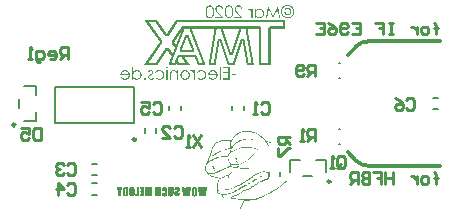
<source format=gbo>
G04*
G04 #@! TF.GenerationSoftware,Altium Limited,Altium Designer,18.1.11 (251)*
G04*
G04 Layer_Color=32896*
%FSLAX25Y25*%
%MOIN*%
G70*
G01*
G75*
%ADD10C,0.00394*%
%ADD12C,0.00984*%
%ADD13C,0.01181*%
%ADD14C,0.00787*%
%ADD15C,0.01000*%
G36*
X400823Y321409D02*
X400857D01*
Y321376D01*
X400890D01*
Y321342D01*
Y321309D01*
Y321275D01*
Y321242D01*
Y321208D01*
Y321175D01*
Y321142D01*
Y321108D01*
Y321075D01*
Y321041D01*
Y321008D01*
Y320974D01*
Y320941D01*
Y320907D01*
Y320874D01*
Y320841D01*
Y320807D01*
Y320774D01*
Y320740D01*
Y320707D01*
Y320673D01*
Y320640D01*
Y320606D01*
Y320573D01*
Y320540D01*
Y320506D01*
Y320473D01*
Y320439D01*
Y320406D01*
Y320373D01*
Y320339D01*
Y320306D01*
Y320272D01*
Y320239D01*
Y320205D01*
Y320172D01*
Y320138D01*
Y320105D01*
Y320072D01*
Y320038D01*
Y320005D01*
Y319971D01*
Y319938D01*
Y319904D01*
Y319871D01*
Y319837D01*
Y319804D01*
Y319771D01*
Y319737D01*
Y319704D01*
Y319670D01*
Y319637D01*
Y319603D01*
Y319570D01*
Y319536D01*
Y319503D01*
Y319470D01*
Y319436D01*
Y319403D01*
Y319369D01*
Y319336D01*
Y319303D01*
Y319269D01*
Y319236D01*
Y319202D01*
Y319169D01*
Y319135D01*
Y319102D01*
Y319068D01*
Y319035D01*
Y319002D01*
Y318968D01*
Y318935D01*
Y318901D01*
Y318868D01*
Y318834D01*
Y318801D01*
Y318767D01*
Y318734D01*
Y318701D01*
Y318667D01*
Y318634D01*
Y318600D01*
Y318567D01*
Y318533D01*
Y318500D01*
X396142D01*
Y318467D01*
Y318433D01*
Y318400D01*
Y318366D01*
Y318333D01*
Y318299D01*
Y318266D01*
Y318232D01*
Y318199D01*
Y318166D01*
Y318132D01*
Y318099D01*
Y318065D01*
Y318032D01*
Y317998D01*
Y317965D01*
Y317932D01*
Y317898D01*
Y317865D01*
Y317831D01*
Y317798D01*
Y317764D01*
Y317731D01*
Y317698D01*
Y317664D01*
Y317631D01*
Y317597D01*
Y317564D01*
Y317530D01*
Y317497D01*
Y317463D01*
Y317430D01*
Y317397D01*
Y317363D01*
Y317330D01*
Y317296D01*
Y317263D01*
Y317229D01*
Y317196D01*
Y317162D01*
Y317129D01*
Y317096D01*
Y317062D01*
Y317029D01*
Y316995D01*
Y316962D01*
Y316929D01*
Y316895D01*
Y316862D01*
Y316828D01*
Y316795D01*
Y316761D01*
Y316728D01*
Y316694D01*
Y316661D01*
Y316628D01*
Y316594D01*
Y316561D01*
Y316527D01*
Y316494D01*
Y316460D01*
Y316427D01*
Y316393D01*
Y316360D01*
Y316327D01*
Y316293D01*
Y316260D01*
Y316226D01*
Y316193D01*
Y316159D01*
Y316126D01*
Y316092D01*
Y316059D01*
Y316026D01*
Y315992D01*
Y315959D01*
Y315925D01*
Y315892D01*
Y315859D01*
Y315825D01*
Y315792D01*
Y315758D01*
Y315725D01*
Y315691D01*
Y315658D01*
Y315624D01*
Y315591D01*
Y315558D01*
Y315524D01*
Y315491D01*
Y315457D01*
Y315424D01*
Y315390D01*
Y315357D01*
Y315323D01*
Y315290D01*
Y315257D01*
Y315223D01*
Y315190D01*
Y315156D01*
Y315123D01*
Y315089D01*
Y315056D01*
Y315023D01*
Y314989D01*
Y314956D01*
Y314922D01*
Y314889D01*
Y314855D01*
Y314822D01*
Y314789D01*
Y314755D01*
Y314722D01*
Y314688D01*
Y314655D01*
Y314621D01*
Y314588D01*
Y314555D01*
Y314521D01*
Y314488D01*
Y314454D01*
Y314421D01*
Y314387D01*
Y314354D01*
Y314320D01*
Y314287D01*
Y314253D01*
Y314220D01*
Y314187D01*
Y314153D01*
Y314120D01*
Y314086D01*
Y314053D01*
Y314019D01*
Y313986D01*
Y313953D01*
Y313919D01*
Y313886D01*
Y313852D01*
Y313819D01*
Y313785D01*
Y313752D01*
Y313719D01*
Y313685D01*
Y313652D01*
Y313618D01*
Y313585D01*
Y313551D01*
Y313518D01*
Y313485D01*
Y313451D01*
Y313418D01*
Y313384D01*
Y313351D01*
Y313317D01*
Y313284D01*
Y313250D01*
Y313217D01*
Y313184D01*
Y313150D01*
Y313117D01*
Y313083D01*
Y313050D01*
Y313016D01*
Y312983D01*
Y312949D01*
Y312916D01*
Y312883D01*
Y312849D01*
Y312816D01*
Y312782D01*
Y312749D01*
Y312715D01*
Y312682D01*
Y312649D01*
Y312615D01*
Y312582D01*
Y312548D01*
Y312515D01*
Y312481D01*
Y312448D01*
Y312415D01*
Y312381D01*
Y312348D01*
Y312314D01*
Y312281D01*
Y312247D01*
Y312214D01*
Y312180D01*
Y312147D01*
Y312114D01*
Y312080D01*
Y312047D01*
Y312013D01*
Y311980D01*
Y311946D01*
Y311913D01*
Y311879D01*
Y311846D01*
Y311813D01*
Y311779D01*
Y311746D01*
Y311712D01*
Y311679D01*
Y311646D01*
Y311612D01*
Y311579D01*
Y311545D01*
Y311512D01*
Y311478D01*
Y311445D01*
Y311411D01*
Y311378D01*
Y311345D01*
Y311311D01*
Y311278D01*
Y311244D01*
Y311211D01*
Y311177D01*
Y311144D01*
Y311110D01*
Y311077D01*
Y311044D01*
Y311010D01*
Y310977D01*
Y310943D01*
Y310910D01*
Y310876D01*
Y310843D01*
Y310809D01*
Y310776D01*
Y310743D01*
Y310709D01*
Y310676D01*
Y310642D01*
Y310609D01*
Y310576D01*
Y310542D01*
Y310509D01*
Y310475D01*
Y310442D01*
Y310408D01*
Y310375D01*
Y310341D01*
Y310308D01*
Y310275D01*
Y310241D01*
Y310208D01*
Y310174D01*
Y310141D01*
Y310107D01*
Y310074D01*
Y310040D01*
Y310007D01*
Y309974D01*
Y309940D01*
Y309907D01*
Y309873D01*
Y309840D01*
Y309806D01*
Y309773D01*
Y309740D01*
Y309706D01*
Y309673D01*
Y309639D01*
Y309606D01*
Y309572D01*
Y309539D01*
Y309506D01*
Y309472D01*
Y309439D01*
Y309405D01*
Y309372D01*
Y309338D01*
Y309305D01*
Y309272D01*
Y309238D01*
Y309205D01*
Y309171D01*
Y309138D01*
Y309104D01*
Y309071D01*
Y309037D01*
Y309004D01*
Y308970D01*
Y308937D01*
Y308904D01*
Y308870D01*
Y308837D01*
Y308803D01*
Y308770D01*
Y308736D01*
Y308703D01*
Y308670D01*
Y308636D01*
Y308603D01*
Y308569D01*
Y308536D01*
Y308502D01*
Y308469D01*
Y308436D01*
Y308402D01*
Y308369D01*
Y308335D01*
Y308302D01*
Y308268D01*
Y308235D01*
Y308202D01*
Y308168D01*
Y308135D01*
Y308101D01*
Y308068D01*
Y308034D01*
Y308001D01*
Y307967D01*
Y307934D01*
Y307901D01*
Y307867D01*
Y307834D01*
Y307800D01*
Y307767D01*
Y307733D01*
Y307700D01*
Y307666D01*
Y307633D01*
Y307600D01*
Y307566D01*
Y307533D01*
Y307499D01*
Y307466D01*
Y307432D01*
Y307399D01*
Y307366D01*
Y307332D01*
Y307299D01*
Y307265D01*
Y307232D01*
Y307198D01*
Y307165D01*
Y307132D01*
Y307098D01*
Y307065D01*
Y307031D01*
Y306998D01*
Y306964D01*
Y306931D01*
Y306897D01*
Y306864D01*
Y306831D01*
Y306797D01*
Y306764D01*
Y306730D01*
Y306697D01*
Y306663D01*
Y306630D01*
Y306596D01*
Y306563D01*
Y306530D01*
Y306496D01*
Y306463D01*
Y306429D01*
Y306396D01*
Y306363D01*
Y306329D01*
Y306296D01*
Y306262D01*
X392230D01*
Y306296D01*
Y306329D01*
Y306363D01*
Y306396D01*
Y306429D01*
Y306463D01*
Y306496D01*
Y306530D01*
Y306563D01*
Y306596D01*
Y306630D01*
Y306663D01*
Y306697D01*
Y306730D01*
Y306764D01*
Y306797D01*
Y306831D01*
Y306864D01*
Y306897D01*
Y306931D01*
Y306964D01*
Y306998D01*
Y307031D01*
Y307065D01*
Y307098D01*
Y307132D01*
Y307165D01*
Y307198D01*
Y307232D01*
Y307265D01*
Y307299D01*
Y307332D01*
Y307366D01*
Y307399D01*
Y307432D01*
Y307466D01*
Y307499D01*
Y307533D01*
Y307566D01*
Y307600D01*
Y307633D01*
Y307666D01*
Y307700D01*
Y307733D01*
Y307767D01*
Y307800D01*
Y307834D01*
Y307867D01*
Y307901D01*
Y307934D01*
Y307967D01*
Y308001D01*
Y308034D01*
Y308068D01*
Y308101D01*
Y308135D01*
Y308168D01*
Y308202D01*
Y308235D01*
Y308268D01*
Y308302D01*
Y308335D01*
Y308369D01*
Y308402D01*
Y308436D01*
Y308469D01*
Y308502D01*
Y308536D01*
Y308569D01*
Y308603D01*
Y308636D01*
Y308670D01*
Y308703D01*
Y308736D01*
Y308770D01*
Y308803D01*
Y308837D01*
Y308870D01*
Y308904D01*
Y308937D01*
Y308970D01*
Y309004D01*
Y309037D01*
Y309071D01*
Y309104D01*
Y309138D01*
Y309171D01*
Y309205D01*
Y309238D01*
Y309272D01*
Y309305D01*
Y309338D01*
Y309372D01*
Y309405D01*
Y309439D01*
Y309472D01*
Y309506D01*
Y309539D01*
Y309572D01*
Y309606D01*
Y309639D01*
Y309673D01*
Y309706D01*
Y309740D01*
Y309773D01*
Y309806D01*
Y309840D01*
Y309873D01*
Y309907D01*
Y309940D01*
Y309974D01*
Y310007D01*
Y310040D01*
Y310074D01*
Y310107D01*
Y310141D01*
Y310174D01*
Y310208D01*
Y310241D01*
Y310275D01*
Y310308D01*
Y310341D01*
Y310375D01*
Y310408D01*
Y310442D01*
Y310475D01*
Y310509D01*
Y310542D01*
Y310576D01*
Y310609D01*
Y310642D01*
Y310676D01*
Y310709D01*
Y310743D01*
Y310776D01*
Y310809D01*
Y310843D01*
Y310876D01*
Y310910D01*
Y310943D01*
Y310977D01*
Y311010D01*
Y311044D01*
Y311077D01*
Y311110D01*
Y311144D01*
Y311177D01*
Y311211D01*
Y311244D01*
Y311278D01*
Y311311D01*
Y311345D01*
Y311378D01*
Y311411D01*
Y311445D01*
Y311478D01*
Y311512D01*
Y311545D01*
Y311579D01*
Y311612D01*
Y311646D01*
Y311679D01*
Y311712D01*
Y311746D01*
Y311779D01*
Y311813D01*
Y311846D01*
Y311879D01*
Y311913D01*
Y311946D01*
Y311980D01*
Y312013D01*
Y312047D01*
Y312080D01*
Y312114D01*
Y312147D01*
Y312180D01*
Y312214D01*
Y312247D01*
Y312281D01*
Y312314D01*
Y312348D01*
Y312381D01*
Y312415D01*
Y312448D01*
Y312481D01*
Y312515D01*
Y312548D01*
Y312582D01*
Y312615D01*
Y312649D01*
Y312682D01*
Y312715D01*
Y312749D01*
Y312782D01*
Y312816D01*
Y312849D01*
Y312883D01*
Y312916D01*
Y312949D01*
Y312983D01*
Y313016D01*
Y313050D01*
Y313083D01*
Y313117D01*
Y313150D01*
Y313184D01*
Y313217D01*
Y313250D01*
Y313284D01*
Y313317D01*
Y313351D01*
Y313384D01*
Y313418D01*
Y313451D01*
Y313485D01*
Y313518D01*
Y313551D01*
Y313585D01*
Y313618D01*
Y313652D01*
Y313685D01*
Y313719D01*
Y313752D01*
Y313785D01*
Y313819D01*
Y313852D01*
Y313886D01*
Y313919D01*
Y313953D01*
Y313986D01*
Y314019D01*
Y314053D01*
Y314086D01*
Y314120D01*
Y314153D01*
Y314187D01*
Y314220D01*
Y314253D01*
Y314287D01*
Y314320D01*
Y314354D01*
Y314387D01*
Y314421D01*
Y314454D01*
Y314488D01*
Y314521D01*
Y314555D01*
Y314588D01*
Y314621D01*
Y314655D01*
Y314688D01*
Y314722D01*
Y314755D01*
Y314789D01*
Y314822D01*
Y314855D01*
Y314889D01*
Y314922D01*
Y314956D01*
Y314989D01*
Y315023D01*
Y315056D01*
Y315089D01*
Y315123D01*
Y315156D01*
Y315190D01*
Y315223D01*
Y315257D01*
Y315290D01*
Y315323D01*
Y315357D01*
Y315390D01*
Y315424D01*
Y315457D01*
Y315491D01*
Y315524D01*
Y315558D01*
Y315591D01*
Y315624D01*
Y315658D01*
Y315691D01*
Y315725D01*
Y315758D01*
Y315792D01*
Y315825D01*
Y315859D01*
Y315892D01*
Y315925D01*
Y315959D01*
Y315992D01*
Y316026D01*
Y316059D01*
Y316092D01*
Y316126D01*
Y316159D01*
Y316193D01*
Y316226D01*
Y316260D01*
Y316293D01*
Y316327D01*
Y316360D01*
Y316393D01*
Y316427D01*
Y316460D01*
Y316494D01*
Y316527D01*
Y316561D01*
Y316594D01*
Y316628D01*
Y316661D01*
Y316694D01*
Y316728D01*
Y316761D01*
Y316795D01*
Y316828D01*
Y316862D01*
Y316895D01*
Y316929D01*
Y316962D01*
Y316995D01*
Y317029D01*
Y317062D01*
Y317096D01*
Y317129D01*
Y317162D01*
Y317196D01*
Y317229D01*
Y317263D01*
Y317296D01*
Y317330D01*
Y317363D01*
Y317397D01*
Y317430D01*
Y317463D01*
Y317497D01*
Y317530D01*
Y317564D01*
Y317597D01*
Y317631D01*
Y317664D01*
Y317698D01*
Y317731D01*
Y317764D01*
Y317798D01*
Y317831D01*
Y317865D01*
Y317898D01*
Y317932D01*
Y317965D01*
Y317998D01*
Y318032D01*
Y318065D01*
Y318099D01*
Y318132D01*
Y318166D01*
Y318199D01*
Y318232D01*
Y318266D01*
Y318299D01*
Y318333D01*
Y318366D01*
Y318400D01*
Y318433D01*
Y318467D01*
Y318500D01*
X388385D01*
Y318467D01*
Y318433D01*
Y318400D01*
Y318366D01*
Y318333D01*
Y318299D01*
X388418D01*
Y318266D01*
Y318232D01*
Y318199D01*
Y318166D01*
Y318132D01*
X388452D01*
Y318099D01*
Y318065D01*
Y318032D01*
Y317998D01*
Y317965D01*
Y317932D01*
X388485D01*
Y317898D01*
Y317865D01*
Y317831D01*
Y317798D01*
Y317764D01*
X388519D01*
Y317731D01*
Y317698D01*
Y317664D01*
Y317631D01*
Y317597D01*
Y317564D01*
X388552D01*
Y317530D01*
Y317497D01*
Y317463D01*
Y317430D01*
Y317397D01*
Y317363D01*
X388586D01*
Y317330D01*
Y317296D01*
Y317263D01*
Y317229D01*
Y317196D01*
X388619D01*
Y317162D01*
Y317129D01*
Y317096D01*
Y317062D01*
Y317029D01*
Y316995D01*
X388652D01*
Y316962D01*
Y316929D01*
Y316895D01*
Y316862D01*
Y316828D01*
Y316795D01*
Y316761D01*
X388686D01*
Y316728D01*
Y316694D01*
Y316661D01*
Y316628D01*
Y316594D01*
X388719D01*
Y316561D01*
Y316527D01*
Y316494D01*
Y316460D01*
Y316427D01*
X388753D01*
Y316393D01*
Y316360D01*
Y316327D01*
Y316293D01*
Y316260D01*
X388786D01*
Y316226D01*
Y316193D01*
Y316159D01*
Y316126D01*
Y316092D01*
Y316059D01*
Y316026D01*
X388820D01*
Y315992D01*
Y315959D01*
Y315925D01*
Y315892D01*
Y315859D01*
X388853D01*
Y315825D01*
Y315792D01*
Y315758D01*
Y315725D01*
Y315691D01*
Y315658D01*
Y315624D01*
X388886D01*
Y315591D01*
Y315558D01*
Y315524D01*
Y315491D01*
X388920D01*
Y315457D01*
Y315424D01*
Y315390D01*
Y315357D01*
Y315323D01*
X388953D01*
Y315290D01*
Y315257D01*
Y315223D01*
Y315190D01*
Y315156D01*
Y315123D01*
X388987D01*
Y315089D01*
Y315056D01*
Y315023D01*
Y314989D01*
Y314956D01*
Y314922D01*
Y314889D01*
X389020D01*
Y314855D01*
Y314822D01*
Y314789D01*
Y314755D01*
X389054D01*
Y314722D01*
Y314688D01*
Y314655D01*
Y314621D01*
Y314588D01*
Y314555D01*
X389087D01*
Y314521D01*
Y314488D01*
Y314454D01*
Y314421D01*
Y314387D01*
X389121D01*
Y314354D01*
Y314320D01*
Y314287D01*
Y314253D01*
Y314220D01*
Y314187D01*
Y314153D01*
Y314120D01*
X389154D01*
Y314086D01*
Y314053D01*
Y314019D01*
Y313986D01*
X389188D01*
Y313953D01*
Y313919D01*
Y313886D01*
Y313852D01*
Y313819D01*
X389221D01*
Y313785D01*
Y313752D01*
Y313719D01*
Y313685D01*
Y313652D01*
Y313618D01*
X389254D01*
Y313585D01*
Y313551D01*
Y313518D01*
Y313485D01*
Y313451D01*
X389288D01*
Y313418D01*
Y313384D01*
Y313351D01*
Y313317D01*
Y313284D01*
Y313250D01*
X389321D01*
Y313217D01*
Y313184D01*
Y313150D01*
Y313117D01*
Y313083D01*
Y313050D01*
X389355D01*
Y313016D01*
Y312983D01*
Y312949D01*
Y312916D01*
Y312883D01*
X389388D01*
Y312849D01*
Y312816D01*
Y312782D01*
Y312749D01*
Y312715D01*
Y312682D01*
X389422D01*
Y312649D01*
Y312615D01*
Y312582D01*
Y312548D01*
Y312515D01*
Y312481D01*
X389455D01*
Y312448D01*
Y312415D01*
Y312381D01*
Y312348D01*
Y312314D01*
Y312281D01*
X389488D01*
Y312247D01*
Y312214D01*
Y312180D01*
Y312147D01*
Y312114D01*
X389522D01*
Y312080D01*
Y312047D01*
Y312013D01*
Y311980D01*
Y311946D01*
X389555D01*
Y311913D01*
Y311879D01*
Y311846D01*
Y311813D01*
Y311779D01*
Y311746D01*
X389589D01*
Y311712D01*
Y311679D01*
Y311646D01*
Y311612D01*
Y311579D01*
Y311545D01*
X389622D01*
Y311512D01*
Y311478D01*
Y311445D01*
Y311411D01*
Y311378D01*
Y311345D01*
X389656D01*
Y311311D01*
Y311278D01*
Y311244D01*
Y311211D01*
Y311177D01*
Y311144D01*
Y311110D01*
X389689D01*
Y311077D01*
Y311044D01*
Y311010D01*
X389722D01*
Y310977D01*
Y310943D01*
Y310910D01*
Y310876D01*
Y310843D01*
Y310809D01*
X389756D01*
Y310776D01*
Y310743D01*
Y310709D01*
Y310676D01*
Y310642D01*
Y310609D01*
X389789D01*
Y310576D01*
Y310542D01*
Y310509D01*
Y310475D01*
Y310442D01*
X389823D01*
Y310408D01*
Y310375D01*
Y310341D01*
Y310308D01*
Y310275D01*
Y310241D01*
Y310208D01*
X389856D01*
Y310174D01*
Y310141D01*
Y310107D01*
Y310074D01*
X389890D01*
Y310040D01*
Y310007D01*
Y309974D01*
Y309940D01*
Y309907D01*
Y309873D01*
Y309840D01*
X389923D01*
Y309806D01*
Y309773D01*
Y309740D01*
Y309706D01*
Y309673D01*
Y309639D01*
X389956D01*
Y309606D01*
Y309572D01*
Y309539D01*
Y309506D01*
X389990D01*
Y309472D01*
Y309439D01*
Y309405D01*
Y309372D01*
Y309338D01*
Y309305D01*
X390023D01*
Y309272D01*
Y309238D01*
Y309205D01*
Y309171D01*
Y309138D01*
X390057D01*
Y309104D01*
Y309071D01*
Y309037D01*
Y309004D01*
Y308970D01*
Y308937D01*
X390090D01*
Y308904D01*
Y308870D01*
Y308837D01*
Y308803D01*
Y308770D01*
Y308736D01*
X390124D01*
Y308703D01*
Y308670D01*
Y308636D01*
Y308603D01*
Y308569D01*
Y308536D01*
Y308502D01*
X390157D01*
Y308469D01*
Y308436D01*
Y308402D01*
Y308369D01*
X390191D01*
Y308335D01*
Y308302D01*
Y308268D01*
Y308235D01*
Y308202D01*
Y308168D01*
X390224D01*
Y308135D01*
Y308101D01*
Y308068D01*
Y308034D01*
Y308001D01*
X390258D01*
Y307967D01*
Y307934D01*
Y307901D01*
Y307867D01*
Y307834D01*
Y307800D01*
X390291D01*
Y307767D01*
Y307733D01*
Y307700D01*
Y307666D01*
Y307633D01*
Y307600D01*
X390324D01*
Y307566D01*
Y307533D01*
Y307499D01*
Y307466D01*
Y307432D01*
X390358D01*
Y307399D01*
Y307366D01*
Y307332D01*
Y307299D01*
Y307265D01*
X390391D01*
Y307232D01*
Y307198D01*
Y307165D01*
Y307132D01*
Y307098D01*
Y307065D01*
Y307031D01*
Y306998D01*
X390425D01*
Y306964D01*
Y306931D01*
Y306897D01*
Y306864D01*
X390458D01*
Y306831D01*
Y306797D01*
Y306764D01*
Y306730D01*
Y306697D01*
X390492D01*
Y306663D01*
Y306630D01*
Y306596D01*
Y306563D01*
Y306530D01*
Y306496D01*
X390525D01*
Y306463D01*
Y306429D01*
Y306396D01*
Y306363D01*
Y306329D01*
Y306296D01*
Y306262D01*
X388184D01*
Y306296D01*
Y306329D01*
Y306363D01*
Y306396D01*
X388151D01*
Y306429D01*
Y306463D01*
Y306496D01*
Y306530D01*
Y306563D01*
Y306596D01*
X388118D01*
Y306630D01*
Y306663D01*
Y306697D01*
Y306730D01*
Y306764D01*
X388084D01*
Y306797D01*
Y306831D01*
Y306864D01*
Y306897D01*
Y306931D01*
Y306964D01*
X388051D01*
Y306998D01*
Y307031D01*
Y307065D01*
Y307098D01*
Y307132D01*
Y307165D01*
Y307198D01*
X388017D01*
Y307232D01*
Y307265D01*
Y307299D01*
Y307332D01*
X387984D01*
Y307366D01*
Y307399D01*
Y307432D01*
Y307466D01*
Y307499D01*
Y307533D01*
X387950D01*
Y307566D01*
Y307600D01*
Y307633D01*
Y307666D01*
Y307700D01*
Y307733D01*
Y307767D01*
X387917D01*
Y307800D01*
Y307834D01*
Y307867D01*
Y307901D01*
X387883D01*
Y307934D01*
Y307967D01*
Y308001D01*
Y308034D01*
Y308068D01*
Y308101D01*
X387850D01*
Y308135D01*
Y308168D01*
Y308202D01*
Y308235D01*
Y308268D01*
X387817D01*
Y308302D01*
Y308335D01*
Y308369D01*
Y308402D01*
Y308436D01*
Y308469D01*
Y308502D01*
X387783D01*
Y308536D01*
Y308569D01*
Y308603D01*
Y308636D01*
X387750D01*
Y308670D01*
Y308703D01*
Y308736D01*
Y308770D01*
Y308803D01*
Y308837D01*
X387716D01*
Y308870D01*
Y308904D01*
Y308937D01*
Y308970D01*
Y309004D01*
Y309037D01*
X387683D01*
Y309071D01*
Y309104D01*
Y309138D01*
Y309171D01*
Y309205D01*
X387649D01*
Y309238D01*
Y309272D01*
Y309305D01*
Y309338D01*
Y309372D01*
Y309405D01*
X387616D01*
Y309439D01*
Y309472D01*
Y309506D01*
Y309539D01*
Y309572D01*
X387582D01*
Y309606D01*
Y309639D01*
Y309673D01*
Y309706D01*
Y309740D01*
Y309773D01*
Y309806D01*
Y309840D01*
X387549D01*
Y309873D01*
Y309907D01*
Y309940D01*
X387516D01*
Y309974D01*
Y310007D01*
Y310040D01*
Y310074D01*
Y310107D01*
Y310141D01*
X387482D01*
Y310174D01*
Y310208D01*
Y310241D01*
Y310275D01*
Y310308D01*
Y310341D01*
Y310375D01*
Y310408D01*
X387449D01*
Y310442D01*
Y310475D01*
Y310509D01*
Y310542D01*
X387415D01*
Y310576D01*
Y310609D01*
Y310642D01*
Y310676D01*
Y310709D01*
X387382D01*
Y310743D01*
Y310776D01*
Y310809D01*
Y310843D01*
Y310876D01*
Y310910D01*
X387349D01*
Y310943D01*
Y310977D01*
Y311010D01*
Y311044D01*
Y311077D01*
Y311110D01*
Y311144D01*
X387315D01*
Y311177D01*
Y311211D01*
Y311244D01*
Y311278D01*
X387282D01*
Y311311D01*
Y311345D01*
Y311378D01*
Y311411D01*
Y311445D01*
Y311478D01*
X387248D01*
Y311512D01*
Y311545D01*
Y311579D01*
Y311612D01*
Y311646D01*
Y311679D01*
X387215D01*
Y311712D01*
Y311746D01*
Y311779D01*
Y311813D01*
Y311846D01*
X387181D01*
Y311879D01*
Y311913D01*
Y311946D01*
Y311980D01*
Y312013D01*
Y312047D01*
Y312080D01*
X387148D01*
Y312114D01*
Y312147D01*
Y312180D01*
Y312214D01*
X387114D01*
Y312247D01*
Y312281D01*
Y312314D01*
Y312348D01*
Y312381D01*
Y312415D01*
X387081D01*
Y312448D01*
Y312481D01*
Y312515D01*
Y312548D01*
Y312582D01*
X387048D01*
Y312615D01*
Y312649D01*
Y312682D01*
Y312715D01*
Y312749D01*
Y312782D01*
X387014D01*
Y312816D01*
Y312849D01*
Y312883D01*
Y312916D01*
Y312949D01*
Y312983D01*
X386981D01*
Y313016D01*
Y313050D01*
Y313083D01*
Y313117D01*
Y313150D01*
X386947D01*
Y313184D01*
Y313217D01*
Y313250D01*
Y313284D01*
Y313317D01*
Y313351D01*
Y313384D01*
X386914D01*
Y313418D01*
Y313451D01*
Y313485D01*
Y313518D01*
X386880D01*
Y313551D01*
Y313585D01*
Y313618D01*
Y313652D01*
Y313685D01*
Y313719D01*
X386847D01*
Y313752D01*
Y313785D01*
Y313819D01*
Y313852D01*
Y313886D01*
X386813D01*
Y313919D01*
Y313953D01*
Y313986D01*
Y314019D01*
Y314053D01*
Y314086D01*
X386780D01*
Y314120D01*
Y314153D01*
Y314187D01*
Y314220D01*
Y314253D01*
Y314287D01*
Y314320D01*
X386680D01*
Y314287D01*
Y314253D01*
X386646D01*
Y314220D01*
Y314187D01*
X386613D01*
Y314153D01*
Y314120D01*
Y314086D01*
Y314053D01*
Y314019D01*
X386579D01*
Y313986D01*
Y313953D01*
Y313919D01*
X386546D01*
Y313886D01*
Y313852D01*
X386512D01*
Y313819D01*
Y313785D01*
Y313752D01*
Y313719D01*
X386479D01*
Y313685D01*
Y313652D01*
X386446D01*
Y313618D01*
Y313585D01*
Y313551D01*
X386412D01*
Y313518D01*
Y313485D01*
Y313451D01*
Y313418D01*
X386379D01*
Y313384D01*
Y313351D01*
X386345D01*
Y313317D01*
Y313284D01*
Y313250D01*
Y313217D01*
X386312D01*
Y313184D01*
Y313150D01*
X386279D01*
Y313117D01*
Y313083D01*
Y313050D01*
X386245D01*
Y313016D01*
Y312983D01*
Y312949D01*
Y312916D01*
X386212D01*
Y312883D01*
Y312849D01*
Y312816D01*
X386178D01*
Y312782D01*
Y312749D01*
X386145D01*
Y312715D01*
Y312682D01*
Y312649D01*
X386111D01*
Y312615D01*
Y312582D01*
Y312548D01*
X386078D01*
Y312515D01*
Y312481D01*
Y312448D01*
Y312415D01*
X386044D01*
Y312381D01*
Y312348D01*
X386011D01*
Y312314D01*
Y312281D01*
Y312247D01*
Y312214D01*
X385978D01*
Y312180D01*
Y312147D01*
Y312114D01*
X385944D01*
Y312080D01*
Y312047D01*
X385911D01*
Y312013D01*
Y311980D01*
Y311946D01*
X385877D01*
Y311913D01*
Y311879D01*
Y311846D01*
Y311813D01*
X385844D01*
Y311779D01*
Y311746D01*
Y311712D01*
X385810D01*
Y311679D01*
Y311646D01*
Y311612D01*
X385777D01*
Y311579D01*
Y311545D01*
Y311512D01*
X385743D01*
Y311478D01*
Y311445D01*
Y311411D01*
X385710D01*
Y311378D01*
Y311345D01*
Y311311D01*
X385677D01*
Y311278D01*
Y311244D01*
X385643D01*
Y311211D01*
Y311177D01*
Y311144D01*
X385610D01*
Y311110D01*
Y311077D01*
Y311044D01*
Y311010D01*
X385576D01*
Y310977D01*
Y310943D01*
Y310910D01*
X385543D01*
Y310876D01*
X385509D01*
Y310843D01*
Y310809D01*
Y310776D01*
X385476D01*
Y310743D01*
Y310709D01*
Y310676D01*
Y310642D01*
X385443D01*
Y310609D01*
Y310576D01*
Y310542D01*
Y310509D01*
X385409D01*
Y310475D01*
X385376D01*
Y310442D01*
Y310408D01*
Y310375D01*
Y310341D01*
Y310308D01*
X385342D01*
Y310275D01*
Y310241D01*
Y310208D01*
X385309D01*
Y310174D01*
Y310141D01*
Y310107D01*
X385275D01*
Y310074D01*
Y310040D01*
Y310007D01*
X385242D01*
Y309974D01*
Y309940D01*
Y309907D01*
X385209D01*
Y309873D01*
Y309840D01*
X385175D01*
Y309806D01*
Y309773D01*
Y309740D01*
Y309706D01*
X385142D01*
Y309673D01*
Y309639D01*
Y309606D01*
X385108D01*
Y309572D01*
Y309539D01*
Y309506D01*
X385075D01*
Y309472D01*
Y309439D01*
Y309405D01*
X385041D01*
Y309372D01*
Y309338D01*
Y309305D01*
X385008D01*
Y309272D01*
Y309238D01*
Y309205D01*
X384974D01*
Y309171D01*
Y309138D01*
X384941D01*
Y309104D01*
Y309071D01*
Y309037D01*
Y309004D01*
X384908D01*
Y308970D01*
Y308937D01*
Y308904D01*
X384874D01*
Y308870D01*
Y308837D01*
Y308803D01*
X384841D01*
Y308770D01*
Y308736D01*
Y308703D01*
X384807D01*
Y308670D01*
Y308636D01*
Y308603D01*
X384774D01*
Y308569D01*
Y308536D01*
Y308502D01*
X384740D01*
Y308469D01*
Y308436D01*
Y308402D01*
X384707D01*
Y308369D01*
Y308335D01*
Y308302D01*
X384674D01*
Y308268D01*
Y308235D01*
Y308202D01*
X384640D01*
Y308168D01*
Y308135D01*
Y308101D01*
X384607D01*
Y308068D01*
Y308034D01*
Y308001D01*
X384573D01*
Y307967D01*
Y307934D01*
Y307901D01*
X384540D01*
Y307867D01*
Y307834D01*
Y307800D01*
X384506D01*
Y307767D01*
Y307733D01*
X384473D01*
Y307700D01*
Y307666D01*
Y307633D01*
Y307600D01*
X384439D01*
Y307566D01*
Y307533D01*
X384406D01*
Y307499D01*
Y307466D01*
Y307432D01*
Y307399D01*
X384373D01*
Y307366D01*
Y307332D01*
Y307299D01*
X384339D01*
Y307265D01*
X384306D01*
Y307232D01*
Y307198D01*
Y307165D01*
Y307132D01*
X384272D01*
Y307098D01*
Y307065D01*
Y307031D01*
Y306998D01*
X384239D01*
Y306964D01*
Y306931D01*
Y306897D01*
X384205D01*
Y306864D01*
Y306831D01*
Y306797D01*
X384172D01*
Y306764D01*
Y306730D01*
Y306697D01*
X384138D01*
Y306663D01*
Y306630D01*
X384105D01*
Y306596D01*
Y306563D01*
Y306530D01*
Y306496D01*
X384072D01*
Y306463D01*
Y306429D01*
Y306396D01*
X384038D01*
Y306363D01*
Y306329D01*
Y306296D01*
X384005D01*
Y306262D01*
X381831D01*
Y306296D01*
Y306329D01*
Y306363D01*
X381798D01*
Y306396D01*
Y306429D01*
X381765D01*
Y306463D01*
Y306496D01*
Y306530D01*
X381731D01*
Y306563D01*
Y306596D01*
Y306630D01*
Y306663D01*
X381698D01*
Y306697D01*
Y306730D01*
X381664D01*
Y306764D01*
Y306797D01*
Y306831D01*
Y306864D01*
X381631D01*
Y306897D01*
Y306931D01*
X381597D01*
Y306964D01*
Y306998D01*
Y307031D01*
X381564D01*
Y307065D01*
Y307098D01*
Y307132D01*
Y307165D01*
X381530D01*
Y307198D01*
Y307232D01*
X381497D01*
Y307265D01*
Y307299D01*
Y307332D01*
X381464D01*
Y307366D01*
Y307399D01*
Y307432D01*
X381430D01*
Y307466D01*
Y307499D01*
Y307533D01*
X381397D01*
Y307566D01*
Y307600D01*
Y307633D01*
X381363D01*
Y307666D01*
Y307700D01*
Y307733D01*
X381330D01*
Y307767D01*
Y307800D01*
Y307834D01*
X381296D01*
Y307867D01*
Y307901D01*
Y307934D01*
Y307967D01*
X381263D01*
Y308001D01*
Y308034D01*
X381229D01*
Y308068D01*
Y308101D01*
Y308135D01*
X381196D01*
Y308168D01*
Y308202D01*
Y308235D01*
X381163D01*
Y308268D01*
Y308302D01*
Y308335D01*
X381129D01*
Y308369D01*
Y308402D01*
Y308436D01*
X381096D01*
Y308469D01*
Y308502D01*
Y308536D01*
X381062D01*
Y308569D01*
Y308603D01*
Y308636D01*
X381029D01*
Y308670D01*
Y308703D01*
Y308736D01*
X380995D01*
Y308770D01*
Y308803D01*
Y308837D01*
X380962D01*
Y308870D01*
Y308904D01*
Y308937D01*
X380929D01*
Y308970D01*
Y309004D01*
Y309037D01*
X380895D01*
Y309071D01*
Y309104D01*
Y309138D01*
X380862D01*
Y309171D01*
Y309205D01*
Y309238D01*
X380828D01*
Y309272D01*
Y309305D01*
Y309338D01*
X380795D01*
Y309372D01*
Y309405D01*
Y309439D01*
X380761D01*
Y309472D01*
Y309506D01*
Y309539D01*
Y309572D01*
X380728D01*
Y309606D01*
Y309639D01*
X380695D01*
Y309673D01*
Y309706D01*
Y309740D01*
X380661D01*
Y309773D01*
Y309806D01*
Y309840D01*
X380628D01*
Y309873D01*
Y309907D01*
Y309940D01*
X380594D01*
Y309974D01*
Y310007D01*
Y310040D01*
X380561D01*
Y310074D01*
Y310107D01*
Y310141D01*
X380527D01*
Y310174D01*
Y310208D01*
Y310241D01*
X380494D01*
Y310275D01*
Y310308D01*
Y310341D01*
Y310375D01*
X380461D01*
Y310408D01*
Y310442D01*
X380427D01*
Y310475D01*
Y310509D01*
Y310542D01*
X380394D01*
Y310576D01*
Y310609D01*
Y310642D01*
Y310676D01*
X380360D01*
Y310709D01*
Y310743D01*
X380327D01*
Y310776D01*
Y310809D01*
Y310843D01*
X380293D01*
Y310876D01*
Y310910D01*
Y310943D01*
Y310977D01*
X380260D01*
Y311010D01*
Y311044D01*
X380226D01*
Y311077D01*
Y311110D01*
Y311144D01*
X380193D01*
Y311177D01*
Y311211D01*
Y311244D01*
X380160D01*
Y311278D01*
Y311311D01*
Y311345D01*
Y311378D01*
X380126D01*
Y311411D01*
Y311445D01*
X380093D01*
Y311478D01*
Y311512D01*
Y311545D01*
X380059D01*
Y311579D01*
Y311612D01*
Y311646D01*
X380026D01*
Y311679D01*
Y311712D01*
Y311746D01*
Y311779D01*
X379992D01*
Y311813D01*
Y311846D01*
X379959D01*
Y311879D01*
Y311913D01*
Y311946D01*
Y311980D01*
X379925D01*
Y312013D01*
Y312047D01*
X379892D01*
Y312080D01*
Y312114D01*
Y312147D01*
Y312180D01*
X379859D01*
Y312214D01*
Y312247D01*
X379825D01*
Y312281D01*
Y312314D01*
Y312348D01*
X379792D01*
Y312381D01*
Y312415D01*
X379758D01*
Y312448D01*
Y312481D01*
Y312515D01*
Y312548D01*
X379725D01*
Y312582D01*
Y312615D01*
Y312649D01*
X379691D01*
Y312682D01*
Y312715D01*
Y312749D01*
Y312782D01*
X379658D01*
Y312816D01*
Y312849D01*
X379625D01*
Y312883D01*
Y312916D01*
Y312949D01*
X379591D01*
Y312983D01*
Y313016D01*
Y313050D01*
X379558D01*
Y313083D01*
Y313117D01*
Y313150D01*
X379524D01*
Y313184D01*
Y313217D01*
X379491D01*
Y313250D01*
Y313284D01*
Y313317D01*
Y313351D01*
X379457D01*
Y313384D01*
Y313418D01*
Y313451D01*
X379424D01*
Y313485D01*
Y313518D01*
Y313551D01*
X379391D01*
Y313585D01*
Y313618D01*
Y313652D01*
X379357D01*
Y313685D01*
Y313719D01*
Y313752D01*
X379324D01*
Y313785D01*
Y313819D01*
X379290D01*
Y313852D01*
Y313886D01*
Y313919D01*
X379257D01*
Y313953D01*
Y313986D01*
Y314019D01*
Y314053D01*
Y314086D01*
X379223D01*
Y314120D01*
X379190D01*
Y314153D01*
Y314187D01*
Y314220D01*
X379156D01*
Y314253D01*
X379056D01*
Y314220D01*
Y314187D01*
Y314153D01*
Y314120D01*
Y314086D01*
Y314053D01*
X379023D01*
Y314019D01*
Y313986D01*
Y313953D01*
Y313919D01*
X378989D01*
Y313886D01*
Y313852D01*
Y313819D01*
Y313785D01*
Y313752D01*
Y313719D01*
Y313685D01*
X378956D01*
Y313652D01*
Y313618D01*
Y313585D01*
Y313551D01*
Y313518D01*
Y313485D01*
X378922D01*
Y313451D01*
Y313418D01*
Y313384D01*
Y313351D01*
Y313317D01*
Y313284D01*
X378889D01*
Y313250D01*
Y313217D01*
Y313184D01*
Y313150D01*
Y313117D01*
Y313083D01*
X378855D01*
Y313050D01*
Y313016D01*
Y312983D01*
Y312949D01*
Y312916D01*
X378822D01*
Y312883D01*
Y312849D01*
Y312816D01*
Y312782D01*
Y312749D01*
X378789D01*
Y312715D01*
Y312682D01*
Y312649D01*
Y312615D01*
Y312582D01*
Y312548D01*
Y312515D01*
X378755D01*
Y312481D01*
Y312448D01*
Y312415D01*
Y312381D01*
Y312348D01*
Y312314D01*
X378722D01*
Y312281D01*
Y312247D01*
Y312214D01*
Y312180D01*
Y312147D01*
Y312114D01*
X378688D01*
Y312080D01*
Y312047D01*
Y312013D01*
Y311980D01*
Y311946D01*
Y311913D01*
X378655D01*
Y311879D01*
Y311846D01*
Y311813D01*
Y311779D01*
X378622D01*
Y311746D01*
Y311712D01*
Y311679D01*
Y311646D01*
Y311612D01*
Y311579D01*
Y311545D01*
Y311512D01*
X378588D01*
Y311478D01*
Y311445D01*
Y311411D01*
Y311378D01*
Y311345D01*
Y311311D01*
X378555D01*
Y311278D01*
Y311244D01*
Y311211D01*
Y311177D01*
Y311144D01*
X378521D01*
Y311110D01*
Y311077D01*
Y311044D01*
Y311010D01*
Y310977D01*
Y310943D01*
X378488D01*
Y310910D01*
Y310876D01*
Y310843D01*
Y310809D01*
Y310776D01*
Y310743D01*
X378454D01*
Y310709D01*
Y310676D01*
Y310642D01*
Y310609D01*
Y310576D01*
Y310542D01*
X378421D01*
Y310509D01*
Y310475D01*
Y310442D01*
Y310408D01*
Y310375D01*
Y310341D01*
X378387D01*
Y310308D01*
Y310275D01*
Y310241D01*
Y310208D01*
X378354D01*
Y310174D01*
Y310141D01*
Y310107D01*
Y310074D01*
Y310040D01*
Y310007D01*
Y309974D01*
Y309940D01*
X378321D01*
Y309907D01*
Y309873D01*
Y309840D01*
Y309806D01*
X378287D01*
Y309773D01*
Y309740D01*
Y309706D01*
Y309673D01*
Y309639D01*
Y309606D01*
X378254D01*
Y309572D01*
Y309539D01*
Y309506D01*
Y309472D01*
Y309439D01*
Y309405D01*
Y309372D01*
X378220D01*
Y309338D01*
Y309305D01*
Y309272D01*
Y309238D01*
Y309205D01*
Y309171D01*
X378187D01*
Y309138D01*
Y309104D01*
Y309071D01*
Y309037D01*
Y309004D01*
Y308970D01*
X378153D01*
Y308937D01*
Y308904D01*
Y308870D01*
Y308837D01*
X378120D01*
Y308803D01*
Y308770D01*
Y308736D01*
Y308703D01*
Y308670D01*
Y308636D01*
Y308603D01*
X378086D01*
Y308569D01*
Y308536D01*
Y308502D01*
Y308469D01*
Y308436D01*
Y308402D01*
Y308369D01*
X378053D01*
Y308335D01*
Y308302D01*
Y308268D01*
Y308235D01*
Y308202D01*
Y308168D01*
X378020D01*
Y308135D01*
Y308101D01*
Y308068D01*
Y308034D01*
Y308001D01*
Y307967D01*
X377986D01*
Y307934D01*
Y307901D01*
Y307867D01*
Y307834D01*
Y307800D01*
X377953D01*
Y307767D01*
Y307733D01*
Y307700D01*
Y307666D01*
Y307633D01*
Y307600D01*
X377919D01*
Y307566D01*
Y307533D01*
Y307499D01*
Y307466D01*
Y307432D01*
Y307399D01*
X377886D01*
Y307366D01*
Y307332D01*
Y307299D01*
Y307265D01*
Y307232D01*
Y307198D01*
X377852D01*
Y307165D01*
Y307132D01*
Y307098D01*
Y307065D01*
Y307031D01*
Y306998D01*
X377819D01*
Y306964D01*
Y306931D01*
Y306897D01*
Y306864D01*
X377785D01*
Y306831D01*
Y306797D01*
Y306764D01*
Y306730D01*
Y306697D01*
Y306663D01*
Y306630D01*
X377752D01*
Y306596D01*
Y306563D01*
Y306530D01*
Y306496D01*
Y306463D01*
Y306429D01*
X377719D01*
Y306396D01*
Y306363D01*
Y306329D01*
Y306296D01*
Y306262D01*
X375378D01*
Y306296D01*
Y306329D01*
Y306363D01*
Y306396D01*
Y306429D01*
Y306463D01*
Y306496D01*
X375412D01*
Y306530D01*
Y306563D01*
Y306596D01*
Y306630D01*
Y306663D01*
Y306697D01*
X375445D01*
Y306730D01*
Y306764D01*
Y306797D01*
Y306831D01*
X375478D01*
Y306864D01*
Y306897D01*
Y306931D01*
Y306964D01*
Y306998D01*
Y307031D01*
Y307065D01*
Y307098D01*
X375512D01*
Y307132D01*
Y307165D01*
Y307198D01*
Y307232D01*
X375545D01*
Y307265D01*
Y307299D01*
Y307332D01*
Y307366D01*
Y307399D01*
Y307432D01*
Y307466D01*
X375579D01*
Y307499D01*
Y307533D01*
Y307566D01*
Y307600D01*
Y307633D01*
Y307666D01*
Y307700D01*
X375612D01*
Y307733D01*
Y307767D01*
Y307800D01*
Y307834D01*
X375646D01*
Y307867D01*
Y307901D01*
Y307934D01*
Y307967D01*
Y308001D01*
Y308034D01*
Y308068D01*
X375679D01*
Y308101D01*
Y308135D01*
Y308168D01*
Y308202D01*
Y308235D01*
Y308268D01*
X375712D01*
Y308302D01*
Y308335D01*
Y308369D01*
Y308402D01*
Y308436D01*
X375746D01*
Y308469D01*
Y308502D01*
Y308536D01*
Y308569D01*
Y308603D01*
X375779D01*
Y308636D01*
Y308670D01*
Y308703D01*
Y308736D01*
Y308770D01*
Y308803D01*
X375813D01*
Y308837D01*
Y308870D01*
Y308904D01*
Y308937D01*
Y308970D01*
Y309004D01*
Y309037D01*
Y309071D01*
X375846D01*
Y309104D01*
Y309138D01*
Y309171D01*
Y309205D01*
Y309238D01*
X375880D01*
Y309272D01*
Y309305D01*
Y309338D01*
Y309372D01*
Y309405D01*
Y309439D01*
X375913D01*
Y309472D01*
Y309506D01*
Y309539D01*
Y309572D01*
Y309606D01*
X375946D01*
Y309639D01*
Y309673D01*
Y309706D01*
Y309740D01*
Y309773D01*
Y309806D01*
Y309840D01*
X375980D01*
Y309873D01*
Y309907D01*
Y309940D01*
Y309974D01*
Y310007D01*
Y310040D01*
X376013D01*
Y310074D01*
Y310107D01*
Y310141D01*
Y310174D01*
Y310208D01*
X376047D01*
Y310241D01*
Y310275D01*
Y310308D01*
Y310341D01*
Y310375D01*
Y310408D01*
Y310442D01*
X376080D01*
Y310475D01*
Y310509D01*
Y310542D01*
Y310576D01*
Y310609D01*
Y310642D01*
X376114D01*
Y310676D01*
Y310709D01*
Y310743D01*
Y310776D01*
Y310809D01*
X376147D01*
Y310843D01*
Y310876D01*
Y310910D01*
Y310943D01*
Y310977D01*
Y311010D01*
X376181D01*
Y311044D01*
Y311077D01*
Y311110D01*
Y311144D01*
Y311177D01*
Y311211D01*
X376214D01*
Y311244D01*
Y311278D01*
Y311311D01*
Y311345D01*
Y311378D01*
Y311411D01*
X376247D01*
Y311445D01*
Y311478D01*
Y311512D01*
Y311545D01*
Y311579D01*
Y311612D01*
X376281D01*
Y311646D01*
Y311679D01*
Y311712D01*
Y311746D01*
X376314D01*
Y311779D01*
Y311813D01*
Y311846D01*
Y311879D01*
Y311913D01*
Y311946D01*
Y311980D01*
Y312013D01*
X376348D01*
Y312047D01*
Y312080D01*
Y312114D01*
Y312147D01*
Y312180D01*
Y312214D01*
X376381D01*
Y312247D01*
Y312281D01*
Y312314D01*
Y312348D01*
Y312381D01*
X376415D01*
Y312415D01*
Y312448D01*
Y312481D01*
Y312515D01*
X376448D01*
Y312548D01*
Y312582D01*
Y312615D01*
Y312649D01*
Y312682D01*
Y312715D01*
X376482D01*
Y312749D01*
Y312782D01*
Y312816D01*
Y312849D01*
Y312883D01*
Y312916D01*
Y312949D01*
Y312983D01*
X376515D01*
Y313016D01*
Y313050D01*
Y313083D01*
Y313117D01*
Y313150D01*
X376548D01*
Y313184D01*
Y313217D01*
Y313250D01*
Y313284D01*
Y313317D01*
Y313351D01*
Y313384D01*
X376582D01*
Y313418D01*
Y313451D01*
Y313485D01*
Y313518D01*
Y313551D01*
Y313585D01*
X376615D01*
Y313618D01*
Y313652D01*
Y313685D01*
Y313719D01*
Y313752D01*
X376649D01*
Y313785D01*
Y313819D01*
Y313852D01*
Y313886D01*
Y313919D01*
Y313953D01*
X376682D01*
Y313986D01*
Y314019D01*
Y314053D01*
Y314086D01*
Y314120D01*
Y314153D01*
X376716D01*
Y314187D01*
Y314220D01*
Y314253D01*
Y314287D01*
Y314320D01*
Y314354D01*
X376749D01*
Y314387D01*
Y314421D01*
Y314454D01*
Y314488D01*
X376782D01*
Y314521D01*
Y314555D01*
Y314588D01*
Y314621D01*
Y314655D01*
Y314688D01*
Y314722D01*
Y314755D01*
X376816D01*
Y314789D01*
Y314822D01*
Y314855D01*
Y314889D01*
X376849D01*
Y314922D01*
Y314956D01*
Y314989D01*
Y315023D01*
Y315056D01*
Y315089D01*
X376883D01*
Y315123D01*
Y315156D01*
Y315190D01*
Y315223D01*
Y315257D01*
Y315290D01*
Y315323D01*
X376916D01*
Y315357D01*
Y315390D01*
Y315424D01*
Y315457D01*
X376950D01*
Y315491D01*
Y315524D01*
Y315558D01*
Y315591D01*
Y315624D01*
Y315658D01*
Y315691D01*
Y315725D01*
X376983D01*
Y315758D01*
Y315792D01*
Y315825D01*
Y315859D01*
Y315892D01*
X377016D01*
Y315925D01*
Y315959D01*
Y315992D01*
Y316026D01*
Y316059D01*
X377050D01*
Y316092D01*
Y316126D01*
Y316159D01*
Y316193D01*
Y316226D01*
Y316260D01*
Y316293D01*
Y316327D01*
X377083D01*
Y316360D01*
Y316393D01*
Y316427D01*
Y316460D01*
Y316494D01*
Y316527D01*
X377117D01*
Y316561D01*
Y316594D01*
Y316628D01*
Y316661D01*
Y316694D01*
X377150D01*
Y316728D01*
Y316761D01*
Y316795D01*
Y316828D01*
Y316862D01*
X377184D01*
Y316895D01*
Y316929D01*
Y316962D01*
Y316995D01*
Y317029D01*
Y317062D01*
Y317096D01*
X377217D01*
Y317129D01*
Y317162D01*
Y317196D01*
Y317229D01*
Y317263D01*
Y317296D01*
X377251D01*
Y317330D01*
Y317363D01*
Y317397D01*
Y317430D01*
Y317463D01*
Y317497D01*
X377284D01*
Y317530D01*
Y317564D01*
Y317597D01*
Y317631D01*
Y317664D01*
Y317698D01*
X377317D01*
Y317731D01*
Y317764D01*
Y317798D01*
Y317831D01*
X377351D01*
Y317865D01*
Y317898D01*
Y317932D01*
Y317965D01*
Y317998D01*
Y318032D01*
Y318065D01*
Y318099D01*
X377384D01*
Y318132D01*
Y318166D01*
Y318199D01*
Y318232D01*
X377418D01*
Y318266D01*
Y318299D01*
Y318333D01*
Y318366D01*
Y318400D01*
Y318433D01*
Y318467D01*
Y318500D01*
X369727D01*
Y318467D01*
Y318433D01*
X369761D01*
Y318400D01*
Y318366D01*
Y318333D01*
X369794D01*
Y318299D01*
Y318266D01*
Y318232D01*
X369828D01*
Y318199D01*
Y318166D01*
X369861D01*
Y318132D01*
Y318099D01*
Y318065D01*
X369895D01*
Y318032D01*
Y317998D01*
X369928D01*
Y317965D01*
Y317932D01*
Y317898D01*
X369961D01*
Y317865D01*
Y317831D01*
X369995D01*
Y317798D01*
Y317764D01*
Y317731D01*
X370028D01*
Y317698D01*
Y317664D01*
Y317631D01*
X370062D01*
Y317597D01*
Y317564D01*
X370095D01*
Y317530D01*
Y317497D01*
Y317463D01*
X370128D01*
Y317430D01*
Y317397D01*
Y317363D01*
X370162D01*
Y317330D01*
Y317296D01*
Y317263D01*
X370195D01*
Y317229D01*
X370229D01*
Y317196D01*
Y317162D01*
Y317129D01*
X370262D01*
Y317096D01*
Y317062D01*
Y317029D01*
Y316995D01*
X370296D01*
Y316962D01*
Y316929D01*
X370329D01*
Y316895D01*
Y316862D01*
X370363D01*
Y316828D01*
Y316795D01*
Y316761D01*
Y316728D01*
X370396D01*
Y316694D01*
X370429D01*
Y316661D01*
Y316628D01*
Y316594D01*
X370463D01*
Y316561D01*
Y316527D01*
X370496D01*
Y316494D01*
Y316460D01*
Y316427D01*
Y316393D01*
X370530D01*
Y316360D01*
X370563D01*
Y316327D01*
Y316293D01*
Y316260D01*
X370597D01*
Y316226D01*
Y316193D01*
Y316159D01*
X370630D01*
Y316126D01*
Y316092D01*
Y316059D01*
X370663D01*
Y316026D01*
Y315992D01*
X370697D01*
Y315959D01*
Y315925D01*
X370730D01*
Y315892D01*
Y315859D01*
Y315825D01*
X370764D01*
Y315792D01*
Y315758D01*
Y315725D01*
X370797D01*
Y315691D01*
Y315658D01*
X370831D01*
Y315624D01*
Y315591D01*
Y315558D01*
X370864D01*
Y315524D01*
Y315491D01*
Y315457D01*
X370898D01*
Y315424D01*
Y315390D01*
Y315357D01*
X370931D01*
Y315323D01*
Y315290D01*
X370964D01*
Y315257D01*
Y315223D01*
X370998D01*
Y315190D01*
Y315156D01*
Y315123D01*
X371031D01*
Y315089D01*
Y315056D01*
X371065D01*
Y315023D01*
Y314989D01*
Y314956D01*
X371098D01*
Y314922D01*
Y314889D01*
X371132D01*
Y314855D01*
Y314822D01*
Y314789D01*
X371165D01*
Y314755D01*
Y314722D01*
Y314688D01*
X371199D01*
Y314655D01*
Y314621D01*
X371232D01*
Y314588D01*
Y314555D01*
Y314521D01*
X371265D01*
Y314488D01*
Y314454D01*
X371299D01*
Y314421D01*
Y314387D01*
Y314354D01*
Y314320D01*
X371332D01*
Y314287D01*
X371366D01*
Y314253D01*
Y314220D01*
Y314187D01*
X371399D01*
Y314153D01*
Y314120D01*
Y314086D01*
X371433D01*
Y314053D01*
Y314019D01*
X371466D01*
Y313986D01*
Y313953D01*
Y313919D01*
X371499D01*
Y313886D01*
Y313852D01*
Y313819D01*
X371533D01*
Y313785D01*
Y313752D01*
Y313719D01*
Y313685D01*
X371566D01*
Y313652D01*
Y313618D01*
X371600D01*
Y313585D01*
Y313551D01*
X371633D01*
Y313518D01*
Y313485D01*
X371667D01*
Y313451D01*
Y313418D01*
X371700D01*
Y313384D01*
Y313351D01*
Y313317D01*
Y313284D01*
X371733D01*
Y313250D01*
X371767D01*
Y313217D01*
Y313184D01*
Y313150D01*
Y313117D01*
X371800D01*
Y313083D01*
Y313050D01*
X371834D01*
Y313016D01*
Y312983D01*
X371867D01*
Y312949D01*
Y312916D01*
Y312883D01*
X371901D01*
Y312849D01*
Y312816D01*
X371934D01*
Y312782D01*
Y312749D01*
Y312715D01*
X371968D01*
Y312682D01*
Y312649D01*
Y312615D01*
X372001D01*
Y312582D01*
Y312548D01*
X372034D01*
Y312515D01*
Y312481D01*
Y312448D01*
X372068D01*
Y312415D01*
Y312381D01*
X372101D01*
Y312348D01*
Y312314D01*
Y312281D01*
X372135D01*
Y312247D01*
Y312214D01*
X372168D01*
Y312180D01*
Y312147D01*
Y312114D01*
X372202D01*
Y312080D01*
Y312047D01*
Y312013D01*
X372235D01*
Y311980D01*
Y311946D01*
X372269D01*
Y311913D01*
Y311879D01*
Y311846D01*
X372302D01*
Y311813D01*
Y311779D01*
X372335D01*
Y311746D01*
Y311712D01*
Y311679D01*
X372369D01*
Y311646D01*
Y311612D01*
Y311579D01*
X372402D01*
Y311545D01*
Y311512D01*
X372436D01*
Y311478D01*
Y311445D01*
Y311411D01*
X372469D01*
Y311378D01*
Y311345D01*
X372502D01*
Y311311D01*
Y311278D01*
Y311244D01*
X372536D01*
Y311211D01*
Y311177D01*
Y311144D01*
X372569D01*
Y311110D01*
Y311077D01*
X372603D01*
Y311044D01*
Y311010D01*
Y310977D01*
Y310943D01*
X372636D01*
Y310910D01*
Y310876D01*
Y310843D01*
X372670D01*
Y310809D01*
X372703D01*
Y310776D01*
Y310743D01*
X372737D01*
Y310709D01*
Y310676D01*
Y310642D01*
Y310609D01*
X372770D01*
Y310576D01*
Y310542D01*
Y310509D01*
X372803D01*
Y310475D01*
Y310442D01*
X372837D01*
Y310408D01*
Y310375D01*
X372870D01*
Y310341D01*
Y310308D01*
Y310275D01*
X372904D01*
Y310241D01*
Y310208D01*
X372937D01*
Y310174D01*
Y310141D01*
Y310107D01*
X372971D01*
Y310074D01*
Y310040D01*
Y310007D01*
X373004D01*
Y309974D01*
Y309940D01*
X373038D01*
Y309907D01*
Y309873D01*
X373071D01*
Y309840D01*
Y309806D01*
Y309773D01*
X373104D01*
Y309740D01*
Y309706D01*
X373138D01*
Y309673D01*
Y309639D01*
Y309606D01*
X373171D01*
Y309572D01*
Y309539D01*
Y309506D01*
Y309472D01*
X373205D01*
Y309439D01*
X373238D01*
Y309405D01*
Y309372D01*
Y309338D01*
X373272D01*
Y309305D01*
Y309272D01*
X373305D01*
Y309238D01*
Y309205D01*
Y309171D01*
X373339D01*
Y309138D01*
Y309104D01*
Y309071D01*
X373372D01*
Y309037D01*
Y309004D01*
X373405D01*
Y308970D01*
Y308937D01*
Y308904D01*
X373439D01*
Y308870D01*
Y308837D01*
Y308803D01*
X373472D01*
Y308770D01*
Y308736D01*
X373506D01*
Y308703D01*
Y308670D01*
Y308636D01*
X373539D01*
Y308603D01*
Y308569D01*
X373572D01*
Y308536D01*
Y308502D01*
Y308469D01*
X373606D01*
Y308436D01*
Y308402D01*
X373639D01*
Y308369D01*
Y308335D01*
Y308302D01*
Y308268D01*
X373673D01*
Y308235D01*
Y308202D01*
Y308168D01*
X373706D01*
Y308135D01*
X373740D01*
Y308101D01*
Y308068D01*
Y308034D01*
X373773D01*
Y308001D01*
Y307967D01*
X373807D01*
Y307934D01*
Y307901D01*
Y307867D01*
X373840D01*
Y307834D01*
Y307800D01*
X373873D01*
Y307767D01*
Y307733D01*
Y307700D01*
X373907D01*
Y307666D01*
Y307633D01*
X373940D01*
Y307600D01*
Y307566D01*
Y307533D01*
X373974D01*
Y307499D01*
Y307466D01*
X374007D01*
Y307432D01*
Y307399D01*
Y307366D01*
X374041D01*
Y307332D01*
Y307299D01*
Y307265D01*
X374074D01*
Y307232D01*
Y307198D01*
Y307165D01*
X374108D01*
Y307132D01*
Y307098D01*
X374141D01*
Y307065D01*
Y307031D01*
Y306998D01*
X374174D01*
Y306964D01*
Y306931D01*
X374208D01*
Y306897D01*
Y306864D01*
Y306831D01*
X374241D01*
Y306797D01*
Y306764D01*
Y306730D01*
X374275D01*
Y306697D01*
Y306663D01*
X374308D01*
Y306630D01*
Y306596D01*
X374342D01*
Y306563D01*
Y306530D01*
Y306496D01*
X374375D01*
Y306463D01*
Y306429D01*
Y306396D01*
X374408D01*
Y306363D01*
Y306329D01*
X374442D01*
Y306296D01*
Y306262D01*
X371901D01*
Y306296D01*
Y306329D01*
X371867D01*
Y306363D01*
Y306396D01*
Y306429D01*
X371834D01*
Y306463D01*
Y306496D01*
X371800D01*
Y306530D01*
Y306563D01*
Y306596D01*
X371767D01*
Y306630D01*
Y306663D01*
X371733D01*
Y306697D01*
Y306730D01*
Y306764D01*
X371700D01*
Y306797D01*
Y306831D01*
X371667D01*
Y306864D01*
Y306897D01*
Y306931D01*
X371633D01*
Y306964D01*
Y306998D01*
Y307031D01*
X371600D01*
Y307065D01*
Y307098D01*
X371566D01*
Y307132D01*
Y307165D01*
X371533D01*
Y307198D01*
Y307232D01*
Y307265D01*
X371499D01*
Y307299D01*
Y307332D01*
Y307366D01*
Y307399D01*
X371466D01*
Y307432D01*
X371433D01*
Y307466D01*
Y307499D01*
X371399D01*
Y307533D01*
Y307566D01*
Y307600D01*
Y307633D01*
Y307666D01*
X371366D01*
Y307700D01*
X371332D01*
Y307733D01*
Y307767D01*
X371299D01*
Y307800D01*
Y307834D01*
Y307867D01*
X371265D01*
Y307901D01*
Y307934D01*
X371232D01*
Y307967D01*
Y308001D01*
Y308034D01*
X371199D01*
Y308068D01*
Y308101D01*
X371165D01*
Y308135D01*
Y308168D01*
Y308202D01*
X371132D01*
Y308235D01*
Y308268D01*
X371098D01*
Y308302D01*
Y308335D01*
Y308369D01*
X371065D01*
Y308402D01*
Y308436D01*
Y308469D01*
X371031D01*
Y308502D01*
Y308536D01*
X370998D01*
Y308569D01*
Y308603D01*
X370964D01*
Y308636D01*
Y308670D01*
Y308703D01*
X370931D01*
Y308736D01*
Y308770D01*
X370898D01*
Y308803D01*
Y308837D01*
Y308870D01*
Y308904D01*
X370864D01*
Y308937D01*
X367420D01*
Y308904D01*
Y308870D01*
X367454D01*
Y308837D01*
X367487D01*
Y308803D01*
Y308770D01*
X367520D01*
Y308736D01*
X367554D01*
Y308703D01*
X367587D01*
Y308670D01*
Y308636D01*
Y308603D01*
X367654D01*
Y308569D01*
Y308536D01*
X367688D01*
Y308502D01*
X367721D01*
Y308469D01*
X367755D01*
Y308436D01*
Y308402D01*
X367788D01*
Y308369D01*
X367821D01*
Y308335D01*
Y308302D01*
X367855D01*
Y308268D01*
X367888D01*
Y308235D01*
X367922D01*
Y308202D01*
Y308168D01*
X367955D01*
Y308135D01*
X367989D01*
Y308101D01*
Y308068D01*
X368022D01*
Y308034D01*
X368056D01*
Y308001D01*
X368089D01*
Y307967D01*
Y307934D01*
X368122D01*
Y307901D01*
X368156D01*
Y307867D01*
Y307834D01*
Y307800D01*
X368223D01*
Y307767D01*
Y307733D01*
X368256D01*
Y307700D01*
X368289D01*
Y307666D01*
Y307633D01*
X368323D01*
Y307600D01*
X368356D01*
Y307566D01*
X368390D01*
Y307533D01*
Y307499D01*
X368423D01*
Y307466D01*
X368457D01*
Y307432D01*
X368490D01*
Y307399D01*
Y307366D01*
X368524D01*
Y307332D01*
Y307299D01*
Y307265D01*
X368590D01*
Y307232D01*
X368624D01*
Y307198D01*
X368657D01*
Y307165D01*
Y307132D01*
X368691D01*
Y307098D01*
X368724D01*
Y307065D01*
Y307031D01*
X368758D01*
Y306998D01*
X368791D01*
Y306964D01*
Y306931D01*
X368825D01*
Y306897D01*
X368858D01*
Y306864D01*
X368891D01*
Y306831D01*
Y306797D01*
X368925D01*
Y306764D01*
X368958D01*
Y306730D01*
Y306697D01*
X368992D01*
Y306663D01*
X369025D01*
Y306630D01*
X369059D01*
Y306596D01*
Y306563D01*
Y306530D01*
X369092D01*
Y306496D01*
X369125D01*
Y306463D01*
Y306429D01*
X369159D01*
Y306396D01*
X369226D01*
Y306363D01*
Y306329D01*
Y306296D01*
Y306262D01*
X364979D01*
Y306296D01*
Y306329D01*
X364946D01*
Y306363D01*
X364912D01*
Y306396D01*
Y306429D01*
X364879D01*
Y306463D01*
X364845D01*
Y306496D01*
Y306530D01*
X364812D01*
Y306563D01*
X364779D01*
Y306596D01*
Y306630D01*
X364745D01*
Y306663D01*
X364712D01*
Y306697D01*
X364678D01*
Y306663D01*
X364645D01*
Y306630D01*
Y306596D01*
X364612D01*
Y306563D01*
Y306530D01*
X364578D01*
Y306496D01*
Y306463D01*
Y306429D01*
Y306396D01*
X364545D01*
Y306363D01*
Y306329D01*
X364511D01*
Y306296D01*
Y306262D01*
X361970D01*
Y306296D01*
Y306329D01*
X362003D01*
Y306363D01*
Y306396D01*
X362037D01*
Y306429D01*
Y306463D01*
X362070D01*
Y306496D01*
Y306530D01*
Y306563D01*
Y306596D01*
X362104D01*
Y306630D01*
Y306663D01*
X362137D01*
Y306697D01*
Y306730D01*
Y306764D01*
X362171D01*
Y306797D01*
Y306831D01*
X362204D01*
Y306864D01*
Y306897D01*
Y306931D01*
X362238D01*
Y306964D01*
Y306998D01*
X362271D01*
Y307031D01*
X362304D01*
Y307065D01*
Y307098D01*
Y307132D01*
Y307165D01*
Y307198D01*
X362338D01*
Y307232D01*
X362371D01*
Y307265D01*
Y307299D01*
Y307332D01*
Y307366D01*
X362405D01*
Y307399D01*
X362438D01*
Y307432D01*
Y307466D01*
Y307499D01*
X362472D01*
Y307533D01*
Y307566D01*
Y307600D01*
X362505D01*
Y307633D01*
Y307666D01*
Y307700D01*
X362538D01*
Y307733D01*
Y307767D01*
Y307800D01*
X362572D01*
Y307834D01*
Y307867D01*
X362605D01*
Y307901D01*
Y307934D01*
X362639D01*
Y307967D01*
Y308001D01*
X362672D01*
Y308034D01*
Y308068D01*
Y308101D01*
Y308135D01*
X362706D01*
Y308168D01*
Y308202D01*
X362739D01*
Y308235D01*
Y308268D01*
Y308302D01*
X362772D01*
Y308335D01*
Y308369D01*
Y308402D01*
X362806D01*
Y308436D01*
Y308469D01*
X362839D01*
Y308502D01*
Y308536D01*
Y308569D01*
X362873D01*
Y308603D01*
Y308636D01*
X362906D01*
Y308670D01*
Y308703D01*
Y308736D01*
X362940D01*
Y308770D01*
Y308803D01*
X362973D01*
Y308837D01*
Y308870D01*
Y308904D01*
X363006D01*
Y308937D01*
Y308970D01*
X363040D01*
Y309004D01*
Y309037D01*
Y309071D01*
X363073D01*
Y309104D01*
X363107D01*
Y309138D01*
Y309171D01*
Y309205D01*
X363006D01*
Y309238D01*
Y309272D01*
X362973D01*
Y309305D01*
Y309338D01*
X362906D01*
Y309372D01*
Y309405D01*
X362873D01*
Y309439D01*
X362839D01*
Y309472D01*
Y309506D01*
X362806D01*
Y309539D01*
X362772D01*
Y309572D01*
Y309606D01*
X362739D01*
Y309639D01*
X362706D01*
Y309673D01*
Y309706D01*
X362672D01*
Y309740D01*
X362639D01*
Y309773D01*
Y309806D01*
X362605D01*
Y309840D01*
X362572D01*
Y309873D01*
Y309907D01*
X362538D01*
Y309940D01*
X362505D01*
Y309974D01*
Y310007D01*
X362472D01*
Y310040D01*
X362438D01*
Y310074D01*
Y310107D01*
X362405D01*
Y310141D01*
X362371D01*
Y310174D01*
Y310208D01*
X362338D01*
Y310241D01*
X362304D01*
Y310275D01*
Y310308D01*
X362271D01*
Y310341D01*
X362238D01*
Y310375D01*
Y310408D01*
X362204D01*
Y310442D01*
X362171D01*
Y310475D01*
Y310509D01*
X362137D01*
Y310542D01*
X362104D01*
Y310576D01*
Y310609D01*
X362070D01*
Y310642D01*
Y310676D01*
X362037D01*
Y310709D01*
Y310743D01*
Y310776D01*
X361970D01*
Y310809D01*
X361936D01*
Y310843D01*
X361903D01*
Y310876D01*
Y310910D01*
X361870D01*
Y310943D01*
X361836D01*
Y310977D01*
Y311010D01*
X361803D01*
Y311044D01*
X361769D01*
Y311077D01*
Y311110D01*
X361736D01*
Y311144D01*
X361702D01*
Y311177D01*
Y311211D01*
X361669D01*
Y311244D01*
X361602D01*
Y311211D01*
Y311177D01*
X361535D01*
Y311144D01*
Y311110D01*
Y311077D01*
X361502D01*
Y311044D01*
X361468D01*
Y311010D01*
X361435D01*
Y310977D01*
Y310943D01*
X361402D01*
Y310910D01*
Y310876D01*
X361368D01*
Y310843D01*
X361335D01*
Y310809D01*
Y310776D01*
X361301D01*
Y310743D01*
X361268D01*
Y310709D01*
Y310676D01*
X361234D01*
Y310642D01*
X361201D01*
Y310609D01*
Y310576D01*
X361168D01*
Y310542D01*
X361134D01*
Y310509D01*
Y310475D01*
X361067D01*
Y310442D01*
Y310408D01*
Y310375D01*
X361034D01*
Y310341D01*
X361000D01*
Y310308D01*
Y310275D01*
X360967D01*
Y310241D01*
Y310208D01*
X360933D01*
Y310174D01*
X360900D01*
Y310141D01*
Y310107D01*
X360867D01*
Y310074D01*
X360833D01*
Y310040D01*
Y310007D01*
X360800D01*
Y309974D01*
X360766D01*
Y309940D01*
Y309907D01*
X360733D01*
Y309873D01*
X360699D01*
Y309840D01*
X360632D01*
Y309806D01*
Y309773D01*
Y309740D01*
Y309706D01*
X360599D01*
Y309673D01*
X360566D01*
Y309639D01*
Y309606D01*
X360532D01*
Y309572D01*
X360499D01*
Y309539D01*
Y309506D01*
X360465D01*
Y309472D01*
X360432D01*
Y309439D01*
Y309405D01*
X360398D01*
Y309372D01*
X360365D01*
Y309338D01*
Y309305D01*
X360332D01*
Y309272D01*
X360298D01*
Y309238D01*
Y309205D01*
X360265D01*
Y309171D01*
X360231D01*
Y309138D01*
X360198D01*
Y309104D01*
X360164D01*
Y309071D01*
Y309037D01*
Y309004D01*
X360131D01*
Y308970D01*
Y308937D01*
X360098D01*
Y308904D01*
X360064D01*
Y308870D01*
Y308837D01*
X360031D01*
Y308803D01*
X359997D01*
Y308770D01*
Y308736D01*
X359964D01*
Y308703D01*
X359930D01*
Y308670D01*
Y308636D01*
X359897D01*
Y308603D01*
X359863D01*
Y308569D01*
Y308536D01*
X359830D01*
Y308502D01*
X359797D01*
Y308469D01*
Y308436D01*
X359763D01*
Y308402D01*
X359730D01*
Y308369D01*
Y308335D01*
X359696D01*
Y308302D01*
X359663D01*
Y308268D01*
Y308235D01*
X359629D01*
Y308202D01*
X359596D01*
Y308168D01*
Y308135D01*
X359562D01*
Y308101D01*
X359529D01*
Y308068D01*
Y308034D01*
X359496D01*
Y308001D01*
X359462D01*
Y307967D01*
Y307934D01*
X359429D01*
Y307901D01*
X359395D01*
Y307867D01*
Y307834D01*
X359362D01*
Y307800D01*
Y307767D01*
X359295D01*
Y307733D01*
Y307700D01*
X359262D01*
Y307666D01*
Y307633D01*
X359228D01*
Y307600D01*
Y307566D01*
X359195D01*
Y307533D01*
X359161D01*
Y307499D01*
Y307466D01*
X359128D01*
Y307432D01*
X359061D01*
Y307399D01*
Y307366D01*
Y307332D01*
X359028D01*
Y307299D01*
X358994D01*
Y307265D01*
Y307232D01*
X358961D01*
Y307198D01*
Y307165D01*
X358927D01*
Y307132D01*
X358894D01*
Y307098D01*
Y307065D01*
X358860D01*
Y307031D01*
X358827D01*
Y306998D01*
Y306964D01*
X358793D01*
Y306931D01*
X358760D01*
Y306897D01*
Y306864D01*
X358727D01*
Y306831D01*
X358693D01*
Y306797D01*
Y306764D01*
X358660D01*
Y306730D01*
X358626D01*
Y306697D01*
Y306663D01*
X358593D01*
Y306630D01*
X358559D01*
Y306596D01*
Y306563D01*
X358492D01*
Y306530D01*
Y306496D01*
Y306463D01*
X358459D01*
Y306429D01*
Y306396D01*
X358426D01*
Y306363D01*
X358392D01*
Y306329D01*
Y306296D01*
X358359D01*
Y306262D01*
X353878D01*
Y306296D01*
Y306329D01*
Y306363D01*
Y306396D01*
X353912D01*
Y306429D01*
X353979D01*
Y306463D01*
Y306496D01*
Y306530D01*
X354012D01*
Y306563D01*
X354046D01*
Y306596D01*
Y306630D01*
X354079D01*
Y306663D01*
X354112D01*
Y306697D01*
Y306730D01*
X354146D01*
Y306764D01*
X354179D01*
Y306797D01*
Y306831D01*
X354246D01*
Y306864D01*
Y306897D01*
X354279D01*
Y306931D01*
Y306964D01*
X354313D01*
Y306998D01*
X354346D01*
Y307031D01*
Y307065D01*
X354380D01*
Y307098D01*
X354413D01*
Y307132D01*
Y307165D01*
X354447D01*
Y307198D01*
X354480D01*
Y307232D01*
Y307265D01*
X354514D01*
Y307299D01*
X354547D01*
Y307332D01*
X354580D01*
Y307366D01*
Y307399D01*
X354614D01*
Y307432D01*
X354647D01*
Y307466D01*
Y307499D01*
X354681D01*
Y307533D01*
X354748D01*
Y307566D01*
Y307600D01*
Y307633D01*
X354781D01*
Y307666D01*
Y307700D01*
X354815D01*
Y307733D01*
X354848D01*
Y307767D01*
X354881D01*
Y307800D01*
Y307834D01*
X354915D01*
Y307867D01*
X354948D01*
Y307901D01*
X354982D01*
Y307934D01*
Y307967D01*
X355015D01*
Y308001D01*
Y308034D01*
X355082D01*
Y308068D01*
Y308101D01*
Y308135D01*
X355115D01*
Y308168D01*
X355149D01*
Y308202D01*
X355182D01*
Y308235D01*
Y308268D01*
X355216D01*
Y308302D01*
X355249D01*
Y308335D01*
X355283D01*
Y308369D01*
Y308402D01*
X355316D01*
Y308436D01*
Y308469D01*
X355349D01*
Y308502D01*
X355383D01*
Y308536D01*
Y308569D01*
X355416D01*
Y308603D01*
X355450D01*
Y308636D01*
X355483D01*
Y308670D01*
Y308703D01*
X355550D01*
Y308736D01*
Y308770D01*
X355584D01*
Y308803D01*
Y308837D01*
X355617D01*
Y308870D01*
Y308904D01*
X355650D01*
Y308937D01*
X355684D01*
Y308970D01*
Y309004D01*
X355717D01*
Y309037D01*
X355751D01*
Y309071D01*
X355818D01*
Y309104D01*
Y309138D01*
Y309171D01*
X355851D01*
Y309205D01*
Y309238D01*
X355918D01*
Y309272D01*
Y309305D01*
Y309338D01*
X355951D01*
Y309372D01*
X355985D01*
Y309405D01*
Y309439D01*
X356018D01*
Y309472D01*
X356052D01*
Y309506D01*
X356085D01*
Y309539D01*
Y309572D01*
X356118D01*
Y309606D01*
X356152D01*
Y309639D01*
Y309673D01*
X356219D01*
Y309706D01*
Y309740D01*
Y309773D01*
X356252D01*
Y309806D01*
X356319D01*
Y309840D01*
Y309873D01*
Y309907D01*
X356353D01*
Y309940D01*
X356386D01*
Y309974D01*
Y310007D01*
X356419D01*
Y310040D01*
X356486D01*
Y310074D01*
Y310107D01*
Y310141D01*
X356520D01*
Y310174D01*
Y310208D01*
X356553D01*
Y310241D01*
X356587D01*
Y310275D01*
X356620D01*
Y310308D01*
Y310341D01*
X356653D01*
Y310375D01*
X356687D01*
Y310408D01*
Y310442D01*
X356754D01*
Y310475D01*
Y310509D01*
X356787D01*
Y310542D01*
Y310576D01*
X356821D01*
Y310609D01*
Y310642D01*
X356854D01*
Y310676D01*
X356888D01*
Y310709D01*
X356921D01*
Y310743D01*
Y310776D01*
X356954D01*
Y310809D01*
X356988D01*
Y310843D01*
Y310876D01*
X357021D01*
Y310910D01*
X357055D01*
Y310943D01*
Y310977D01*
X357088D01*
Y311010D01*
X357122D01*
Y311044D01*
Y311077D01*
X357222D01*
Y311110D01*
Y311144D01*
Y311177D01*
Y311211D01*
X357255D01*
Y311244D01*
X357289D01*
Y311278D01*
Y311311D01*
X357322D01*
Y311345D01*
X357356D01*
Y311378D01*
Y311411D01*
X357423D01*
Y311445D01*
Y311478D01*
Y311512D01*
X357489D01*
Y311545D01*
X357523D01*
Y311579D01*
Y311612D01*
Y311646D01*
X357556D01*
Y311679D01*
X357590D01*
Y311712D01*
Y311746D01*
X357623D01*
Y311779D01*
X357657D01*
Y311813D01*
Y311846D01*
X357723D01*
Y311879D01*
Y311913D01*
Y311946D01*
X357757D01*
Y311980D01*
X357790D01*
Y312013D01*
X357824D01*
Y312047D01*
Y312080D01*
X357857D01*
Y312114D01*
X357891D01*
Y312147D01*
Y312180D01*
X357924D01*
Y312214D01*
X357958D01*
Y312247D01*
Y312281D01*
X357991D01*
Y312314D01*
X358024D01*
Y312348D01*
Y312381D01*
X358058D01*
Y312415D01*
X358091D01*
Y312448D01*
X358125D01*
Y312481D01*
Y312515D01*
X358158D01*
Y312548D01*
X358192D01*
Y312582D01*
X358225D01*
Y312615D01*
Y312649D01*
X358259D01*
Y312682D01*
Y312715D01*
X358292D01*
Y312749D01*
X358325D01*
Y312782D01*
Y312816D01*
X358359D01*
Y312849D01*
X358392D01*
Y312883D01*
X358426D01*
Y312916D01*
Y312949D01*
X358459D01*
Y312983D01*
X358492D01*
Y313016D01*
X358526D01*
Y313050D01*
Y313083D01*
X358559D01*
Y313117D01*
X358593D01*
Y313150D01*
Y313184D01*
X358626D01*
Y313217D01*
Y313250D01*
X358660D01*
Y313284D01*
X358693D01*
Y313317D01*
X358760D01*
Y313351D01*
Y313384D01*
X358793D01*
Y313418D01*
Y313451D01*
Y313485D01*
X358827D01*
Y313518D01*
X358860D01*
Y313551D01*
X358894D01*
Y313585D01*
Y313618D01*
X358927D01*
Y313652D01*
X358961D01*
Y313685D01*
Y313719D01*
X358994D01*
Y313752D01*
X359028D01*
Y313785D01*
Y313819D01*
X359094D01*
Y313852D01*
Y313886D01*
X359128D01*
Y313919D01*
Y313953D01*
X359161D01*
Y313986D01*
Y314019D01*
X359195D01*
Y314053D01*
Y314086D01*
Y314120D01*
X359161D01*
Y314153D01*
X359128D01*
Y314187D01*
Y314220D01*
X359094D01*
Y314253D01*
X359061D01*
Y314287D01*
X359028D01*
Y314320D01*
Y314354D01*
X358994D01*
Y314387D01*
X358961D01*
Y314421D01*
X358927D01*
Y314454D01*
Y314488D01*
X358894D01*
Y314521D01*
X358860D01*
Y314555D01*
Y314588D01*
Y314621D01*
X358827D01*
Y314655D01*
X358760D01*
Y314688D01*
Y314722D01*
Y314755D01*
X358693D01*
Y314789D01*
Y314822D01*
X358660D01*
Y314855D01*
Y314889D01*
X358593D01*
Y314922D01*
Y314956D01*
X358559D01*
Y314989D01*
Y315023D01*
X358492D01*
Y315056D01*
Y315089D01*
X358459D01*
Y315123D01*
X358426D01*
Y315156D01*
Y315190D01*
X358392D01*
Y315223D01*
X358359D01*
Y315257D01*
X358325D01*
Y315290D01*
Y315323D01*
Y315357D01*
X358259D01*
Y315390D01*
Y315424D01*
Y315457D01*
Y315491D01*
X358158D01*
Y315524D01*
Y315558D01*
X358125D01*
Y315591D01*
X358091D01*
Y315624D01*
X358058D01*
Y315658D01*
Y315691D01*
X358024D01*
Y315725D01*
X357991D01*
Y315758D01*
Y315792D01*
X357958D01*
Y315825D01*
X357924D01*
Y315859D01*
X357891D01*
Y315892D01*
Y315925D01*
X357857D01*
Y315959D01*
X357824D01*
Y315992D01*
X357790D01*
Y316026D01*
Y316059D01*
X357757D01*
Y316092D01*
X357723D01*
Y316126D01*
Y316159D01*
X357690D01*
Y316193D01*
Y316226D01*
X357623D01*
Y316260D01*
Y316293D01*
X357590D01*
Y316327D01*
X357556D01*
Y316360D01*
Y316393D01*
X357523D01*
Y316427D01*
X357489D01*
Y316460D01*
X357456D01*
Y316494D01*
Y316527D01*
X357423D01*
Y316561D01*
X357389D01*
Y316594D01*
X357356D01*
Y316628D01*
Y316661D01*
X357322D01*
Y316694D01*
X357289D01*
Y316728D01*
Y316761D01*
X357255D01*
Y316795D01*
Y316828D01*
X357189D01*
Y316862D01*
Y316895D01*
X357155D01*
Y316929D01*
X357122D01*
Y316962D01*
Y316995D01*
Y317029D01*
X357055D01*
Y317062D01*
Y317096D01*
Y317129D01*
X357021D01*
Y317162D01*
X356954D01*
Y317196D01*
X356921D01*
Y317229D01*
Y317263D01*
X356888D01*
Y317296D01*
Y317330D01*
X356854D01*
Y317363D01*
X356821D01*
Y317397D01*
X356787D01*
Y317430D01*
Y317463D01*
X356754D01*
Y317497D01*
X356720D01*
Y317530D01*
X356687D01*
Y317564D01*
Y317597D01*
X356653D01*
Y317631D01*
Y317664D01*
X356587D01*
Y317698D01*
Y317731D01*
X356553D01*
Y317764D01*
X356520D01*
Y317798D01*
X356486D01*
Y317831D01*
Y317865D01*
X356453D01*
Y317898D01*
X356419D01*
Y317932D01*
Y317965D01*
X356386D01*
Y317998D01*
X356353D01*
Y318032D01*
X356319D01*
Y318065D01*
Y318099D01*
X356286D01*
Y318132D01*
X356252D01*
Y318166D01*
X356219D01*
Y318199D01*
Y318232D01*
Y318266D01*
X356152D01*
Y318299D01*
Y318333D01*
X356118D01*
Y318366D01*
X356085D01*
Y318400D01*
X356052D01*
Y318433D01*
Y318467D01*
X356018D01*
Y318500D01*
X355985D01*
Y318533D01*
Y318567D01*
X355951D01*
Y318600D01*
X355918D01*
Y318634D01*
Y318667D01*
X355885D01*
Y318701D01*
X355851D01*
Y318734D01*
X355818D01*
Y318767D01*
X355784D01*
Y318801D01*
Y318834D01*
X355751D01*
Y318868D01*
X355717D01*
Y318901D01*
Y318935D01*
X355684D01*
Y318968D01*
X355650D01*
Y319002D01*
Y319035D01*
X355617D01*
Y319068D01*
X355584D01*
Y319102D01*
X355550D01*
Y319135D01*
Y319169D01*
X355517D01*
Y319202D01*
X355483D01*
Y319236D01*
X355450D01*
Y319269D01*
Y319303D01*
X355416D01*
Y319336D01*
X355383D01*
Y319369D01*
Y319403D01*
X355349D01*
Y319436D01*
X355316D01*
Y319470D01*
X355283D01*
Y319503D01*
Y319536D01*
X355249D01*
Y319570D01*
X355216D01*
Y319603D01*
X355182D01*
Y319637D01*
Y319670D01*
X355149D01*
Y319704D01*
X355115D01*
Y319737D01*
Y319771D01*
X355082D01*
Y319804D01*
X355049D01*
Y319837D01*
X355015D01*
Y319871D01*
Y319904D01*
Y319938D01*
Y319971D01*
X354915D01*
Y320005D01*
Y320038D01*
X354881D01*
Y320072D01*
X354848D01*
Y320105D01*
Y320138D01*
X354815D01*
Y320172D01*
X354781D01*
Y320205D01*
X354748D01*
Y320239D01*
Y320272D01*
X354714D01*
Y320306D01*
X354681D01*
Y320339D01*
X354647D01*
Y320373D01*
Y320406D01*
X354614D01*
Y320439D01*
X354580D01*
Y320473D01*
Y320506D01*
X354547D01*
Y320540D01*
X354514D01*
Y320573D01*
X354480D01*
Y320606D01*
Y320640D01*
Y320673D01*
X354413D01*
Y320707D01*
Y320740D01*
X354380D01*
Y320774D01*
X354346D01*
Y320807D01*
X354313D01*
Y320841D01*
Y320874D01*
Y320907D01*
X354246D01*
Y320941D01*
X354213D01*
Y320974D01*
Y321008D01*
X354179D01*
Y321041D01*
X354146D01*
Y321075D01*
Y321108D01*
X354112D01*
Y321142D01*
Y321175D01*
X354046D01*
Y321208D01*
Y321242D01*
X354012D01*
Y321275D01*
X353979D01*
Y321309D01*
Y321342D01*
X353945D01*
Y321376D01*
Y321409D01*
Y321442D01*
X358192D01*
Y321409D01*
X358225D01*
Y321376D01*
Y321342D01*
X358259D01*
Y321309D01*
X358292D01*
Y321275D01*
Y321242D01*
Y321208D01*
X358359D01*
Y321175D01*
X358392D01*
Y321142D01*
Y321108D01*
X358426D01*
Y321075D01*
X358459D01*
Y321041D01*
Y321008D01*
X358492D01*
Y320974D01*
X358526D01*
Y320941D01*
Y320907D01*
Y320874D01*
X358593D01*
Y320841D01*
X358626D01*
Y320807D01*
Y320774D01*
X358660D01*
Y320740D01*
X358693D01*
Y320707D01*
Y320673D01*
X358727D01*
Y320640D01*
Y320606D01*
X358760D01*
Y320573D01*
X358793D01*
Y320540D01*
X358827D01*
Y320506D01*
X358860D01*
Y320473D01*
Y320439D01*
X358894D01*
Y320406D01*
Y320373D01*
X358927D01*
Y320339D01*
X358961D01*
Y320306D01*
X358994D01*
Y320272D01*
Y320239D01*
X359028D01*
Y320205D01*
X359061D01*
Y320172D01*
Y320138D01*
Y320105D01*
X359128D01*
Y320072D01*
X359161D01*
Y320038D01*
Y320005D01*
X359195D01*
Y319971D01*
X359228D01*
Y319938D01*
Y319904D01*
X359262D01*
Y319871D01*
X359295D01*
Y319837D01*
Y319804D01*
X359329D01*
Y319771D01*
X359362D01*
Y319737D01*
Y319704D01*
X359395D01*
Y319670D01*
X359429D01*
Y319637D01*
Y319603D01*
Y319570D01*
X359496D01*
Y319536D01*
X359529D01*
Y319503D01*
Y319470D01*
X359562D01*
Y319436D01*
X359596D01*
Y319403D01*
Y319369D01*
X359629D01*
Y319336D01*
X359663D01*
Y319303D01*
Y319269D01*
X359696D01*
Y319236D01*
X359730D01*
Y319202D01*
Y319169D01*
Y319135D01*
X359797D01*
Y319102D01*
Y319068D01*
X359830D01*
Y319035D01*
X359863D01*
Y319002D01*
X359897D01*
Y318968D01*
Y318935D01*
X359930D01*
Y318901D01*
X359964D01*
Y318868D01*
Y318834D01*
X359997D01*
Y318801D01*
X360031D01*
Y318767D01*
Y318734D01*
X360064D01*
Y318701D01*
X360098D01*
Y318667D01*
X360131D01*
Y318634D01*
Y318600D01*
X360164D01*
Y318567D01*
X360198D01*
Y318533D01*
Y318500D01*
X360231D01*
Y318467D01*
X360265D01*
Y318433D01*
Y318400D01*
X360298D01*
Y318366D01*
X360332D01*
Y318333D01*
Y318299D01*
X360365D01*
Y318266D01*
X360398D01*
Y318232D01*
X360432D01*
Y318199D01*
Y318166D01*
X360465D01*
Y318132D01*
X360499D01*
Y318099D01*
Y318065D01*
X360532D01*
Y318032D01*
X360566D01*
Y317998D01*
Y317965D01*
X360599D01*
Y317932D01*
X360632D01*
Y317898D01*
Y317865D01*
X360666D01*
Y317831D01*
X360699D01*
Y317798D01*
X360733D01*
Y317764D01*
Y317731D01*
X360766D01*
Y317698D01*
Y317664D01*
X360800D01*
Y317631D01*
X360833D01*
Y317597D01*
X360867D01*
Y317564D01*
Y317530D01*
X360900D01*
Y317497D01*
X360933D01*
Y317463D01*
Y317430D01*
Y317397D01*
X361000D01*
Y317363D01*
X361034D01*
Y317330D01*
Y317296D01*
X361067D01*
Y317263D01*
X361101D01*
Y317229D01*
Y317196D01*
X361134D01*
Y317162D01*
X361168D01*
Y317129D01*
Y317096D01*
Y317062D01*
X361234D01*
Y317029D01*
Y316995D01*
X361268D01*
Y316962D01*
Y316929D01*
X361335D01*
Y316895D01*
Y316862D01*
X361368D01*
Y316828D01*
X361402D01*
Y316795D01*
Y316761D01*
X361435D01*
Y316728D01*
X361468D01*
Y316694D01*
X361502D01*
Y316728D01*
X361535D01*
Y316761D01*
Y316795D01*
X361569D01*
Y316828D01*
X361602D01*
Y316862D01*
Y316895D01*
X361669D01*
Y316929D01*
Y316962D01*
Y316995D01*
X361702D01*
Y317029D01*
X361736D01*
Y317062D01*
Y317096D01*
X361803D01*
Y317129D01*
Y317162D01*
Y317196D01*
X361836D01*
Y317229D01*
X361870D01*
Y317263D01*
Y317296D01*
X361903D01*
Y317330D01*
X361936D01*
Y317363D01*
Y317397D01*
X362003D01*
Y317430D01*
Y317463D01*
Y317497D01*
X362037D01*
Y317530D01*
X362070D01*
Y317564D01*
Y317597D01*
X362104D01*
Y317631D01*
X362137D01*
Y317664D01*
Y317698D01*
X362204D01*
Y317731D01*
Y317764D01*
Y317798D01*
X362271D01*
Y317831D01*
Y317865D01*
Y317898D01*
X362304D01*
Y317932D01*
X362338D01*
Y317965D01*
Y317998D01*
X362371D01*
Y318032D01*
X362405D01*
Y318065D01*
Y318099D01*
X362438D01*
Y318132D01*
X362472D01*
Y318166D01*
Y318199D01*
X362505D01*
Y318232D01*
X362538D01*
Y318266D01*
X362572D01*
Y318299D01*
Y318333D01*
X362605D01*
Y318366D01*
Y318400D01*
X362639D01*
Y318433D01*
X362672D01*
Y318467D01*
X362706D01*
Y318500D01*
Y318533D01*
X362739D01*
Y318567D01*
X362772D01*
Y318600D01*
Y318634D01*
X362806D01*
Y318667D01*
X362839D01*
Y318701D01*
Y318734D01*
X362873D01*
Y318767D01*
X362906D01*
Y318801D01*
X362940D01*
Y318834D01*
Y318868D01*
X362973D01*
Y318901D01*
X363006D01*
Y318935D01*
Y318968D01*
X363040D01*
Y319002D01*
X363140D01*
Y319035D01*
X363107D01*
Y319068D01*
Y319102D01*
Y319135D01*
X363140D01*
Y319169D01*
X363174D01*
Y319202D01*
Y319236D01*
X363207D01*
Y319269D01*
X363241D01*
Y319303D01*
Y319336D01*
X363274D01*
Y319369D01*
X363307D01*
Y319403D01*
Y319436D01*
X363374D01*
Y319470D01*
Y319503D01*
Y319536D01*
X363408D01*
Y319570D01*
X363441D01*
Y319603D01*
Y319637D01*
X363475D01*
Y319670D01*
X363508D01*
Y319704D01*
X363542D01*
Y319737D01*
Y319771D01*
X363575D01*
Y319804D01*
X363608D01*
Y319837D01*
Y319871D01*
X363642D01*
Y319904D01*
Y319938D01*
X363709D01*
Y319971D01*
Y320005D01*
Y320038D01*
X363742D01*
Y320072D01*
X363776D01*
Y320105D01*
Y320138D01*
X363809D01*
Y320172D01*
X363842D01*
Y320205D01*
Y320239D01*
X363909D01*
Y320272D01*
Y320306D01*
X363943D01*
Y320339D01*
Y320373D01*
X363976D01*
Y320406D01*
Y320439D01*
X364010D01*
Y320473D01*
X364043D01*
Y320506D01*
X364076D01*
Y320540D01*
Y320573D01*
X364110D01*
Y320606D01*
X364143D01*
Y320640D01*
Y320673D01*
X364177D01*
Y320707D01*
Y320740D01*
X364210D01*
Y320774D01*
X364244D01*
Y320807D01*
Y320841D01*
X364277D01*
Y320874D01*
X364311D01*
Y320907D01*
Y320941D01*
X364344D01*
Y320974D01*
X364377D01*
Y321008D01*
Y321041D01*
X364444D01*
Y321075D01*
Y321108D01*
Y321142D01*
X364478D01*
Y321175D01*
X364511D01*
Y321208D01*
Y321242D01*
X364545D01*
Y321275D01*
X364578D01*
Y321309D01*
Y321342D01*
X364612D01*
Y321376D01*
X364678D01*
Y321409D01*
Y321442D01*
X400823D01*
Y321409D01*
D02*
G37*
G36*
X388463Y284332D02*
X388576Y284377D01*
X388599Y284321D01*
X388711Y284366D01*
X388734Y284310D01*
X388847Y284356D01*
X388869Y284299D01*
X388982Y284345D01*
X389005Y284289D01*
X389061Y284311D01*
X389084Y284255D01*
X389196Y284300D01*
X389219Y284244D01*
X389331Y284290D01*
X389354Y284233D01*
X389410Y284256D01*
X389433Y284200D01*
X389546Y284245D01*
X389568Y284189D01*
X389625Y284212D01*
X389647Y284156D01*
X389760Y284201D01*
X389783Y284145D01*
X389895Y284190D01*
X389918Y284134D01*
X389974Y284157D01*
X389997Y284100D01*
X390109Y284146D01*
X390132Y284090D01*
X390189Y284112D01*
X390211Y284056D01*
X390267Y284079D01*
X390290Y284022D01*
X390347Y284045D01*
X390369Y283989D01*
X390482Y284034D01*
X390504Y283978D01*
X390561Y284001D01*
X390583Y283945D01*
X390640Y283967D01*
X390662Y283911D01*
X390719Y283934D01*
X390741Y283878D01*
X390798Y283900D01*
X390820Y283844D01*
X390877Y283867D01*
X390899Y283810D01*
X390956Y283833D01*
X390979Y283777D01*
X391035Y283800D01*
X391057Y283744D01*
X391114Y283766D01*
X391137Y283710D01*
X391193Y283733D01*
X391215Y283676D01*
X391272Y283699D01*
X391294Y283643D01*
X391351Y283666D01*
X391373Y283609D01*
X391430Y283632D01*
X391452Y283576D01*
X391509Y283598D01*
X391531Y283542D01*
X391588Y283565D01*
X391610Y283509D01*
X391667Y283531D01*
X391689Y283475D01*
X391712Y283419D01*
X391768Y283442D01*
X391791Y283385D01*
X391847Y283408D01*
X391870Y283352D01*
X391926Y283375D01*
X391949Y283318D01*
X391972Y283262D01*
X392084Y283308D01*
X392107Y283251D01*
X392130Y283195D01*
X392186Y283218D01*
X392209Y283161D01*
X392265Y283184D01*
X392288Y283128D01*
X392311Y283072D01*
X392367Y283094D01*
X392390Y283038D01*
X392412Y282982D01*
X392469Y283005D01*
X392491Y282948D01*
X392548Y282971D01*
X392570Y282915D01*
X392627Y282938D01*
X392649Y282881D01*
X392672Y282825D01*
X392728Y282848D01*
X392751Y282791D01*
X392774Y282735D01*
X392830Y282758D01*
X392853Y282702D01*
X392909Y282724D01*
X392932Y282668D01*
X392954Y282612D01*
X393011Y282635D01*
X393034Y282578D01*
X393056Y282522D01*
X393113Y282545D01*
X393135Y282488D01*
X393158Y282432D01*
X393214Y282455D01*
X393237Y282399D01*
X393260Y282343D01*
X393316Y282365D01*
X393339Y282309D01*
X393361Y282253D01*
X393418Y282275D01*
X393441Y282219D01*
X393463Y282163D01*
X393519Y282186D01*
X393542Y282129D01*
X393599Y282152D01*
X393621Y282096D01*
X393644Y282040D01*
X393667Y281983D01*
X393723Y282006D01*
X393746Y281950D01*
X393768Y281893D01*
X393825Y281916D01*
X393847Y281860D01*
X393904Y281883D01*
X393926Y281826D01*
X393949Y281770D01*
X394005Y281793D01*
X394028Y281737D01*
X394051Y281680D01*
X394074Y281624D01*
X394130Y281647D01*
X394153Y281591D01*
X394175Y281534D01*
X394232Y281557D01*
X394254Y281501D01*
X394277Y281445D01*
X394333Y281467D01*
X394356Y281411D01*
X394379Y281355D01*
X394402Y281298D01*
X394458Y281321D01*
X394480Y281265D01*
X394503Y281209D01*
X394560Y281231D01*
X394582Y281175D01*
X394605Y281119D01*
X394661Y281142D01*
X394684Y281085D01*
X394740Y281108D01*
X394763Y281052D01*
X394819Y281075D01*
X394842Y281018D01*
X394954Y281064D01*
X394977Y281007D01*
X395034Y281030D01*
X395056Y280974D01*
X395112Y280997D01*
X395135Y280940D01*
X395192Y280963D01*
X395214Y280907D01*
X395270Y280930D01*
X395293Y280873D01*
X395350Y280896D01*
X395372Y280840D01*
X395395Y280784D01*
X395451Y280806D01*
X395474Y280750D01*
X395530Y280773D01*
X395553Y280716D01*
X395609Y280739D01*
X395632Y280683D01*
X395744Y280728D01*
X395767Y280672D01*
X395824Y280695D01*
X395846Y280639D01*
X395902Y280661D01*
X395925Y280605D01*
X395982Y280628D01*
X396004Y280572D01*
X396060Y280594D01*
X396083Y280538D01*
X396140Y280561D01*
X396162Y280504D01*
X396218Y280527D01*
X396241Y280471D01*
X396298Y280494D01*
X396320Y280437D01*
X396343Y280381D01*
X396366Y280325D01*
X396388Y280269D01*
X396276Y280223D01*
X396253Y280279D01*
X396197Y280257D01*
X396174Y280313D01*
X396118Y280290D01*
X396095Y280346D01*
X396039Y280324D01*
X396016Y280380D01*
X395960Y280357D01*
X395937Y280414D01*
X395881Y280391D01*
X395858Y280447D01*
X395802Y280424D01*
X395779Y280481D01*
X395723Y280458D01*
X395700Y280514D01*
X395644Y280491D01*
X395621Y280548D01*
X395565Y280525D01*
X395542Y280581D01*
X395430Y280536D01*
X395407Y280592D01*
X395351Y280569D01*
X395328Y280626D01*
X395272Y280603D01*
X395249Y280659D01*
X395193Y280636D01*
X395170Y280693D01*
X395114Y280670D01*
X395091Y280726D01*
X395035Y280703D01*
X395012Y280760D01*
X394956Y280737D01*
X394933Y280793D01*
X394764Y280725D01*
X394787Y280669D01*
X394810Y280612D01*
X394832Y280556D01*
X394855Y280500D01*
X394878Y280444D01*
X394900Y280387D01*
X394923Y280331D01*
X394980Y280354D01*
X395002Y280298D01*
X395025Y280241D01*
X395048Y280185D01*
X395104Y280208D01*
X395127Y280152D01*
X395149Y280095D01*
X395172Y280039D01*
X395195Y279983D01*
X395218Y279926D01*
X395274Y279949D01*
X395297Y279893D01*
X395319Y279837D01*
X395342Y279780D01*
X395365Y279724D01*
X395388Y279668D01*
X395410Y279612D01*
X395433Y279555D01*
X395456Y279499D01*
X395399Y279476D01*
X395422Y279420D01*
X395310Y279375D01*
X395287Y279431D01*
X395231Y279408D01*
X395208Y279464D01*
X395185Y279521D01*
X395163Y279577D01*
X395140Y279633D01*
X395117Y279689D01*
X395094Y279746D01*
X395072Y279802D01*
X395015Y279779D01*
X394993Y279836D01*
X394970Y279892D01*
X394947Y279948D01*
X394924Y280004D01*
X394902Y280061D01*
X394879Y280117D01*
X394823Y280094D01*
X394800Y280150D01*
X394777Y280207D01*
X394754Y280263D01*
X394732Y280319D01*
X394709Y280375D01*
X394686Y280432D01*
X394664Y280488D01*
X394607Y280465D01*
X394584Y280521D01*
X394562Y280578D01*
X394539Y280634D01*
X394516Y280690D01*
X394460Y280668D01*
X394437Y280724D01*
X394415Y280780D01*
X394392Y280836D01*
X394369Y280893D01*
X394346Y280949D01*
X394324Y281005D01*
X394267Y280982D01*
X394245Y281039D01*
X394222Y281095D01*
X394199Y281151D01*
X394177Y281207D01*
X394120Y281185D01*
X394097Y281241D01*
X394075Y281297D01*
X394052Y281354D01*
X394029Y281410D01*
X393973Y281387D01*
X393950Y281443D01*
X393928Y281500D01*
X393905Y281556D01*
X393848Y281533D01*
X393826Y281589D01*
X393770Y281567D01*
X393747Y281623D01*
X393724Y281679D01*
X393668Y281657D01*
X393645Y281713D01*
X393589Y281690D01*
X393566Y281746D01*
X393543Y281803D01*
X393487Y281780D01*
X393464Y281836D01*
X393442Y281892D01*
X393419Y281949D01*
X393363Y281926D01*
X393340Y281982D01*
X393284Y281959D01*
X393261Y282016D01*
X393238Y282072D01*
X393182Y282049D01*
X393159Y282105D01*
X393136Y282162D01*
X393080Y282139D01*
X393057Y282195D01*
X393035Y282252D01*
X392978Y282229D01*
X392956Y282285D01*
X392933Y282341D01*
X392877Y282319D01*
X392854Y282375D01*
X392831Y282431D01*
X392775Y282408D01*
X392752Y282465D01*
X392729Y282521D01*
X392673Y282498D01*
X392651Y282555D01*
X392628Y282611D01*
X392571Y282588D01*
X392549Y282644D01*
X392493Y282622D01*
X392470Y282678D01*
X392447Y282734D01*
X392391Y282711D01*
X392368Y282768D01*
X392345Y282824D01*
X392289Y282801D01*
X392266Y282857D01*
X392210Y282835D01*
X392187Y282891D01*
X392131Y282868D01*
X392108Y282925D01*
X392086Y282981D01*
X392029Y282958D01*
X392007Y283014D01*
X391984Y283070D01*
X391928Y283048D01*
X391905Y283104D01*
X391849Y283081D01*
X391826Y283138D01*
X391803Y283194D01*
X391747Y283171D01*
X391724Y283227D01*
X391668Y283205D01*
X391645Y283261D01*
X391589Y283238D01*
X391566Y283295D01*
X391510Y283272D01*
X391487Y283328D01*
X391431Y283305D01*
X391408Y283362D01*
X391352Y283339D01*
X391329Y283395D01*
X391273Y283372D01*
X391250Y283429D01*
X391227Y283485D01*
X391171Y283462D01*
X391148Y283518D01*
X391092Y283496D01*
X391069Y283552D01*
X391013Y283529D01*
X390990Y283586D01*
X390934Y283563D01*
X390911Y283619D01*
X390799Y283574D01*
X390776Y283630D01*
X390720Y283607D01*
X390697Y283663D01*
X390641Y283641D01*
X390618Y283697D01*
X390562Y283674D01*
X390539Y283730D01*
X390483Y283708D01*
X390460Y283764D01*
X390348Y283718D01*
X390325Y283775D01*
X390212Y283729D01*
X390190Y283786D01*
X390133Y283763D01*
X390111Y283819D01*
X390054Y283796D01*
X390032Y283853D01*
X389975Y283830D01*
X389953Y283886D01*
X389840Y283841D01*
X389817Y283897D01*
X389761Y283874D01*
X389738Y283930D01*
X389682Y283908D01*
X389659Y283964D01*
X389603Y283941D01*
X389580Y283998D01*
X389524Y283975D01*
X389501Y284031D01*
X389389Y283986D01*
X389366Y284042D01*
X389253Y283996D01*
X389231Y284053D01*
X389118Y284007D01*
X389096Y284064D01*
X388983Y284018D01*
X388960Y284074D01*
X388848Y284029D01*
X388825Y284085D01*
X388713Y284040D01*
X388690Y284096D01*
X388577Y284050D01*
X388555Y284107D01*
X388386Y284038D01*
X388363Y284095D01*
X388250Y284049D01*
X388228Y284105D01*
X388059Y284037D01*
X388036Y284094D01*
X387867Y284025D01*
X387845Y284082D01*
X387732Y284036D01*
X387709Y284092D01*
X387541Y284024D01*
X387518Y284081D01*
X387349Y284012D01*
X387326Y284069D01*
X387101Y283978D01*
X387078Y284034D01*
X386797Y283920D01*
X386774Y283977D01*
X386549Y283886D01*
X386527Y283942D01*
X385458Y283510D01*
X385480Y283454D01*
X385086Y283295D01*
X385109Y283238D01*
X384828Y283125D01*
X384851Y283068D01*
X384626Y282977D01*
X384648Y282921D01*
X384536Y282876D01*
X384559Y282819D01*
X384446Y282774D01*
X384469Y282718D01*
X384300Y282649D01*
X384323Y282593D01*
X384210Y282548D01*
X384233Y282491D01*
X384064Y282423D01*
X384087Y282367D01*
X384031Y282344D01*
X384053Y282288D01*
X383941Y282243D01*
X383963Y282186D01*
X383907Y282164D01*
X383930Y282107D01*
X383817Y282062D01*
X383840Y282006D01*
X383728Y281960D01*
X383750Y281904D01*
X383694Y281881D01*
X383717Y281825D01*
X383661Y281802D01*
X383683Y281746D01*
X383627Y281723D01*
X383650Y281667D01*
X383537Y281621D01*
X383560Y281565D01*
X383504Y281542D01*
X383526Y281486D01*
X383414Y281441D01*
X383437Y281384D01*
X383380Y281362D01*
X383403Y281305D01*
X383291Y281260D01*
X383313Y281204D01*
X383257Y281181D01*
X383280Y281125D01*
X383167Y281079D01*
X383190Y281023D01*
X383134Y281000D01*
X383156Y280944D01*
X383100Y280921D01*
X383123Y280865D01*
X383067Y280842D01*
X383089Y280786D01*
X383033Y280763D01*
X383056Y280707D01*
X382943Y280662D01*
X382966Y280605D01*
X382989Y280549D01*
X382932Y280526D01*
X382955Y280470D01*
X382899Y280447D01*
X382922Y280391D01*
X382944Y280335D01*
X382888Y280312D01*
X382911Y280256D01*
X382855Y280233D01*
X382877Y280177D01*
X382900Y280120D01*
X382844Y280098D01*
X382867Y280041D01*
X382889Y279985D01*
X382833Y279962D01*
X382856Y279906D01*
X382878Y279850D01*
X382901Y279794D01*
X382845Y279771D01*
X382868Y279715D01*
X382890Y279658D01*
X382913Y279602D01*
X382857Y279579D01*
X382880Y279523D01*
X382902Y279467D01*
X382925Y279411D01*
X382869Y279388D01*
X382892Y279332D01*
X382914Y279275D01*
X382858Y279253D01*
X382881Y279196D01*
X382903Y279140D01*
X382926Y279084D01*
X382949Y279028D01*
X382893Y279005D01*
X382915Y278948D01*
X382938Y278892D01*
X382961Y278836D01*
X382984Y278780D01*
X383096Y278825D01*
X383073Y278881D01*
X383186Y278927D01*
X383163Y278983D01*
X383276Y279029D01*
X383253Y279085D01*
X383366Y279130D01*
X383343Y279187D01*
X383512Y279255D01*
X383489Y279311D01*
X383601Y279357D01*
X383579Y279413D01*
X383691Y279458D01*
X383668Y279515D01*
X383781Y279560D01*
X383758Y279616D01*
X383871Y279662D01*
X383848Y279718D01*
X384017Y279786D01*
X383994Y279842D01*
X384107Y279888D01*
X384084Y279944D01*
X384253Y280012D01*
X384230Y280069D01*
X384343Y280114D01*
X384320Y280170D01*
X384432Y280216D01*
X384409Y280272D01*
X384522Y280318D01*
X384499Y280374D01*
X384724Y280465D01*
X384702Y280521D01*
X384871Y280589D01*
X384848Y280645D01*
X385016Y280714D01*
X384994Y280770D01*
X385275Y280884D01*
X385252Y280940D01*
X385702Y281122D01*
X385680Y281178D01*
X386468Y281496D01*
X386490Y281440D01*
X386997Y281645D01*
X387019Y281588D01*
X387413Y281748D01*
X387436Y281691D01*
X387661Y281782D01*
X387684Y281726D01*
X387853Y281794D01*
X387875Y281738D01*
X388100Y281829D01*
X388123Y281772D01*
X388292Y281841D01*
X388315Y281784D01*
X388427Y281830D01*
X388450Y281774D01*
X388562Y281819D01*
X388585Y281763D01*
X388754Y281831D01*
X388777Y281775D01*
X388889Y281820D01*
X388912Y281764D01*
X389024Y281809D01*
X389047Y281753D01*
X389160Y281799D01*
X389182Y281742D01*
X389295Y281788D01*
X389318Y281732D01*
X389374Y281754D01*
X389397Y281698D01*
X389509Y281744D01*
X389532Y281687D01*
X389588Y281710D01*
X389611Y281654D01*
X389667Y281676D01*
X389690Y281620D01*
X389803Y281666D01*
X389825Y281609D01*
X389881Y281632D01*
X389904Y281576D01*
X390017Y281621D01*
X390039Y281565D01*
X390096Y281588D01*
X390119Y281532D01*
X390175Y281554D01*
X390197Y281498D01*
X390254Y281521D01*
X390277Y281464D01*
X390299Y281408D01*
X390355Y281431D01*
X390378Y281375D01*
X390401Y281318D01*
X390424Y281262D01*
X390368Y281239D01*
X390345Y281296D01*
X390232Y281250D01*
X390210Y281306D01*
X390097Y281261D01*
X390074Y281317D01*
X390018Y281294D01*
X389995Y281351D01*
X389939Y281328D01*
X389916Y281384D01*
X389860Y281362D01*
X389837Y281418D01*
X389725Y281372D01*
X389702Y281429D01*
X389646Y281406D01*
X389623Y281462D01*
X389567Y281439D01*
X389544Y281496D01*
X389488Y281473D01*
X389465Y281529D01*
X389409Y281506D01*
X389386Y281563D01*
X389273Y281517D01*
X389251Y281574D01*
X389138Y281528D01*
X389115Y281584D01*
X389059Y281562D01*
X389036Y281618D01*
X388924Y281572D01*
X388901Y281629D01*
X388732Y281560D01*
X388710Y281617D01*
X388653Y281594D01*
X388631Y281650D01*
X388462Y281582D01*
X388439Y281638D01*
X388214Y281547D01*
X388191Y281604D01*
X387966Y281513D01*
X387944Y281569D01*
X387775Y281501D01*
X387752Y281557D01*
X387527Y281466D01*
X387504Y281522D01*
X387167Y281386D01*
X387144Y281442D01*
X386469Y281170D01*
X386446Y281226D01*
X386277Y281158D01*
X386300Y281101D01*
X386131Y281033D01*
X386108Y281089D01*
X385996Y281044D01*
X386018Y280988D01*
X385400Y280738D01*
X385422Y280681D01*
X385197Y280590D01*
X385220Y280534D01*
X384939Y280420D01*
X384961Y280364D01*
X384793Y280296D01*
X384815Y280240D01*
X384703Y280194D01*
X384726Y280138D01*
X384613Y280093D01*
X384636Y280036D01*
X384467Y279968D01*
X384490Y279912D01*
X384321Y279844D01*
X384344Y279787D01*
X384231Y279742D01*
X384254Y279686D01*
X384141Y279640D01*
X384164Y279584D01*
X383995Y279516D01*
X384018Y279459D01*
X383905Y279414D01*
X383928Y279358D01*
X383759Y279290D01*
X383782Y279233D01*
X383726Y279210D01*
X383749Y279154D01*
X383636Y279109D01*
X383659Y279052D01*
X383546Y279007D01*
X383569Y278951D01*
X383400Y278883D01*
X383423Y278826D01*
X383310Y278781D01*
X383333Y278725D01*
X383221Y278679D01*
X383243Y278623D01*
X383187Y278600D01*
X383210Y278544D01*
X383097Y278498D01*
X383120Y278442D01*
X383064Y278419D01*
X383086Y278363D01*
X383030Y278340D01*
X383053Y278284D01*
X382997Y278261D01*
X383019Y278205D01*
X382963Y278182D01*
X382986Y278126D01*
X382930Y278103D01*
X382952Y278047D01*
X382975Y277991D01*
X382919Y277968D01*
X382942Y277912D01*
X382964Y277856D01*
X382852Y277810D01*
X382874Y277754D01*
X382897Y277698D01*
X382920Y277641D01*
X382943Y277585D01*
X382965Y277529D01*
X383528Y277756D01*
X383505Y277812D01*
X384180Y278085D01*
X384158Y278141D01*
X385733Y278778D01*
X385756Y278722D01*
X386150Y278881D01*
X386173Y278825D01*
X386454Y278938D01*
X386477Y278882D01*
X386702Y278973D01*
X386724Y278917D01*
X386949Y279008D01*
X386972Y278951D01*
X387085Y278997D01*
X387107Y278941D01*
X387276Y279009D01*
X387299Y278952D01*
X387468Y279021D01*
X387491Y278964D01*
X387603Y279010D01*
X387626Y278954D01*
X387738Y278999D01*
X387761Y278943D01*
X387930Y279011D01*
X387953Y278955D01*
X388121Y279023D01*
X388144Y278967D01*
X388257Y279012D01*
X388279Y278956D01*
X388448Y279024D01*
X388471Y278968D01*
X388583Y279013D01*
X388606Y278957D01*
X388719Y279002D01*
X388741Y278946D01*
X388854Y278992D01*
X388877Y278935D01*
X388989Y278981D01*
X389012Y278924D01*
X389124Y278970D01*
X389147Y278914D01*
X389260Y278959D01*
X389282Y278903D01*
X389339Y278926D01*
X389362Y278869D01*
X389474Y278915D01*
X389497Y278859D01*
X389609Y278904D01*
X389632Y278848D01*
X389688Y278871D01*
X389711Y278814D01*
X389880Y278883D01*
X389902Y278826D01*
X389959Y278849D01*
X389982Y278793D01*
X390038Y278815D01*
X390060Y278759D01*
X390173Y278805D01*
X390196Y278748D01*
X390252Y278771D01*
X390275Y278715D01*
X390387Y278760D01*
X390410Y278704D01*
X390466Y278727D01*
X390489Y278671D01*
X390545Y278693D01*
X390568Y278637D01*
X390681Y278682D01*
X390703Y278626D01*
X390760Y278649D01*
X390782Y278593D01*
X390895Y278638D01*
X390918Y278582D01*
X390974Y278605D01*
X390997Y278548D01*
X391053Y278571D01*
X391076Y278515D01*
X391132Y278538D01*
X391155Y278481D01*
X391211Y278504D01*
X391234Y278448D01*
X391290Y278470D01*
X391313Y278414D01*
X391369Y278437D01*
X391392Y278381D01*
X391448Y278403D01*
X391471Y278347D01*
X391527Y278370D01*
X391550Y278313D01*
X391606Y278336D01*
X391629Y278280D01*
X391651Y278224D01*
X391674Y278168D01*
X391730Y278190D01*
X391753Y278134D01*
X391776Y278078D01*
X391832Y278100D01*
X391855Y278044D01*
X391878Y277988D01*
X391900Y277932D01*
X391923Y277875D01*
X391946Y277819D01*
X391889Y277796D01*
X391912Y277740D01*
X391856Y277717D01*
X391879Y277661D01*
X391710Y277593D01*
X391733Y277537D01*
X391170Y277309D01*
X391193Y277253D01*
X391024Y277185D01*
X391047Y277129D01*
X390934Y277083D01*
X390957Y277027D01*
X390844Y276981D01*
X390867Y276925D01*
X390698Y276857D01*
X390721Y276801D01*
X390608Y276755D01*
X390631Y276699D01*
X390519Y276654D01*
X390541Y276597D01*
X390429Y276552D01*
X390452Y276495D01*
X390339Y276450D01*
X390362Y276394D01*
X390249Y276348D01*
X390272Y276292D01*
X390159Y276247D01*
X390182Y276190D01*
X390070Y276145D01*
X390092Y276089D01*
X389980Y276043D01*
X390002Y275987D01*
X389890Y275941D01*
X389913Y275885D01*
X389800Y275840D01*
X389823Y275783D01*
X389710Y275738D01*
X389733Y275682D01*
X389621Y275636D01*
X389643Y275580D01*
X389531Y275534D01*
X389553Y275478D01*
X389441Y275433D01*
X389464Y275376D01*
X389295Y275308D01*
X389318Y275252D01*
X389149Y275184D01*
X389172Y275128D01*
X389059Y275082D01*
X389082Y275026D01*
X388969Y274980D01*
X388992Y274924D01*
X388767Y274833D01*
X388790Y274777D01*
X388565Y274686D01*
X388587Y274630D01*
X388362Y274539D01*
X388385Y274482D01*
X388216Y274414D01*
X388239Y274358D01*
X388014Y274267D01*
X388037Y274211D01*
X387699Y274074D01*
X387722Y274018D01*
X387384Y273882D01*
X387407Y273825D01*
X387351Y273803D01*
X387328Y273859D01*
X387272Y273836D01*
X387294Y273780D01*
X386000Y273257D01*
X385978Y273313D01*
X385696Y273200D01*
X385673Y273256D01*
X385336Y273120D01*
X385313Y273176D01*
X385088Y273085D01*
X385065Y273141D01*
X384840Y273050D01*
X384818Y273107D01*
X384649Y273038D01*
X384626Y273095D01*
X384457Y273026D01*
X384435Y273083D01*
X384266Y273014D01*
X384243Y273071D01*
X384130Y273025D01*
X384108Y273081D01*
X383995Y273036D01*
X383972Y273092D01*
X383860Y273047D01*
X383837Y273103D01*
X383725Y273058D01*
X383702Y273114D01*
X383589Y273068D01*
X383567Y273125D01*
X383454Y273079D01*
X383431Y273135D01*
X383319Y273090D01*
X383296Y273146D01*
X382902Y272987D01*
X382925Y272931D01*
X382869Y272908D01*
X382891Y272852D01*
X382914Y272796D01*
X382937Y272739D01*
X382960Y272683D01*
X382982Y272627D01*
X383005Y272571D01*
X383028Y272514D01*
X383084Y272537D01*
X383107Y272481D01*
X383130Y272425D01*
X383242Y272470D01*
X383265Y272414D01*
X383377Y272459D01*
X383400Y272403D01*
X383423Y272347D01*
X383535Y272392D01*
X383558Y272336D01*
X383614Y272359D01*
X383637Y272302D01*
X383693Y272325D01*
X383716Y272269D01*
X383829Y272314D01*
X383851Y272258D01*
X383908Y272281D01*
X383930Y272224D01*
X384043Y272270D01*
X384066Y272214D01*
X384234Y272282D01*
X384257Y272226D01*
X384426Y272294D01*
X384449Y272237D01*
X385293Y272579D01*
X385270Y272635D01*
X385383Y272680D01*
X385405Y272624D01*
X385461Y272647D01*
X385484Y272590D01*
X385507Y272534D01*
X385226Y272421D01*
X385248Y272364D01*
X385192Y272341D01*
X385215Y272285D01*
X385238Y272229D01*
X385260Y272173D01*
X385283Y272116D01*
X385396Y272162D01*
X385418Y272106D01*
X385474Y272128D01*
X385497Y272072D01*
X385610Y272118D01*
X385632Y272061D01*
X385745Y272107D01*
X385768Y272050D01*
X385824Y272073D01*
X385847Y272017D01*
X385903Y272040D01*
X385926Y271984D01*
X386038Y272029D01*
X386061Y271973D01*
X386174Y272018D01*
X386196Y271962D01*
X386253Y271985D01*
X386275Y271928D01*
X386388Y271974D01*
X386411Y271918D01*
X386523Y271963D01*
X386546Y271907D01*
X386658Y271952D01*
X386681Y271896D01*
X386794Y271941D01*
X386816Y271885D01*
X386929Y271931D01*
X386952Y271874D01*
X387064Y271920D01*
X387087Y271864D01*
X387199Y271909D01*
X387222Y271853D01*
X387278Y271876D01*
X387301Y271819D01*
X387414Y271865D01*
X387436Y271808D01*
X387549Y271854D01*
X387572Y271798D01*
X387740Y271866D01*
X387763Y271810D01*
X387932Y271878D01*
X387955Y271821D01*
X388123Y271890D01*
X388146Y271833D01*
X388428Y271947D01*
X388450Y271891D01*
X388675Y271982D01*
X388698Y271925D01*
X388923Y272016D01*
X388946Y271960D01*
X389058Y272006D01*
X389081Y271949D01*
X389104Y271893D01*
X389048Y271870D01*
X389070Y271814D01*
X388958Y271769D01*
X388935Y271825D01*
X388654Y271711D01*
X388631Y271767D01*
X388462Y271699D01*
X388439Y271756D01*
X388214Y271665D01*
X388192Y271721D01*
X387967Y271630D01*
X387944Y271686D01*
X387775Y271618D01*
X387752Y271674D01*
X387640Y271629D01*
X387617Y271685D01*
X387448Y271617D01*
X387426Y271673D01*
X387313Y271628D01*
X387290Y271684D01*
X387178Y271638D01*
X387155Y271695D01*
X387043Y271649D01*
X387020Y271706D01*
X386907Y271660D01*
X386885Y271716D01*
X386772Y271671D01*
X386749Y271727D01*
X386693Y271704D01*
X386670Y271761D01*
X386558Y271715D01*
X386535Y271772D01*
X386479Y271749D01*
X386456Y271805D01*
X386344Y271760D01*
X386321Y271816D01*
X386208Y271770D01*
X386186Y271827D01*
X386073Y271781D01*
X386050Y271837D01*
X385994Y271815D01*
X385971Y271871D01*
X385859Y271826D01*
X385836Y271882D01*
X385723Y271836D01*
X385701Y271892D01*
X385588Y271847D01*
X385565Y271903D01*
X385453Y271858D01*
X385430Y271914D01*
X385374Y271891D01*
X385351Y271948D01*
X385295Y271925D01*
X385272Y271981D01*
X385160Y271936D01*
X385137Y271992D01*
X385081Y271969D01*
X385058Y272025D01*
X385002Y272003D01*
X384979Y272059D01*
X384923Y272036D01*
X384900Y272093D01*
X384787Y272047D01*
X384765Y272103D01*
X384652Y272058D01*
X384629Y272114D01*
X384517Y272069D01*
X384494Y272125D01*
X384325Y272057D01*
X384303Y272113D01*
X384134Y272045D01*
X384111Y272101D01*
X383942Y272033D01*
X383920Y272089D01*
X383807Y272044D01*
X383784Y272100D01*
X383728Y272077D01*
X383705Y272133D01*
X383649Y272111D01*
X383626Y272167D01*
X383514Y272122D01*
X383491Y272178D01*
X383435Y272155D01*
X383412Y272211D01*
X383356Y272189D01*
X383333Y272245D01*
X383277Y272222D01*
X383254Y272278D01*
X383198Y272256D01*
X383175Y272312D01*
X383119Y272289D01*
X383096Y272345D01*
X383040Y272323D01*
X383017Y272379D01*
X382961Y272356D01*
X382938Y272413D01*
X382882Y272390D01*
X382859Y272446D01*
X382803Y272423D01*
X382780Y272480D01*
X382757Y272536D01*
X382701Y272513D01*
X382678Y272569D01*
X382116Y272342D01*
X382138Y272286D01*
X381801Y272149D01*
X381823Y272093D01*
X381486Y271957D01*
X381509Y271901D01*
X380890Y271651D01*
X380912Y271594D01*
X379562Y271049D01*
X379539Y271105D01*
X377064Y270105D01*
X377041Y270161D01*
X376816Y270070D01*
X376793Y270126D01*
X376568Y270035D01*
X376545Y270092D01*
X376377Y270023D01*
X376354Y270080D01*
X376241Y270034D01*
X376219Y270091D01*
X376050Y270022D01*
X376027Y270078D01*
X375915Y270033D01*
X375892Y270089D01*
X375667Y269998D01*
X375689Y269942D01*
X375712Y269886D01*
X375735Y269830D01*
X375758Y269773D01*
X375814Y269796D01*
X375837Y269740D01*
X375893Y269762D01*
X375916Y269706D01*
X375938Y269650D01*
X375995Y269673D01*
X376017Y269617D01*
X376074Y269639D01*
X376096Y269583D01*
X376153Y269606D01*
X376175Y269549D01*
X376232Y269572D01*
X376254Y269516D01*
X376311Y269539D01*
X376333Y269482D01*
X376390Y269505D01*
X376412Y269449D01*
X376469Y269472D01*
X376491Y269415D01*
X376548Y269438D01*
X376570Y269382D01*
X376627Y269405D01*
X376649Y269348D01*
X376706Y269371D01*
X376728Y269315D01*
X376841Y269360D01*
X376864Y269304D01*
X376920Y269327D01*
X376943Y269270D01*
X376965Y269214D01*
X377022Y269237D01*
X377044Y269180D01*
X377157Y269226D01*
X377180Y269170D01*
X377236Y269193D01*
X377259Y269136D01*
X377371Y269182D01*
X377394Y269125D01*
X377450Y269148D01*
X377473Y269092D01*
X377585Y269137D01*
X377608Y269081D01*
X377664Y269104D01*
X377687Y269047D01*
X377743Y269070D01*
X377766Y269014D01*
X377879Y269059D01*
X377901Y269003D01*
X377958Y269026D01*
X377980Y268970D01*
X378093Y269015D01*
X378116Y268959D01*
X378138Y268903D01*
X378251Y268948D01*
X378274Y268892D01*
X378330Y268915D01*
X378353Y268858D01*
X378465Y268904D01*
X378488Y268847D01*
X378600Y268893D01*
X378623Y268837D01*
X378646Y268780D01*
X378758Y268826D01*
X378781Y268770D01*
X378894Y268815D01*
X378916Y268759D01*
X379085Y268827D01*
X379108Y268771D01*
X379333Y268862D01*
X379356Y268805D01*
X380087Y269101D01*
X380110Y269045D01*
X381010Y269408D01*
X381033Y269352D01*
X381483Y269534D01*
X381506Y269478D01*
X381787Y269591D01*
X381810Y269535D01*
X382260Y269717D01*
X382237Y269773D01*
X382294Y269796D01*
X382271Y269852D01*
X382383Y269898D01*
X382361Y269954D01*
X382417Y269977D01*
X382394Y270033D01*
X382507Y270078D01*
X382484Y270135D01*
X382596Y270180D01*
X382574Y270236D01*
X382686Y270282D01*
X382663Y270338D01*
X382776Y270384D01*
X382753Y270440D01*
X382866Y270485D01*
X382843Y270542D01*
X382956Y270587D01*
X382933Y270643D01*
X383045Y270689D01*
X383068Y270633D01*
X383124Y270655D01*
X383147Y270599D01*
X383170Y270543D01*
X383057Y270497D01*
X383080Y270441D01*
X383024Y270418D01*
X383047Y270362D01*
X382878Y270294D01*
X382901Y270238D01*
X382732Y270169D01*
X382754Y270113D01*
X382698Y270090D01*
X382721Y270034D01*
X382608Y269989D01*
X382631Y269932D01*
X382575Y269910D01*
X382598Y269853D01*
X382485Y269808D01*
X382508Y269752D01*
X382452Y269729D01*
X382474Y269673D01*
X382362Y269627D01*
X382384Y269571D01*
X382328Y269548D01*
X382351Y269492D01*
X382295Y269469D01*
X382317Y269413D01*
X382261Y269390D01*
X382284Y269334D01*
X382228Y269311D01*
X382250Y269255D01*
X382273Y269199D01*
X382217Y269176D01*
X382240Y269120D01*
X382183Y269097D01*
X382206Y269041D01*
X382150Y269018D01*
X382172Y268962D01*
X382116Y268939D01*
X382139Y268883D01*
X382083Y268860D01*
X382105Y268804D01*
X382049Y268781D01*
X382072Y268725D01*
X382016Y268702D01*
X382038Y268646D01*
X381870Y268578D01*
X381847Y268634D01*
X381824Y268690D01*
X381801Y268746D01*
X381858Y268769D01*
X381835Y268825D01*
X381891Y268848D01*
X381868Y268904D01*
X381925Y268927D01*
X381902Y268983D01*
X381958Y269006D01*
X381935Y269062D01*
X381992Y269085D01*
X381969Y269141D01*
X381946Y269198D01*
X381924Y269254D01*
X381901Y269310D01*
X381878Y269366D01*
X381822Y269344D01*
X381799Y269400D01*
X381686Y269354D01*
X381664Y269411D01*
X381214Y269229D01*
X381191Y269285D01*
X380066Y268830D01*
X380043Y268887D01*
X379086Y268500D01*
X379109Y268444D01*
X378996Y268398D01*
X379019Y268342D01*
X378963Y268320D01*
X378986Y268263D01*
X378929Y268240D01*
X378952Y268184D01*
X378896Y268162D01*
X378919Y268105D01*
X378862Y268082D01*
X378885Y268026D01*
X378829Y268004D01*
X378852Y267947D01*
X378874Y267891D01*
X378818Y267868D01*
X378841Y267812D01*
X378784Y267789D01*
X378807Y267733D01*
X378751Y267710D01*
X378774Y267654D01*
X378797Y267598D01*
X378740Y267575D01*
X378763Y267519D01*
X378707Y267496D01*
X378729Y267440D01*
X378673Y267417D01*
X378696Y267361D01*
X378719Y267304D01*
X378662Y267282D01*
X378685Y267225D01*
X378629Y267203D01*
X378651Y267146D01*
X378595Y267124D01*
X378618Y267067D01*
X378641Y267011D01*
X378585Y266988D01*
X378607Y266932D01*
X378551Y266909D01*
X378574Y266853D01*
X378596Y266797D01*
X378540Y266774D01*
X378563Y266718D01*
X378586Y266662D01*
X378529Y266639D01*
X378552Y266583D01*
X378575Y266526D01*
X378519Y266504D01*
X378541Y266447D01*
X378564Y266391D01*
X378587Y266335D01*
X378531Y266312D01*
X378553Y266256D01*
X378576Y266200D01*
X378520Y266177D01*
X378542Y266121D01*
X378565Y266064D01*
X378509Y266042D01*
X378532Y265985D01*
X378554Y265929D01*
X378498Y265906D01*
X378521Y265850D01*
X378544Y265794D01*
X378487Y265771D01*
X378510Y265715D01*
X378533Y265658D01*
X378555Y265602D01*
X378499Y265580D01*
X378522Y265523D01*
X378545Y265467D01*
X378488Y265444D01*
X378511Y265388D01*
X378534Y265332D01*
X378557Y265276D01*
X378500Y265253D01*
X378523Y265196D01*
X378546Y265140D01*
X378569Y265084D01*
X378591Y265028D01*
X378614Y264971D01*
X378637Y264915D01*
X378660Y264859D01*
X378682Y264803D01*
X378738Y264825D01*
X378761Y264769D01*
X378818Y264792D01*
X378840Y264736D01*
X378896Y264758D01*
X378919Y264702D01*
X379088Y264770D01*
X379111Y264714D01*
X379167Y264737D01*
X379190Y264680D01*
X379359Y264749D01*
X379381Y264692D01*
X379494Y264738D01*
X379517Y264682D01*
X379685Y264750D01*
X379708Y264693D01*
X379877Y264762D01*
X379900Y264705D01*
X380068Y264774D01*
X380091Y264717D01*
X380260Y264786D01*
X380283Y264729D01*
X380508Y264820D01*
X380531Y264764D01*
X380699Y264832D01*
X380722Y264776D01*
X380891Y264844D01*
X380913Y264788D01*
X381139Y264879D01*
X381161Y264823D01*
X381386Y264913D01*
X381409Y264857D01*
X381690Y264971D01*
X381713Y264914D01*
X381938Y265005D01*
X381961Y264949D01*
X382411Y265131D01*
X382434Y265075D01*
X384234Y265802D01*
X384212Y265859D01*
X385449Y266359D01*
X385427Y266415D01*
X386046Y266665D01*
X386023Y266721D01*
X386529Y266926D01*
X386507Y266982D01*
X386900Y267141D01*
X386878Y267197D01*
X387271Y267357D01*
X387249Y267413D01*
X387699Y267595D01*
X387676Y267651D01*
X388014Y267787D01*
X387991Y267844D01*
X388272Y267957D01*
X388250Y268014D01*
X388587Y268150D01*
X388564Y268206D01*
X388846Y268320D01*
X388823Y268376D01*
X389048Y268467D01*
X389025Y268523D01*
X389250Y268614D01*
X389228Y268671D01*
X389565Y268807D01*
X389543Y268863D01*
X389768Y268954D01*
X389745Y269010D01*
X389858Y269056D01*
X389835Y269112D01*
X390004Y269180D01*
X389981Y269237D01*
X390150Y269305D01*
X390127Y269361D01*
X390352Y269452D01*
X390329Y269508D01*
X390611Y269622D01*
X390588Y269678D01*
X391207Y269928D01*
X391184Y269985D01*
X391972Y270303D01*
X391949Y270359D01*
X393074Y270814D01*
X393097Y270758D01*
X393266Y270826D01*
X393289Y270769D01*
X393457Y270838D01*
X393480Y270781D01*
X393705Y270872D01*
X393728Y270816D01*
X393840Y270862D01*
X393863Y270805D01*
X393976Y270851D01*
X393998Y270794D01*
X394111Y270840D01*
X394134Y270784D01*
X394246Y270829D01*
X394269Y270773D01*
X394325Y270795D01*
X394348Y270739D01*
X394461Y270785D01*
X394483Y270728D01*
X394539Y270751D01*
X394562Y270695D01*
X394675Y270740D01*
X394697Y270684D01*
X394754Y270707D01*
X394777Y270651D01*
X394833Y270673D01*
X394855Y270617D01*
X394912Y270640D01*
X394935Y270584D01*
X394991Y270606D01*
X395013Y270550D01*
X395036Y270494D01*
X395093Y270516D01*
X395115Y270460D01*
X395171Y270483D01*
X395194Y270427D01*
X395217Y270370D01*
X395273Y270393D01*
X395296Y270337D01*
X395352Y270360D01*
X395375Y270303D01*
X395398Y270247D01*
X395454Y270270D01*
X395477Y270214D01*
X395499Y270157D01*
X395522Y270101D01*
X395578Y270124D01*
X395601Y270068D01*
X395624Y270011D01*
X395647Y269955D01*
X395669Y269899D01*
X395692Y269842D01*
X395748Y269865D01*
X395771Y269809D01*
X395794Y269753D01*
X395816Y269696D01*
X395839Y269640D01*
X395783Y269617D01*
X395806Y269561D01*
X395829Y269505D01*
X395851Y269448D01*
X395795Y269426D01*
X395818Y269370D01*
X395840Y269313D01*
X395784Y269290D01*
X395807Y269234D01*
X395830Y269178D01*
X395773Y269155D01*
X395796Y269099D01*
X395740Y269076D01*
X395762Y269020D01*
X395706Y268997D01*
X395729Y268941D01*
X395752Y268885D01*
X395695Y268862D01*
X395718Y268806D01*
X395662Y268783D01*
X395685Y268727D01*
X395516Y268659D01*
X395539Y268602D01*
X395482Y268580D01*
X395505Y268523D01*
X395392Y268478D01*
X395415Y268422D01*
X393784Y267762D01*
X393761Y267819D01*
X392917Y267478D01*
X392940Y267421D01*
X392321Y267171D01*
X392343Y267115D01*
X392006Y266979D01*
X392028Y266922D01*
X391691Y266786D01*
X391714Y266730D01*
X391489Y266639D01*
X391511Y266582D01*
X391286Y266492D01*
X391309Y266435D01*
X391084Y266344D01*
X391107Y266288D01*
X390825Y266174D01*
X390848Y266118D01*
X390511Y265982D01*
X390533Y265926D01*
X390252Y265812D01*
X390275Y265756D01*
X389937Y265619D01*
X389960Y265563D01*
X389510Y265381D01*
X389532Y265325D01*
X389139Y265166D01*
X389161Y265109D01*
X388880Y264996D01*
X388903Y264939D01*
X388621Y264826D01*
X388644Y264770D01*
X388250Y264610D01*
X388273Y264554D01*
X386529Y263849D01*
X386551Y263793D01*
X385989Y263566D01*
X386012Y263509D01*
X385111Y263146D01*
X385134Y263090D01*
X383559Y262453D01*
X383581Y262397D01*
X383019Y262169D01*
X383041Y262113D01*
X383064Y262057D01*
X383087Y262001D01*
X383143Y262023D01*
X383166Y261967D01*
X383222Y261990D01*
X383245Y261934D01*
X383357Y261979D01*
X383380Y261923D01*
X383493Y261968D01*
X383515Y261912D01*
X383572Y261935D01*
X383594Y261878D01*
X383707Y261924D01*
X383730Y261868D01*
X383842Y261913D01*
X383865Y261857D01*
X383921Y261880D01*
X383944Y261823D01*
X384113Y261892D01*
X384135Y261835D01*
X384192Y261858D01*
X384214Y261802D01*
X384327Y261847D01*
X384350Y261791D01*
X384462Y261836D01*
X384485Y261780D01*
X384597Y261826D01*
X384620Y261769D01*
X384676Y261792D01*
X384699Y261736D01*
X384868Y261804D01*
X384891Y261748D01*
X384947Y261770D01*
X384970Y261714D01*
X385082Y261760D01*
X385105Y261703D01*
X385217Y261749D01*
X385240Y261693D01*
X385353Y261738D01*
X385375Y261682D01*
X385488Y261727D01*
X385511Y261671D01*
X385623Y261716D01*
X385646Y261660D01*
X385759Y261706D01*
X385781Y261649D01*
X385950Y261718D01*
X385973Y261661D01*
X386085Y261707D01*
X386108Y261650D01*
X386277Y261719D01*
X386300Y261662D01*
X386412Y261708D01*
X386435Y261652D01*
X386547Y261697D01*
X386570Y261641D01*
X386739Y261709D01*
X386762Y261653D01*
X386874Y261698D01*
X386897Y261642D01*
X387010Y261687D01*
X387032Y261631D01*
X387145Y261677D01*
X387168Y261620D01*
X387224Y261643D01*
X387246Y261587D01*
X387303Y261610D01*
X387326Y261553D01*
X387438Y261599D01*
X387461Y261543D01*
X387517Y261565D01*
X387540Y261509D01*
X387652Y261554D01*
X387675Y261498D01*
X387788Y261544D01*
X387810Y261487D01*
X387923Y261533D01*
X387946Y261477D01*
X388058Y261522D01*
X388081Y261466D01*
X388193Y261511D01*
X388216Y261455D01*
X388385Y261523D01*
X388408Y261467D01*
X388576Y261535D01*
X388599Y261479D01*
X388712Y261524D01*
X388734Y261468D01*
X388847Y261513D01*
X388870Y261457D01*
X389095Y261548D01*
X389117Y261492D01*
X389230Y261537D01*
X389253Y261481D01*
X389422Y261549D01*
X389444Y261493D01*
X389613Y261561D01*
X389636Y261505D01*
X389861Y261596D01*
X389884Y261540D01*
X390109Y261631D01*
X390131Y261574D01*
X390300Y261643D01*
X390323Y261586D01*
X390604Y261700D01*
X390627Y261644D01*
X390908Y261757D01*
X390931Y261701D01*
X390987Y261724D01*
X390965Y261780D01*
X391021Y261803D01*
X391043Y261747D01*
X391606Y261974D01*
X391629Y261917D01*
X393598Y262713D01*
X393576Y262770D01*
X394813Y263270D01*
X394791Y263326D01*
X394847Y263349D01*
X394870Y263292D01*
X394926Y263315D01*
X394903Y263371D01*
X395241Y263508D01*
X395218Y263564D01*
X395724Y263769D01*
X395702Y263825D01*
X396039Y263961D01*
X396017Y264018D01*
X396467Y264199D01*
X396444Y264256D01*
X397119Y264528D01*
X397096Y264585D01*
X397378Y264698D01*
X397355Y264755D01*
X397580Y264846D01*
X397557Y264902D01*
X397839Y265016D01*
X397816Y265072D01*
X398097Y265185D01*
X398075Y265242D01*
X398300Y265333D01*
X398277Y265389D01*
X398502Y265480D01*
X398479Y265536D01*
X398648Y265604D01*
X398625Y265661D01*
X398907Y265774D01*
X398884Y265830D01*
X399109Y265921D01*
X399086Y265978D01*
X399311Y266069D01*
X399289Y266125D01*
X399401Y266170D01*
X399378Y266227D01*
X399603Y266318D01*
X399581Y266374D01*
X399749Y266442D01*
X399727Y266498D01*
X399896Y266566D01*
X399873Y266623D01*
X400098Y266714D01*
X400075Y266770D01*
X400244Y266838D01*
X400221Y266894D01*
X400446Y266985D01*
X400423Y267042D01*
X400480Y267064D01*
X400457Y267121D01*
X400626Y267189D01*
X400603Y267245D01*
X400828Y267336D01*
X400805Y267392D01*
X400974Y267460D01*
X400951Y267517D01*
X401120Y267585D01*
X401097Y267641D01*
X401210Y267687D01*
X401187Y267743D01*
X401244Y267766D01*
X401221Y267822D01*
X401390Y267890D01*
X401412Y267834D01*
X401435Y267778D01*
X401458Y267721D01*
X401481Y267665D01*
X401503Y267609D01*
X401447Y267586D01*
X401470Y267530D01*
X401357Y267484D01*
X401380Y267428D01*
X401211Y267360D01*
X401234Y267304D01*
X401121Y267258D01*
X401144Y267202D01*
X400975Y267134D01*
X400998Y267077D01*
X400717Y266964D01*
X400739Y266908D01*
X400571Y266839D01*
X400593Y266783D01*
X400368Y266692D01*
X400391Y266636D01*
X400222Y266568D01*
X400245Y266511D01*
X400020Y266420D01*
X400043Y266364D01*
X399874Y266296D01*
X399897Y266240D01*
X399784Y266194D01*
X399807Y266138D01*
X399638Y266070D01*
X399661Y266014D01*
X399492Y265945D01*
X399515Y265889D01*
X399346Y265821D01*
X399369Y265764D01*
X399144Y265674D01*
X399166Y265617D01*
X398997Y265549D01*
X399020Y265493D01*
X398739Y265379D01*
X398762Y265323D01*
X398536Y265232D01*
X398559Y265176D01*
X398391Y265108D01*
X398413Y265051D01*
X398188Y264960D01*
X398211Y264904D01*
X397930Y264790D01*
X397952Y264734D01*
X397615Y264598D01*
X397637Y264542D01*
X397356Y264428D01*
X397379Y264372D01*
X397097Y264258D01*
X397120Y264202D01*
X396726Y264042D01*
X396749Y263986D01*
X396074Y263714D01*
X396097Y263657D01*
X395703Y263498D01*
X395725Y263442D01*
X395219Y263237D01*
X395242Y263181D01*
X394679Y262954D01*
X394702Y262897D01*
X392845Y262147D01*
X392868Y262091D01*
X391574Y261568D01*
X391551Y261624D01*
X391157Y261465D01*
X391135Y261521D01*
X390797Y261385D01*
X390774Y261441D01*
X390493Y261328D01*
X390470Y261384D01*
X390301Y261316D01*
X390279Y261372D01*
X390110Y261304D01*
X390087Y261360D01*
X389806Y261246D01*
X389783Y261303D01*
X389558Y261212D01*
X389535Y261268D01*
X389366Y261200D01*
X389344Y261256D01*
X389119Y261165D01*
X389096Y261221D01*
X388927Y261153D01*
X388904Y261209D01*
X388736Y261141D01*
X388713Y261197D01*
X388600Y261152D01*
X388578Y261208D01*
X388409Y261140D01*
X388386Y261196D01*
X388274Y261151D01*
X388251Y261207D01*
X388138Y261162D01*
X388116Y261218D01*
X388003Y261173D01*
X387980Y261229D01*
X387868Y261183D01*
X387845Y261240D01*
X387789Y261217D01*
X387766Y261273D01*
X387485Y261159D01*
X387507Y261103D01*
X387451Y261080D01*
X387474Y261024D01*
X387361Y260979D01*
X387384Y260922D01*
X387328Y260900D01*
X387351Y260843D01*
X387294Y260821D01*
X387317Y260764D01*
X387261Y260742D01*
X387283Y260685D01*
X387227Y260663D01*
X387250Y260606D01*
X387137Y260561D01*
X387160Y260505D01*
X387104Y260482D01*
X387126Y260426D01*
X387070Y260403D01*
X387093Y260347D01*
X387037Y260324D01*
X387059Y260268D01*
X387003Y260245D01*
X387026Y260189D01*
X386913Y260143D01*
X386936Y260087D01*
X386880Y260064D01*
X386903Y260008D01*
X386846Y259985D01*
X386869Y259929D01*
X386756Y259883D01*
X386779Y259827D01*
X386723Y259805D01*
X386746Y259748D01*
X386689Y259725D01*
X386712Y259669D01*
X386656Y259647D01*
X386679Y259590D01*
X386622Y259567D01*
X386645Y259511D01*
X386589Y259489D01*
X386612Y259432D01*
X386555Y259409D01*
X386578Y259353D01*
X386522Y259331D01*
X386544Y259274D01*
X386488Y259251D01*
X386511Y259195D01*
X386455Y259173D01*
X386477Y259116D01*
X386421Y259093D01*
X386444Y259037D01*
X386388Y259015D01*
X386410Y258958D01*
X386354Y258935D01*
X386377Y258879D01*
X386321Y258857D01*
X386343Y258800D01*
X386366Y258744D01*
X386310Y258721D01*
X386333Y258665D01*
X386276Y258642D01*
X386299Y258586D01*
X386322Y258530D01*
X385928Y258371D01*
X385905Y258427D01*
X385961Y258450D01*
X385939Y258506D01*
X385995Y258529D01*
X385972Y258585D01*
X385949Y258641D01*
X386006Y258664D01*
X385983Y258720D01*
X385960Y258776D01*
X386017Y258799D01*
X385994Y258855D01*
X386050Y258878D01*
X386027Y258934D01*
X386005Y258991D01*
X386061Y259013D01*
X386038Y259070D01*
X386094Y259092D01*
X386072Y259149D01*
X386128Y259171D01*
X386105Y259228D01*
X386161Y259250D01*
X386139Y259307D01*
X386195Y259329D01*
X386172Y259386D01*
X386228Y259408D01*
X386206Y259465D01*
X386262Y259487D01*
X386239Y259544D01*
X386296Y259566D01*
X386273Y259623D01*
X386329Y259645D01*
X386306Y259702D01*
X386419Y259747D01*
X386396Y259803D01*
X386453Y259826D01*
X386430Y259882D01*
X386486Y259905D01*
X386463Y259961D01*
X386520Y259984D01*
X386497Y260040D01*
X386609Y260086D01*
X386587Y260142D01*
X386643Y260165D01*
X386620Y260221D01*
X386733Y260267D01*
X386710Y260323D01*
X386766Y260346D01*
X386743Y260402D01*
X386800Y260425D01*
X386777Y260481D01*
X386833Y260504D01*
X386810Y260560D01*
X386867Y260583D01*
X386844Y260639D01*
X386957Y260684D01*
X386934Y260741D01*
X386990Y260763D01*
X386967Y260820D01*
X387024Y260842D01*
X387001Y260899D01*
X387057Y260921D01*
X387035Y260978D01*
X387147Y261023D01*
X387124Y261079D01*
X387180Y261102D01*
X387158Y261158D01*
X387270Y261204D01*
X387248Y261260D01*
X387225Y261316D01*
X387202Y261373D01*
X387146Y261350D01*
X387123Y261406D01*
X387067Y261383D01*
X387044Y261440D01*
X386875Y261371D01*
X386853Y261428D01*
X386740Y261382D01*
X386717Y261438D01*
X386605Y261393D01*
X386582Y261449D01*
X386470Y261404D01*
X386447Y261460D01*
X386390Y261437D01*
X386368Y261494D01*
X386255Y261448D01*
X386232Y261504D01*
X386120Y261459D01*
X386097Y261515D01*
X385985Y261470D01*
X385962Y261526D01*
X385793Y261458D01*
X385771Y261514D01*
X385545Y261423D01*
X385523Y261479D01*
X385466Y261457D01*
X385444Y261513D01*
X385387Y261490D01*
X385365Y261546D01*
X385252Y261501D01*
X385229Y261557D01*
X385117Y261512D01*
X385094Y261568D01*
X384982Y261523D01*
X384959Y261579D01*
X384846Y261533D01*
X384824Y261590D01*
X384767Y261567D01*
X384745Y261623D01*
X384632Y261578D01*
X384609Y261634D01*
X384497Y261589D01*
X384474Y261645D01*
X384418Y261622D01*
X384395Y261678D01*
X384283Y261633D01*
X384260Y261689D01*
X384147Y261644D01*
X384125Y261700D01*
X383956Y261632D01*
X383933Y261688D01*
X383877Y261665D01*
X383854Y261722D01*
X383685Y261653D01*
X383663Y261710D01*
X383606Y261687D01*
X383583Y261743D01*
X383471Y261698D01*
X383448Y261754D01*
X383336Y261708D01*
X383313Y261765D01*
X383201Y261719D01*
X383178Y261776D01*
X383065Y261730D01*
X383043Y261786D01*
X382986Y261764D01*
X382963Y261820D01*
X382941Y261876D01*
X382885Y261853D01*
X382862Y261910D01*
X382749Y261864D01*
X382727Y261920D01*
X382704Y261977D01*
X382591Y261931D01*
X382569Y261988D01*
X382400Y261919D01*
X382377Y261976D01*
X382096Y261862D01*
X382073Y261918D01*
X381904Y261850D01*
X381881Y261906D01*
X381713Y261838D01*
X381690Y261894D01*
X381634Y261872D01*
X381611Y261928D01*
X381442Y261860D01*
X381419Y261916D01*
X381307Y261871D01*
X381284Y261927D01*
X381171Y261881D01*
X381149Y261938D01*
X381036Y261892D01*
X381013Y261948D01*
X380901Y261903D01*
X380878Y261959D01*
X380822Y261936D01*
X380799Y261993D01*
X380687Y261947D01*
X380664Y262003D01*
X380608Y261981D01*
X380585Y262037D01*
X380472Y261992D01*
X380450Y262048D01*
X380393Y262025D01*
X380371Y262081D01*
X380314Y262059D01*
X380292Y262115D01*
X380269Y262171D01*
X380213Y262148D01*
X380190Y262205D01*
X380167Y262261D01*
X380111Y262238D01*
X380088Y262295D01*
X380065Y262351D01*
X380043Y262407D01*
X380020Y262463D01*
X379997Y262520D01*
X379975Y262576D01*
X380031Y262599D01*
X380008Y262655D01*
X379985Y262711D01*
X380042Y262734D01*
X380019Y262790D01*
X379996Y262846D01*
X379974Y262903D01*
X379951Y262959D01*
X379894Y262936D01*
X379872Y262992D01*
X379849Y263049D01*
X379736Y263003D01*
X379714Y263059D01*
X379691Y263116D01*
X379635Y263093D01*
X379612Y263149D01*
X379556Y263126D01*
X379533Y263183D01*
X379477Y263160D01*
X379454Y263216D01*
X379342Y263171D01*
X379319Y263227D01*
X379296Y263283D01*
X379184Y263238D01*
X379161Y263294D01*
X379104Y263271D01*
X379082Y263328D01*
X379026Y263305D01*
X379003Y263361D01*
X378946Y263338D01*
X378924Y263395D01*
X378868Y263372D01*
X378845Y263428D01*
X378788Y263406D01*
X378766Y263462D01*
X378743Y263518D01*
X378630Y263473D01*
X378608Y263529D01*
X378585Y263585D01*
X378562Y263642D01*
X378506Y263619D01*
X378483Y263675D01*
X378461Y263731D01*
X378438Y263788D01*
X378382Y263765D01*
X378359Y263821D01*
X378336Y263877D01*
X378313Y263934D01*
X378370Y263956D01*
X378347Y264013D01*
X378324Y264069D01*
X378301Y264125D01*
X378279Y264181D01*
X378256Y264238D01*
X378233Y264294D01*
X378290Y264317D01*
X378267Y264373D01*
X378244Y264429D01*
X378221Y264486D01*
X378199Y264542D01*
X378255Y264564D01*
X378232Y264621D01*
X378288Y264644D01*
X378266Y264700D01*
X378209Y264677D01*
X378187Y264733D01*
X378243Y264756D01*
X378220Y264812D01*
X378276Y264835D01*
X378254Y264891D01*
X378231Y264948D01*
X378287Y264970D01*
X378264Y265026D01*
X378242Y265083D01*
X378298Y265106D01*
X378275Y265162D01*
X378253Y265218D01*
X378309Y265241D01*
X378286Y265297D01*
X378263Y265353D01*
X378320Y265376D01*
X378297Y265432D01*
X378274Y265489D01*
X378251Y265545D01*
X378308Y265568D01*
X378285Y265624D01*
X378262Y265680D01*
X378319Y265703D01*
X378296Y265759D01*
X378273Y265815D01*
X378329Y265838D01*
X378307Y265894D01*
X378284Y265951D01*
X378340Y265973D01*
X378317Y266030D01*
X378295Y266086D01*
X378351Y266109D01*
X378328Y266165D01*
X378384Y266188D01*
X378362Y266244D01*
X378339Y266300D01*
X378395Y266323D01*
X378373Y266379D01*
X378350Y266435D01*
X378406Y266458D01*
X378383Y266514D01*
X378361Y266571D01*
X378417Y266593D01*
X378394Y266650D01*
X378371Y266706D01*
X378428Y266729D01*
X378405Y266785D01*
X378382Y266841D01*
X378438Y266864D01*
X378416Y266920D01*
X378393Y266976D01*
X378449Y266999D01*
X378427Y267056D01*
X378404Y267112D01*
X378516Y267157D01*
X378494Y267214D01*
X378471Y267270D01*
X378527Y267292D01*
X378504Y267349D01*
X378561Y267372D01*
X378538Y267428D01*
X378594Y267450D01*
X378571Y267507D01*
X378549Y267563D01*
X378605Y267586D01*
X378582Y267642D01*
X378559Y267698D01*
X378616Y267721D01*
X378593Y267777D01*
X378649Y267800D01*
X378626Y267856D01*
X378683Y267879D01*
X378660Y267935D01*
X378637Y267992D01*
X378694Y268014D01*
X378671Y268071D01*
X378727Y268093D01*
X378704Y268149D01*
X378761Y268172D01*
X378738Y268229D01*
X378715Y268285D01*
X378771Y268307D01*
X378749Y268364D01*
X378861Y268409D01*
X378838Y268465D01*
X378816Y268522D01*
X378793Y268578D01*
X378770Y268634D01*
X378602Y268566D01*
X378579Y268622D01*
X378523Y268600D01*
X378500Y268656D01*
X378387Y268611D01*
X378365Y268667D01*
X378308Y268644D01*
X378286Y268700D01*
X378229Y268677D01*
X378207Y268734D01*
X378094Y268688D01*
X378071Y268745D01*
X378015Y268722D01*
X377992Y268778D01*
X377936Y268755D01*
X377913Y268812D01*
X377801Y268766D01*
X377778Y268823D01*
X377722Y268800D01*
X377699Y268856D01*
X377587Y268811D01*
X377564Y268867D01*
X377507Y268844D01*
X377485Y268900D01*
X377372Y268855D01*
X377349Y268911D01*
X377327Y268967D01*
X377214Y268922D01*
X377191Y268978D01*
X377079Y268933D01*
X377056Y268989D01*
X377000Y268966D01*
X376977Y269022D01*
X376865Y268977D01*
X376842Y269033D01*
X376786Y269011D01*
X376763Y269067D01*
X376707Y269044D01*
X376684Y269100D01*
X376628Y269078D01*
X376605Y269134D01*
X376549Y269111D01*
X376526Y269167D01*
X376413Y269122D01*
X376391Y269178D01*
X376335Y269156D01*
X376312Y269212D01*
X376255Y269189D01*
X376233Y269245D01*
X376177Y269223D01*
X376154Y269279D01*
X376131Y269335D01*
X376075Y269312D01*
X376052Y269369D01*
X375996Y269346D01*
X375973Y269402D01*
X375917Y269379D01*
X375894Y269436D01*
X375838Y269413D01*
X375815Y269469D01*
X375792Y269526D01*
X375736Y269503D01*
X375713Y269559D01*
X375691Y269615D01*
X375634Y269593D01*
X375611Y269649D01*
X375555Y269626D01*
X375533Y269682D01*
X375476Y269660D01*
X375453Y269716D01*
X375431Y269772D01*
X375375Y269749D01*
X375352Y269806D01*
X375329Y269862D01*
X375273Y269839D01*
X375250Y269896D01*
X375227Y269952D01*
X375205Y270008D01*
X375182Y270064D01*
X375126Y270042D01*
X375103Y270098D01*
X375080Y270154D01*
X375057Y270210D01*
X375035Y270267D01*
X375012Y270323D01*
X374956Y270300D01*
X374933Y270356D01*
X374910Y270413D01*
X374854Y270390D01*
X374831Y270446D01*
X374809Y270502D01*
X374786Y270559D01*
X374729Y270536D01*
X374707Y270592D01*
X374684Y270649D01*
X374628Y270626D01*
X374605Y270682D01*
X374582Y270738D01*
X374560Y270795D01*
X374537Y270851D01*
X374514Y270907D01*
X374491Y270963D01*
X374435Y270941D01*
X374412Y270997D01*
X374390Y271053D01*
X374367Y271110D01*
X374344Y271166D01*
X374321Y271222D01*
X374299Y271278D01*
X374276Y271335D01*
X374332Y271357D01*
X374309Y271414D01*
X374287Y271470D01*
X374264Y271526D01*
X374241Y271582D01*
X374219Y271639D01*
X374196Y271695D01*
X374252Y271718D01*
X374229Y271774D01*
X374207Y271830D01*
X374263Y271853D01*
X374240Y271909D01*
X374217Y271965D01*
X374274Y271988D01*
X374251Y272044D01*
X374307Y272067D01*
X374285Y272123D01*
X374262Y272180D01*
X374318Y272202D01*
X374295Y272259D01*
X374273Y272315D01*
X374329Y272338D01*
X374306Y272394D01*
X374362Y272417D01*
X374340Y272473D01*
X374396Y272496D01*
X374373Y272552D01*
X374429Y272575D01*
X374407Y272631D01*
X374384Y272687D01*
X374497Y272733D01*
X374474Y272789D01*
X374530Y272812D01*
X374507Y272868D01*
X374485Y272924D01*
X374541Y272947D01*
X374518Y273003D01*
X374495Y273060D01*
X374552Y273082D01*
X374529Y273138D01*
X374585Y273161D01*
X374562Y273218D01*
X374619Y273240D01*
X374596Y273296D01*
X374652Y273319D01*
X374629Y273376D01*
X374686Y273398D01*
X374663Y273454D01*
X374719Y273477D01*
X374697Y273534D01*
X374753Y273556D01*
X374730Y273612D01*
X374786Y273635D01*
X374764Y273691D01*
X374876Y273737D01*
X374853Y273793D01*
X374966Y273839D01*
X374943Y273895D01*
X374921Y273951D01*
X374977Y273974D01*
X374954Y274030D01*
X374931Y274086D01*
X374909Y274143D01*
X375021Y274188D01*
X374998Y274244D01*
X375111Y274290D01*
X375088Y274346D01*
X375065Y274402D01*
X375122Y274425D01*
X375099Y274481D01*
X375155Y274504D01*
X375132Y274560D01*
X375110Y274617D01*
X375166Y274639D01*
X375143Y274696D01*
X375200Y274718D01*
X375177Y274775D01*
X375233Y274797D01*
X375210Y274854D01*
X375267Y274876D01*
X375244Y274933D01*
X375300Y274955D01*
X375277Y275012D01*
X375334Y275034D01*
X375311Y275091D01*
X375367Y275113D01*
X375344Y275170D01*
X375401Y275192D01*
X375378Y275249D01*
X375434Y275271D01*
X375412Y275328D01*
X375468Y275350D01*
X375445Y275407D01*
X375558Y275452D01*
X375535Y275508D01*
X375591Y275531D01*
X375568Y275587D01*
X375625Y275610D01*
X375602Y275666D01*
X375658Y275689D01*
X375636Y275745D01*
X375692Y275768D01*
X375669Y275824D01*
X375725Y275847D01*
X375703Y275903D01*
X375759Y275926D01*
X375736Y275982D01*
X375713Y276039D01*
X375770Y276061D01*
X375747Y276118D01*
X375803Y276140D01*
X375780Y276197D01*
X375837Y276219D01*
X375814Y276276D01*
X375791Y276332D01*
X375848Y276355D01*
X375825Y276411D01*
X375881Y276434D01*
X375858Y276490D01*
X375915Y276513D01*
X375892Y276569D01*
X375948Y276592D01*
X375925Y276648D01*
X375982Y276671D01*
X375959Y276727D01*
X376015Y276750D01*
X375992Y276806D01*
X375970Y276862D01*
X376026Y276885D01*
X376003Y276941D01*
X376060Y276964D01*
X376037Y277020D01*
X376093Y277043D01*
X376070Y277099D01*
X376048Y277155D01*
X376104Y277178D01*
X376081Y277235D01*
X376058Y277291D01*
X376115Y277313D01*
X376092Y277370D01*
X376148Y277393D01*
X376125Y277449D01*
X376182Y277471D01*
X376159Y277528D01*
X376136Y277584D01*
X376192Y277607D01*
X376170Y277663D01*
X376226Y277686D01*
X376203Y277742D01*
X376181Y277798D01*
X376237Y277821D01*
X376214Y277877D01*
X376327Y277923D01*
X376304Y277979D01*
X376281Y278035D01*
X376450Y278103D01*
X376427Y278160D01*
X376483Y278183D01*
X376461Y278239D01*
X376438Y278295D01*
X376551Y278341D01*
X376528Y278397D01*
X376505Y278453D01*
X376482Y278509D01*
X376539Y278532D01*
X376516Y278588D01*
X376628Y278634D01*
X376606Y278690D01*
X376583Y278746D01*
X376695Y278792D01*
X376673Y278848D01*
X376785Y278893D01*
X376763Y278950D01*
X376875Y278995D01*
X376852Y279051D01*
X376909Y279074D01*
X376886Y279130D01*
X376998Y279176D01*
X376976Y279232D01*
X377088Y279278D01*
X377065Y279334D01*
X377122Y279357D01*
X377099Y279413D01*
X377155Y279436D01*
X377133Y279492D01*
X377110Y279548D01*
X377166Y279571D01*
X377143Y279627D01*
X377256Y279673D01*
X377233Y279729D01*
X377289Y279752D01*
X377267Y279808D01*
X377323Y279831D01*
X377300Y279887D01*
X377413Y279932D01*
X377390Y279989D01*
X377502Y280034D01*
X377480Y280090D01*
X377592Y280136D01*
X377570Y280192D01*
X377682Y280238D01*
X377659Y280294D01*
X377772Y280339D01*
X377749Y280396D01*
X377974Y280486D01*
X377952Y280543D01*
X378402Y280725D01*
X378379Y280781D01*
X379110Y281076D01*
X379133Y281020D01*
X379471Y281156D01*
X379493Y281100D01*
X379718Y281191D01*
X379741Y281135D01*
X379966Y281226D01*
X379989Y281170D01*
X380045Y281192D01*
X380068Y281136D01*
X380181Y281182D01*
X380203Y281125D01*
X380597Y281284D01*
X380620Y281228D01*
X380732Y281274D01*
X380755Y281217D01*
X380868Y281263D01*
X380890Y281206D01*
X381059Y281275D01*
X381082Y281219D01*
X381194Y281264D01*
X381217Y281208D01*
X381330Y281253D01*
X381352Y281197D01*
X381465Y281242D01*
X381488Y281186D01*
X381600Y281231D01*
X381623Y281175D01*
X381792Y281243D01*
X381815Y281187D01*
X381927Y281233D01*
X381950Y281176D01*
X382062Y281222D01*
X382085Y281166D01*
X382198Y281211D01*
X382220Y281155D01*
X382389Y281223D01*
X382412Y281167D01*
X382524Y281212D01*
X382547Y281156D01*
X382660Y281201D01*
X382682Y281145D01*
X382795Y281191D01*
X382818Y281134D01*
X383155Y281271D01*
X383133Y281327D01*
X383189Y281350D01*
X383166Y281406D01*
X383279Y281452D01*
X383256Y281508D01*
X383233Y281564D01*
X383289Y281587D01*
X383267Y281643D01*
X383323Y281666D01*
X383300Y281722D01*
X383356Y281745D01*
X383334Y281801D01*
X383446Y281846D01*
X383423Y281903D01*
X383480Y281926D01*
X383457Y281982D01*
X383513Y282004D01*
X383491Y282061D01*
X383603Y282106D01*
X383580Y282162D01*
X383637Y282185D01*
X383614Y282241D01*
X383726Y282287D01*
X383704Y282343D01*
X383816Y282389D01*
X383793Y282445D01*
X383850Y282468D01*
X383827Y282524D01*
X383940Y282569D01*
X383917Y282626D01*
X384029Y282671D01*
X384007Y282727D01*
X384119Y282773D01*
X384096Y282829D01*
X384209Y282875D01*
X384186Y282931D01*
X384299Y282976D01*
X384276Y283033D01*
X384445Y283101D01*
X384422Y283157D01*
X384535Y283203D01*
X384512Y283259D01*
X384681Y283327D01*
X384658Y283383D01*
X384939Y283497D01*
X384916Y283553D01*
X385536Y283803D01*
X385513Y283859D01*
X386075Y284087D01*
X386098Y284031D01*
X386548Y284212D01*
X386571Y284156D01*
X386852Y284270D01*
X386875Y284213D01*
X387044Y284282D01*
X387067Y284226D01*
X387348Y284339D01*
X387371Y284283D01*
X387539Y284351D01*
X387562Y284295D01*
X387731Y284363D01*
X387754Y284307D01*
X387923Y284375D01*
X387945Y284319D01*
X388114Y284387D01*
X388137Y284331D01*
X388249Y284376D01*
X388272Y284320D01*
X388441Y284388D01*
X388463Y284332D01*
D02*
G37*
G36*
X359466Y262566D02*
X358669D01*
Y263851D01*
X358429D01*
Y262566D01*
X357632D01*
Y265629D01*
X358429D01*
Y264534D01*
X358669D01*
Y265629D01*
X359466D01*
Y262566D01*
D02*
G37*
G36*
X346133Y263674D02*
Y262566D01*
X345395D01*
Y263674D01*
X344814Y265629D01*
X345546D01*
X345572Y265498D01*
X345598Y265370D01*
X345624Y265249D01*
X345644Y265137D01*
X345667Y265029D01*
X345683Y264931D01*
X345700Y264839D01*
X345716Y264753D01*
X345726Y264678D01*
X345739Y264612D01*
X345749Y264553D01*
X345756Y264507D01*
X345762Y264468D01*
X345765Y264442D01*
X345769Y264425D01*
Y264419D01*
X345772Y264448D01*
X345775Y264484D01*
X345785Y264560D01*
X345795Y264645D01*
X345811Y264740D01*
X345824Y264839D01*
X345841Y264940D01*
X345861Y265042D01*
X345877Y265140D01*
X345893Y265239D01*
X345910Y265327D01*
X345926Y265413D01*
X345939Y265485D01*
X345946Y265514D01*
X345949Y265544D01*
X345956Y265570D01*
X345959Y265590D01*
X345962Y265606D01*
Y265619D01*
X345965Y265626D01*
Y265629D01*
X346694Y265629D01*
X346133Y263674D01*
D02*
G37*
G36*
X356632Y262566D02*
X355937D01*
Y264586D01*
X355645Y262566D01*
X355146D01*
X354871Y264632D01*
X354867Y262566D01*
X354172D01*
Y265629D01*
X355212D01*
X355395Y264196D01*
X355507Y264976D01*
X355527Y265111D01*
X355537Y265177D01*
X355543Y265235D01*
X355553Y265295D01*
X355559Y265347D01*
X355566Y265396D01*
X355573Y265442D01*
X355579Y265485D01*
X355586Y265521D01*
X355589Y265554D01*
X355595Y265580D01*
X355599Y265600D01*
Y265616D01*
X355602Y265626D01*
Y265629D01*
X356632D01*
Y262566D01*
D02*
G37*
G36*
X374646D02*
X373658D01*
X373642Y262677D01*
X373626Y262785D01*
X373613Y262887D01*
X373599Y262985D01*
X373586Y263077D01*
X373573Y263166D01*
X373560Y263251D01*
X373550Y263333D01*
X373540Y263409D01*
X373531Y263481D01*
X373521Y263546D01*
X373511Y263612D01*
X373504Y263671D01*
X373495Y263727D01*
X373488Y263779D01*
X373481Y263828D01*
X373475Y263871D01*
X373471Y263914D01*
X373465Y263950D01*
X373462Y263986D01*
X373452Y264045D01*
X373445Y264094D01*
X373442Y264130D01*
X373439Y264153D01*
X373435Y264170D01*
Y264173D01*
X373416Y264005D01*
X373396Y263845D01*
X373373Y263691D01*
X373353Y263540D01*
X373334Y263402D01*
X373311Y263267D01*
X373294Y263146D01*
X373275Y263031D01*
X373258Y262930D01*
X373242Y262838D01*
X373229Y262756D01*
X373222Y262723D01*
X373216Y262690D01*
X373209Y262661D01*
X373206Y262638D01*
X373203Y262615D01*
X373199Y262598D01*
X373196Y262585D01*
X373193Y262575D01*
Y262569D01*
Y262566D01*
X372202D01*
X371845Y265629D01*
X372619D01*
X372671Y265229D01*
X372697Y265032D01*
X372717Y264839D01*
X372740Y264652D01*
X372757Y264471D01*
X372773Y264301D01*
X372789Y264140D01*
X372796Y264065D01*
X372799Y263992D01*
X372806Y263924D01*
X372812Y263858D01*
X372815Y263799D01*
X372822Y263743D01*
X372825Y263691D01*
X372829Y263641D01*
X372832Y263599D01*
X372835Y263559D01*
Y263530D01*
X372838Y263500D01*
Y263481D01*
X372842Y263464D01*
Y263455D01*
Y263451D01*
X372934Y264616D01*
X372940Y264694D01*
X372947Y264773D01*
X372950Y264842D01*
X372957Y264911D01*
X372963Y264973D01*
X372966Y265035D01*
X372970Y265091D01*
X372976Y265144D01*
X372979Y265193D01*
X372983Y265239D01*
X372989Y265321D01*
X372996Y265393D01*
X372999Y265452D01*
X373006Y265501D01*
X373009Y265541D01*
Y265570D01*
X373012Y265593D01*
Y265609D01*
X373016Y265623D01*
Y265626D01*
Y265629D01*
X373842D01*
X373872Y265390D01*
X373901Y265163D01*
X373927Y264950D01*
X373937Y264848D01*
X373950Y264750D01*
X373960Y264655D01*
X373970Y264563D01*
X373980Y264475D01*
X373987Y264389D01*
X373996Y264311D01*
X374003Y264232D01*
X374009Y264160D01*
X374016Y264088D01*
X374023Y264022D01*
X374029Y263960D01*
X374032Y263901D01*
X374039Y263845D01*
X374042Y263796D01*
X374045Y263750D01*
X374049Y263707D01*
X374052Y263671D01*
X374055Y263635D01*
Y263605D01*
X374059Y263582D01*
Y263559D01*
X374062Y263543D01*
Y263533D01*
Y263527D01*
Y263523D01*
X374144Y264557D01*
X374226Y265629D01*
X375000D01*
X374646Y262566D01*
D02*
G37*
G36*
X369375D02*
X368388D01*
X368371Y262677D01*
X368355Y262785D01*
X368342Y262887D01*
X368328Y262985D01*
X368315Y263077D01*
X368302Y263166D01*
X368289Y263251D01*
X368279Y263333D01*
X368269Y263409D01*
X368260Y263481D01*
X368250Y263546D01*
X368240Y263612D01*
X368233Y263671D01*
X368224Y263727D01*
X368217Y263779D01*
X368210Y263828D01*
X368204Y263871D01*
X368201Y263914D01*
X368194Y263950D01*
X368191Y263986D01*
X368181Y264045D01*
X368174Y264094D01*
X368171Y264130D01*
X368168Y264153D01*
X368164Y264170D01*
Y264173D01*
X368145Y264005D01*
X368125Y263845D01*
X368102Y263691D01*
X368082Y263540D01*
X368063Y263402D01*
X368040Y263267D01*
X368023Y263146D01*
X368004Y263031D01*
X367987Y262930D01*
X367971Y262838D01*
X367958Y262756D01*
X367951Y262723D01*
X367945Y262690D01*
X367938Y262661D01*
X367935Y262638D01*
X367932Y262615D01*
X367928Y262598D01*
X367925Y262585D01*
X367922Y262575D01*
Y262569D01*
Y262566D01*
X366931D01*
X366574Y265629D01*
X367348D01*
X367400Y265229D01*
X367426Y265032D01*
X367446Y264839D01*
X367469Y264652D01*
X367485Y264471D01*
X367502Y264301D01*
X367518Y264140D01*
X367525Y264065D01*
X367528Y263992D01*
X367535Y263924D01*
X367541Y263858D01*
X367545Y263799D01*
X367551Y263743D01*
X367554Y263691D01*
X367558Y263641D01*
X367561Y263599D01*
X367564Y263559D01*
Y263530D01*
X367567Y263500D01*
Y263481D01*
X367571Y263464D01*
Y263455D01*
Y263451D01*
X367663Y264616D01*
X367669Y264694D01*
X367676Y264773D01*
X367679Y264842D01*
X367686Y264911D01*
X367692Y264973D01*
X367695Y265035D01*
X367699Y265091D01*
X367705Y265144D01*
X367709Y265193D01*
X367712Y265239D01*
X367718Y265321D01*
X367725Y265393D01*
X367728Y265452D01*
X367735Y265501D01*
X367738Y265541D01*
Y265570D01*
X367741Y265593D01*
Y265609D01*
X367745Y265623D01*
Y265626D01*
Y265629D01*
X368571D01*
X368601Y265390D01*
X368630Y265163D01*
X368656Y264950D01*
X368666Y264848D01*
X368679Y264750D01*
X368689Y264655D01*
X368699Y264563D01*
X368709Y264475D01*
X368716Y264389D01*
X368725Y264311D01*
X368732Y264232D01*
X368739Y264160D01*
X368745Y264088D01*
X368752Y264022D01*
X368758Y263960D01*
X368761Y263901D01*
X368768Y263845D01*
X368771Y263796D01*
X368775Y263750D01*
X368778Y263707D01*
X368781Y263671D01*
X368784Y263635D01*
Y263605D01*
X368788Y263582D01*
Y263559D01*
X368791Y263543D01*
Y263533D01*
Y263527D01*
Y263523D01*
X368873Y264557D01*
X368955Y265629D01*
X369729D01*
X369375Y262566D01*
D02*
G37*
G36*
X363740Y263815D02*
Y263720D01*
Y263635D01*
Y263559D01*
X363737Y263487D01*
Y263425D01*
X363733Y263369D01*
Y263320D01*
X363730Y263277D01*
Y263241D01*
Y263212D01*
X363727Y263186D01*
Y263166D01*
X363723Y263153D01*
Y263140D01*
Y263136D01*
Y263133D01*
X363714Y263074D01*
X363697Y263018D01*
X363677Y262966D01*
X363654Y262920D01*
X363635Y262880D01*
X363618Y262851D01*
X363605Y262831D01*
X363602Y262828D01*
Y262825D01*
X363559Y262772D01*
X363507Y262726D01*
X363458Y262687D01*
X363405Y262654D01*
X363359Y262625D01*
X363320Y262605D01*
X363307Y262598D01*
X363297Y262592D01*
X363290Y262589D01*
X363287D01*
X363205Y262559D01*
X363123Y262536D01*
X363041Y262523D01*
X362966Y262510D01*
X362930Y262507D01*
X362900Y262503D01*
X362871D01*
X362848Y262500D01*
X362802D01*
X362713Y262503D01*
X362631Y262513D01*
X362559Y262523D01*
X362493Y262539D01*
X362444Y262552D01*
X362421Y262559D01*
X362405Y262562D01*
X362392Y262569D01*
X362382Y262572D01*
X362375Y262575D01*
X362372D01*
X362306Y262608D01*
X362247Y262641D01*
X362198Y262680D01*
X362156Y262717D01*
X362123Y262749D01*
X362097Y262775D01*
X362083Y262792D01*
X362077Y262799D01*
X362037Y262854D01*
X362008Y262907D01*
X361985Y262956D01*
X361969Y263002D01*
X361955Y263038D01*
X361949Y263067D01*
X361942Y263084D01*
Y263090D01*
X361939Y263120D01*
X361936Y263153D01*
X361929Y263225D01*
X361926Y263307D01*
X361923Y263389D01*
X361919Y263461D01*
Y263494D01*
Y263523D01*
Y263546D01*
Y263563D01*
Y263576D01*
Y263579D01*
Y265629D01*
X362716D01*
Y263369D01*
Y263327D01*
Y263291D01*
X362720Y263258D01*
Y263228D01*
X362723Y263199D01*
Y263176D01*
X362726Y263136D01*
X362733Y263110D01*
X362736Y263090D01*
X362739Y263081D01*
Y263077D01*
X362749Y263058D01*
X362762Y263045D01*
X362779Y263031D01*
X362795Y263025D01*
X362811Y263021D01*
X362821Y263018D01*
X362835D01*
X362857Y263021D01*
X362877Y263028D01*
X362890Y263035D01*
X362903Y263048D01*
X362920Y263064D01*
X362923Y263071D01*
Y263074D01*
X362926Y263087D01*
X362930Y263100D01*
X362933Y263136D01*
X362939Y263179D01*
Y263222D01*
X362943Y263264D01*
Y263297D01*
Y263310D01*
Y263320D01*
Y263327D01*
Y263330D01*
Y265629D01*
X363740D01*
Y263815D01*
D02*
G37*
G36*
X360801Y265688D02*
X360886Y265678D01*
X360965Y265662D01*
X361034Y265649D01*
X361063Y265639D01*
X361089Y265632D01*
X361109Y265623D01*
X361129Y265616D01*
X361145Y265613D01*
X361155Y265606D01*
X361162Y265603D01*
X361165D01*
X361234Y265567D01*
X361296Y265527D01*
X361349Y265488D01*
X361395Y265449D01*
X361431Y265413D01*
X361457Y265386D01*
X361470Y265367D01*
X361477Y265363D01*
Y265360D01*
X361513Y265301D01*
X361545Y265245D01*
X361568Y265190D01*
X361585Y265140D01*
X361598Y265101D01*
X361604Y265068D01*
X361608Y265055D01*
X361611Y265045D01*
Y265042D01*
Y265039D01*
X361614Y265006D01*
X361618Y264970D01*
X361621Y264894D01*
X361627Y264812D01*
Y264730D01*
Y264694D01*
X361631Y264658D01*
Y264629D01*
Y264599D01*
Y264580D01*
Y264560D01*
Y264550D01*
Y264547D01*
Y263651D01*
Y263569D01*
X361627Y263494D01*
X361624Y263422D01*
X361621Y263356D01*
X361614Y263294D01*
X361608Y263238D01*
X361601Y263189D01*
X361595Y263143D01*
X361588Y263104D01*
X361581Y263071D01*
X361575Y263041D01*
X361568Y263018D01*
X361565Y262999D01*
X361562Y262985D01*
X361559Y262979D01*
Y262976D01*
X361542Y262936D01*
X361526Y262897D01*
X361480Y262828D01*
X361434Y262766D01*
X361381Y262717D01*
X361335Y262677D01*
X361296Y262648D01*
X361280Y262638D01*
X361270Y262631D01*
X361263Y262625D01*
X361260D01*
X361168Y262582D01*
X361073Y262552D01*
X360978Y262529D01*
X360886Y262516D01*
X360843Y262510D01*
X360804Y262507D01*
X360771Y262503D01*
X360742D01*
X360716Y262500D01*
X360683D01*
X360620Y262503D01*
X360561Y262507D01*
X360450Y262523D01*
X360401Y262533D01*
X360355Y262546D01*
X360312Y262559D01*
X360273Y262575D01*
X360237Y262589D01*
X360207Y262602D01*
X360178Y262615D01*
X360158Y262625D01*
X360138Y262634D01*
X360125Y262641D01*
X360119Y262648D01*
X360115D01*
X360073Y262677D01*
X360037Y262707D01*
X360004Y262736D01*
X359971Y262766D01*
X359922Y262825D01*
X359882Y262877D01*
X359853Y262926D01*
X359833Y262963D01*
X359827Y262976D01*
X359823Y262985D01*
X359820Y262992D01*
Y262995D01*
X359807Y263035D01*
X359797Y263081D01*
X359787Y263133D01*
X359781Y263186D01*
X359768Y263297D01*
X359761Y263409D01*
X359758Y263461D01*
X359755Y263510D01*
Y263556D01*
X359751Y263592D01*
Y263625D01*
Y263651D01*
Y263664D01*
Y263671D01*
Y263792D01*
X360548D01*
Y263405D01*
Y263359D01*
Y263320D01*
X360552Y263281D01*
Y263248D01*
X360555Y263218D01*
X360558Y263192D01*
X360561Y263169D01*
Y263149D01*
X360568Y263120D01*
X360575Y263100D01*
X360578Y263087D01*
Y263084D01*
X360591Y263061D01*
X360607Y263045D01*
X360627Y263035D01*
X360643Y263028D01*
X360663Y263021D01*
X360680Y263018D01*
X360693D01*
X360725Y263021D01*
X360748Y263028D01*
X360771Y263038D01*
X360785Y263051D01*
X360798Y263064D01*
X360804Y263074D01*
X360811Y263081D01*
Y263084D01*
X360814Y263097D01*
X360817Y263117D01*
X360824Y263159D01*
X360827Y263205D01*
X360830Y263254D01*
X360834Y263300D01*
Y263340D01*
Y263356D01*
Y263366D01*
Y263372D01*
Y263376D01*
Y264799D01*
Y264842D01*
Y264878D01*
X360830Y264914D01*
Y264944D01*
X360827Y264973D01*
Y264996D01*
X360821Y265039D01*
X360817Y265068D01*
X360814Y265088D01*
X360811Y265098D01*
Y265101D01*
X360798Y265124D01*
X360781Y265144D01*
X360758Y265157D01*
X360739Y265163D01*
X360719Y265170D01*
X360702Y265173D01*
X360686D01*
X360657Y265170D01*
X360634Y265163D01*
X360614Y265154D01*
X360597Y265144D01*
X360588Y265134D01*
X360581Y265124D01*
X360575Y265117D01*
Y265114D01*
X360571Y265101D01*
X360565Y265085D01*
X360558Y265045D01*
X360555Y264996D01*
X360552Y264947D01*
X360548Y264901D01*
Y264862D01*
Y264848D01*
Y264835D01*
Y264829D01*
Y264826D01*
Y264294D01*
X359751D01*
Y264583D01*
Y264662D01*
X359755Y264734D01*
X359758Y264799D01*
X359761Y264862D01*
X359768Y264921D01*
X359774Y264973D01*
X359781Y265019D01*
X359787Y265062D01*
X359794Y265098D01*
X359801Y265131D01*
X359807Y265157D01*
X359814Y265177D01*
X359817Y265193D01*
X359820Y265206D01*
X359823Y265213D01*
Y265216D01*
X359840Y265252D01*
X359856Y265288D01*
X359902Y265354D01*
X359951Y265413D01*
X360001Y265462D01*
X360050Y265501D01*
X360089Y265531D01*
X360102Y265541D01*
X360115Y265547D01*
X360122Y265554D01*
X360125D01*
X360217Y265600D01*
X360312Y265632D01*
X360411Y265659D01*
X360502Y265675D01*
X360545Y265682D01*
X360581Y265685D01*
X360617Y265688D01*
X360647D01*
X360673Y265691D01*
X360706D01*
X360801Y265688D01*
D02*
G37*
G36*
X353854Y262566D02*
X352470D01*
Y263179D01*
X353057D01*
Y263851D01*
X352558D01*
Y264435D01*
X353057D01*
Y265016D01*
X352525D01*
Y265629D01*
X353854D01*
Y262566D01*
D02*
G37*
G36*
X352243D02*
X350961D01*
Y263179D01*
X351446D01*
Y265629D01*
X352243D01*
Y262566D01*
D02*
G37*
G36*
X348655D02*
X347550D01*
X347507Y262569D01*
X347464D01*
X347425Y262572D01*
X347392Y262575D01*
X347359Y262579D01*
X347330Y262582D01*
X347307D01*
X347284Y262585D01*
X347268Y262589D01*
X347251Y262592D01*
X347241D01*
X347232Y262595D01*
X347225D01*
X347172Y262608D01*
X347127Y262625D01*
X347087Y262644D01*
X347051Y262661D01*
X347022Y262677D01*
X347002Y262690D01*
X346989Y262700D01*
X346986Y262703D01*
X346953Y262736D01*
X346923Y262769D01*
X346897Y262805D01*
X346881Y262841D01*
X346864Y262871D01*
X346854Y262897D01*
X346851Y262913D01*
X346848Y262920D01*
X346841Y262949D01*
X346835Y262985D01*
X346828Y263025D01*
X346825Y263067D01*
X346818Y263156D01*
X346812Y263251D01*
Y263294D01*
Y263336D01*
X346808Y263372D01*
Y263409D01*
Y263435D01*
Y263458D01*
Y263471D01*
Y263474D01*
Y264547D01*
Y264625D01*
Y264698D01*
X346812Y264763D01*
Y264822D01*
X346815Y264875D01*
X346818Y264924D01*
X346821Y264967D01*
Y265003D01*
X346825Y265035D01*
X346828Y265062D01*
X346831Y265085D01*
X346835Y265101D01*
Y265114D01*
X346838Y265124D01*
Y265127D01*
Y265131D01*
X346851Y265183D01*
X346871Y265235D01*
X346890Y265281D01*
X346913Y265321D01*
X346933Y265354D01*
X346953Y265380D01*
X346966Y265393D01*
X346969Y265400D01*
X347012Y265442D01*
X347061Y265478D01*
X347113Y265508D01*
X347163Y265531D01*
X347209Y265550D01*
X347245Y265564D01*
X347258Y265567D01*
X347268Y265570D01*
X347274Y265573D01*
X347277D01*
X347320Y265583D01*
X347369Y265593D01*
X347425Y265600D01*
X347484Y265606D01*
X347615Y265616D01*
X347746Y265623D01*
X347809Y265626D01*
X347868D01*
X347920Y265629D01*
X348655D01*
Y262566D01*
D02*
G37*
G36*
X370884Y265688D02*
X370969Y265678D01*
X371048Y265665D01*
X371113Y265649D01*
X371143Y265642D01*
X371169Y265632D01*
X371192Y265626D01*
X371208Y265619D01*
X371225Y265613D01*
X371235Y265609D01*
X371241Y265606D01*
X371244D01*
X371313Y265570D01*
X371376Y265531D01*
X371428Y265491D01*
X371471Y265452D01*
X371507Y265416D01*
X371533Y265386D01*
X371546Y265367D01*
X371553Y265363D01*
Y265360D01*
X371589Y265301D01*
X371622Y265239D01*
X371645Y265180D01*
X371661Y265127D01*
X371674Y265078D01*
X371681Y265042D01*
X371684Y265029D01*
X371687Y265019D01*
Y265013D01*
Y265009D01*
X371691Y264970D01*
X371694Y264927D01*
X371697Y264878D01*
Y264826D01*
X371704Y264721D01*
Y264612D01*
Y264560D01*
X371707Y264514D01*
Y264471D01*
Y264432D01*
Y264399D01*
Y264376D01*
Y264363D01*
Y264356D01*
Y263832D01*
Y263746D01*
Y263668D01*
X371704Y263596D01*
Y263530D01*
Y263468D01*
X371700Y263415D01*
Y263366D01*
X371697Y263323D01*
X371694Y263287D01*
Y263254D01*
X371691Y263228D01*
Y263205D01*
Y263189D01*
X371687Y263179D01*
Y263172D01*
Y263169D01*
X371674Y263100D01*
X371654Y263035D01*
X371631Y262976D01*
X371608Y262926D01*
X371585Y262884D01*
X371566Y262851D01*
X371556Y262838D01*
X371553Y262828D01*
X371546Y262825D01*
Y262821D01*
X371497Y262766D01*
X371445Y262717D01*
X371392Y262674D01*
X371343Y262641D01*
X371300Y262615D01*
X371264Y262595D01*
X371251Y262589D01*
X371241Y262582D01*
X371235Y262579D01*
X371231D01*
X371156Y262552D01*
X371080Y262533D01*
X371005Y262520D01*
X370936Y262510D01*
X370877Y262503D01*
X370851D01*
X370831Y262500D01*
X370789D01*
X370693Y262503D01*
X370608Y262513D01*
X370533Y262526D01*
X370464Y262543D01*
X370438Y262549D01*
X370411Y262556D01*
X370388Y262562D01*
X370369Y262569D01*
X370356Y262575D01*
X370346Y262579D01*
X370339Y262582D01*
X370336D01*
X370267Y262618D01*
X370205Y262657D01*
X370152Y262697D01*
X370106Y262736D01*
X370073Y262769D01*
X370047Y262799D01*
X370034Y262818D01*
X370027Y262821D01*
Y262825D01*
X369988Y262887D01*
X369959Y262946D01*
X369932Y263005D01*
X369916Y263061D01*
X369903Y263107D01*
X369896Y263143D01*
X369893Y263156D01*
X369890Y263166D01*
Y263172D01*
Y263176D01*
X369886Y263215D01*
X369883Y263261D01*
X369880Y263307D01*
X369877Y263359D01*
X369873Y263468D01*
X369870Y263576D01*
Y263628D01*
X369867Y263674D01*
Y263720D01*
Y263756D01*
Y263789D01*
Y263812D01*
Y263825D01*
Y263832D01*
Y264356D01*
Y264442D01*
Y264521D01*
X369870Y264593D01*
Y264658D01*
X369873Y264717D01*
Y264773D01*
X369877Y264822D01*
Y264865D01*
X369880Y264901D01*
X369883Y264931D01*
Y264957D01*
X369886Y264980D01*
Y264996D01*
X369890Y265006D01*
Y265013D01*
Y265016D01*
X369903Y265085D01*
X369923Y265150D01*
X369946Y265209D01*
X369972Y265262D01*
X369995Y265304D01*
X370014Y265337D01*
X370024Y265350D01*
X370027Y265360D01*
X370034Y265363D01*
Y265367D01*
X370080Y265423D01*
X370132Y265472D01*
X370185Y265514D01*
X370234Y265547D01*
X370280Y265577D01*
X370316Y265593D01*
X370329Y265600D01*
X370339Y265606D01*
X370346Y265609D01*
X370349D01*
X370424Y265636D01*
X370500Y265655D01*
X370572Y265672D01*
X370641Y265682D01*
X370700Y265688D01*
X370726D01*
X370746Y265691D01*
X370789D01*
X370884Y265688D01*
D02*
G37*
G36*
X365039D02*
X365130Y265678D01*
X365216Y265662D01*
X365252Y265655D01*
X365285Y265646D01*
X365317Y265636D01*
X365344Y265629D01*
X365367Y265623D01*
X365386Y265613D01*
X365403Y265609D01*
X365413Y265603D01*
X365419Y265600D01*
X365422D01*
X365491Y265564D01*
X365550Y265521D01*
X365603Y265478D01*
X365642Y265439D01*
X365672Y265400D01*
X365695Y265370D01*
X365708Y265350D01*
X365711Y265347D01*
Y265344D01*
X365727Y265311D01*
X365741Y265275D01*
X365763Y265193D01*
X365777Y265108D01*
X365790Y265026D01*
X365793Y264986D01*
X365796Y264950D01*
Y264914D01*
X365800Y264888D01*
Y264862D01*
Y264845D01*
Y264832D01*
Y264829D01*
X365796Y264743D01*
X365790Y264665D01*
X365780Y264596D01*
X365767Y264537D01*
X365757Y264491D01*
X365747Y264458D01*
X365744Y264445D01*
X365741Y264435D01*
X365737Y264432D01*
Y264429D01*
X365711Y264373D01*
X365685Y264324D01*
X365659Y264281D01*
X365636Y264248D01*
X365613Y264219D01*
X365596Y264199D01*
X365583Y264186D01*
X365580Y264183D01*
X365560Y264166D01*
X365534Y264147D01*
X365478Y264101D01*
X365413Y264055D01*
X365347Y264005D01*
X365285Y263963D01*
X365258Y263947D01*
X365232Y263930D01*
X365212Y263917D01*
X365199Y263907D01*
X365190Y263901D01*
X365186Y263897D01*
X365134Y263861D01*
X365085Y263828D01*
X365042Y263799D01*
X365003Y263769D01*
X364967Y263746D01*
X364937Y263723D01*
X364911Y263704D01*
X364888Y263684D01*
X364868Y263668D01*
X364852Y263655D01*
X364829Y263635D01*
X364816Y263622D01*
X364812Y263618D01*
X364799Y263602D01*
X364786Y263579D01*
X364770Y263530D01*
X364757Y263471D01*
X364747Y263412D01*
X364740Y263356D01*
Y263330D01*
X364737Y263307D01*
Y263291D01*
Y263277D01*
Y263267D01*
Y263264D01*
Y263222D01*
X364743Y263186D01*
X364750Y263153D01*
X364757Y263126D01*
X364763Y263107D01*
X364770Y263094D01*
X364773Y263084D01*
X364776Y263081D01*
X364793Y263061D01*
X364812Y263045D01*
X364832Y263035D01*
X364848Y263025D01*
X364868Y263021D01*
X364881Y263018D01*
X364894D01*
X364921Y263021D01*
X364944Y263025D01*
X364963Y263031D01*
X364980Y263041D01*
X364993Y263051D01*
X364999Y263058D01*
X365003Y263061D01*
X365006Y263064D01*
X365016Y263087D01*
X365022Y263120D01*
X365029Y263156D01*
X365032Y263195D01*
Y263228D01*
X365035Y263261D01*
Y263281D01*
Y263284D01*
Y263287D01*
Y263661D01*
X365773D01*
Y263458D01*
Y263395D01*
X365770Y263336D01*
X365767Y263281D01*
X365763Y263228D01*
X365757Y263182D01*
X365750Y263140D01*
X365744Y263100D01*
X365737Y263064D01*
X365734Y263031D01*
X365727Y263005D01*
X365721Y262979D01*
X365714Y262963D01*
X365711Y262946D01*
X365708Y262936D01*
X365704Y262930D01*
Y262926D01*
X365688Y262894D01*
X365672Y262861D01*
X365629Y262799D01*
X365580Y262746D01*
X365531Y262703D01*
X365485Y262667D01*
X365445Y262641D01*
X365429Y262631D01*
X365419Y262625D01*
X365413Y262618D01*
X365409D01*
X365321Y262579D01*
X365229Y262549D01*
X365137Y262529D01*
X365052Y262516D01*
X365012Y262510D01*
X364976Y262507D01*
X364947Y262503D01*
X364917D01*
X364894Y262500D01*
X364865D01*
X364760Y262503D01*
X364661Y262516D01*
X364573Y262533D01*
X364537Y262543D01*
X364501Y262552D01*
X364468Y262562D01*
X364438Y262572D01*
X364412Y262582D01*
X364392Y262589D01*
X364376Y262595D01*
X364363Y262602D01*
X364356Y262605D01*
X364353D01*
X364314Y262625D01*
X364278Y262648D01*
X364215Y262690D01*
X364163Y262733D01*
X364124Y262775D01*
X364094Y262808D01*
X364074Y262838D01*
X364061Y262858D01*
X364058Y262861D01*
Y262864D01*
X364045Y262894D01*
X364032Y262930D01*
X364012Y263005D01*
X363999Y263084D01*
X363989Y263163D01*
X363983Y263235D01*
Y263264D01*
X363979Y263294D01*
Y263313D01*
Y263333D01*
Y263343D01*
Y263346D01*
Y263428D01*
X363986Y263504D01*
X363992Y263573D01*
X364002Y263638D01*
X364012Y263697D01*
X364025Y263750D01*
X364035Y263799D01*
X364048Y263842D01*
X364061Y263878D01*
X364074Y263910D01*
X364087Y263937D01*
X364097Y263960D01*
X364107Y263976D01*
X364114Y263989D01*
X364117Y263996D01*
X364120Y263999D01*
X364150Y264038D01*
X364189Y264081D01*
X364232Y264124D01*
X364284Y264166D01*
X364337Y264209D01*
X364392Y264251D01*
X364507Y264334D01*
X364563Y264373D01*
X364612Y264406D01*
X364661Y264439D01*
X364704Y264465D01*
X364740Y264488D01*
X364766Y264504D01*
X364783Y264514D01*
X364789Y264517D01*
X364822Y264537D01*
X364852Y264557D01*
X364904Y264593D01*
X364944Y264625D01*
X364973Y264652D01*
X364993Y264675D01*
X365006Y264691D01*
X365012Y264701D01*
X365016Y264704D01*
X365029Y264737D01*
X365039Y264773D01*
X365045Y264812D01*
X365049Y264848D01*
X365052Y264881D01*
X365055Y264908D01*
Y264927D01*
Y264934D01*
X365052Y264976D01*
X365049Y265013D01*
X365042Y265045D01*
X365035Y265068D01*
X365029Y265088D01*
X365025Y265104D01*
X365019Y265111D01*
Y265114D01*
X365003Y265134D01*
X364986Y265147D01*
X364967Y265160D01*
X364950Y265167D01*
X364934Y265170D01*
X364921Y265173D01*
X364907D01*
X364884Y265170D01*
X364865Y265167D01*
X364835Y265150D01*
X364819Y265134D01*
X364812Y265131D01*
Y265127D01*
X364803Y265108D01*
X364796Y265078D01*
X364789Y265045D01*
X364786Y265013D01*
X364783Y264980D01*
Y264953D01*
Y264934D01*
Y264931D01*
Y264927D01*
Y264701D01*
X364045D01*
Y264819D01*
Y264885D01*
X364048Y264947D01*
X364051Y265003D01*
X364055Y265055D01*
X364061Y265101D01*
X364068Y265144D01*
X364074Y265183D01*
X364081Y265216D01*
X364087Y265245D01*
X364094Y265272D01*
X364101Y265291D01*
X364107Y265308D01*
X364110Y265321D01*
X364114Y265331D01*
X364117Y265334D01*
Y265337D01*
X364133Y265363D01*
X364150Y265393D01*
X364192Y265439D01*
X364242Y265485D01*
X364291Y265521D01*
X364337Y265550D01*
X364373Y265570D01*
X364389Y265580D01*
X364399Y265586D01*
X364406Y265590D01*
X364409D01*
X364494Y265623D01*
X364583Y265649D01*
X364671Y265665D01*
X364753Y265678D01*
X364793Y265682D01*
X364825Y265685D01*
X364858Y265688D01*
X364884Y265691D01*
X364937D01*
X365039Y265688D01*
D02*
G37*
G36*
X349967D02*
X350052Y265678D01*
X350131Y265665D01*
X350197Y265649D01*
X350226Y265642D01*
X350252Y265632D01*
X350275Y265626D01*
X350292Y265619D01*
X350308Y265613D01*
X350318Y265609D01*
X350325Y265606D01*
X350328D01*
X350397Y265570D01*
X350459Y265531D01*
X350512Y265491D01*
X350554Y265452D01*
X350590Y265416D01*
X350617Y265386D01*
X350630Y265367D01*
X350636Y265363D01*
Y265360D01*
X350672Y265301D01*
X350705Y265239D01*
X350728Y265180D01*
X350744Y265127D01*
X350758Y265078D01*
X350764Y265042D01*
X350767Y265029D01*
X350771Y265019D01*
Y265013D01*
Y265009D01*
X350774Y264970D01*
X350777Y264927D01*
X350781Y264878D01*
Y264826D01*
X350787Y264721D01*
Y264612D01*
Y264560D01*
X350790Y264514D01*
Y264471D01*
Y264432D01*
Y264399D01*
Y264376D01*
Y264363D01*
Y264356D01*
Y263832D01*
Y263746D01*
Y263668D01*
X350787Y263596D01*
Y263530D01*
Y263468D01*
X350784Y263415D01*
Y263366D01*
X350781Y263323D01*
X350777Y263287D01*
Y263254D01*
X350774Y263228D01*
Y263205D01*
Y263189D01*
X350771Y263179D01*
Y263172D01*
Y263169D01*
X350758Y263100D01*
X350738Y263035D01*
X350715Y262976D01*
X350692Y262926D01*
X350669Y262884D01*
X350649Y262851D01*
X350639Y262838D01*
X350636Y262828D01*
X350630Y262825D01*
Y262821D01*
X350580Y262766D01*
X350528Y262717D01*
X350475Y262674D01*
X350426Y262641D01*
X350384Y262615D01*
X350347Y262595D01*
X350334Y262589D01*
X350325Y262582D01*
X350318Y262579D01*
X350315D01*
X350239Y262552D01*
X350164Y262533D01*
X350088Y262520D01*
X350020Y262510D01*
X349960Y262503D01*
X349934D01*
X349915Y262500D01*
X349872D01*
X349777Y262503D01*
X349692Y262513D01*
X349616Y262526D01*
X349547Y262543D01*
X349521Y262549D01*
X349495Y262556D01*
X349472Y262562D01*
X349452Y262569D01*
X349439Y262575D01*
X349429Y262579D01*
X349423Y262582D01*
X349419D01*
X349350Y262618D01*
X349288Y262657D01*
X349236Y262697D01*
X349190Y262736D01*
X349157Y262769D01*
X349131Y262799D01*
X349117Y262818D01*
X349111Y262821D01*
Y262825D01*
X349072Y262887D01*
X349042Y262946D01*
X349016Y263005D01*
X348999Y263061D01*
X348986Y263107D01*
X348980Y263143D01*
X348976Y263156D01*
X348973Y263166D01*
Y263172D01*
Y263176D01*
X348970Y263215D01*
X348967Y263261D01*
X348963Y263307D01*
X348960Y263359D01*
X348957Y263468D01*
X348954Y263576D01*
Y263628D01*
X348950Y263674D01*
Y263720D01*
Y263756D01*
Y263789D01*
Y263812D01*
Y263825D01*
Y263832D01*
Y264356D01*
Y264442D01*
Y264521D01*
X348954Y264593D01*
Y264658D01*
X348957Y264717D01*
Y264773D01*
X348960Y264822D01*
Y264865D01*
X348963Y264901D01*
X348967Y264931D01*
Y264957D01*
X348970Y264980D01*
Y264996D01*
X348973Y265006D01*
Y265013D01*
Y265016D01*
X348986Y265085D01*
X349006Y265150D01*
X349029Y265209D01*
X349055Y265262D01*
X349078Y265304D01*
X349098Y265337D01*
X349108Y265350D01*
X349111Y265360D01*
X349117Y265363D01*
Y265367D01*
X349163Y265423D01*
X349216Y265472D01*
X349268Y265514D01*
X349318Y265547D01*
X349363Y265577D01*
X349400Y265593D01*
X349413Y265600D01*
X349423Y265606D01*
X349429Y265609D01*
X349432D01*
X349508Y265636D01*
X349583Y265655D01*
X349655Y265672D01*
X349724Y265682D01*
X349783Y265688D01*
X349810D01*
X349829Y265691D01*
X349872D01*
X349967Y265688D01*
D02*
G37*
G36*
X385477Y326249D02*
X385578Y326235D01*
X385678Y326216D01*
X385769Y326192D01*
X385855Y326163D01*
X385936Y326130D01*
X386008Y326092D01*
X386075Y326058D01*
X386137Y326020D01*
X386190Y325982D01*
X386238Y325948D01*
X386276Y325920D01*
X386309Y325896D01*
X386328Y325877D01*
X386343Y325862D01*
X386348Y325857D01*
X386414Y325781D01*
X386476Y325700D01*
X386529Y325619D01*
X386577Y325537D01*
X386615Y325451D01*
X386649Y325370D01*
X386677Y325289D01*
X386696Y325207D01*
X386716Y325136D01*
X386730Y325069D01*
X386739Y325007D01*
X386744Y324954D01*
X386749Y324911D01*
X386754Y324882D01*
Y324858D01*
Y324854D01*
X386357D01*
X386348Y324940D01*
X386333Y325021D01*
X386319Y325097D01*
X386295Y325169D01*
X386271Y325236D01*
X386247Y325298D01*
X386223Y325356D01*
X386194Y325403D01*
X386171Y325446D01*
X386147Y325485D01*
X386123Y325518D01*
X386104Y325547D01*
X386085Y325566D01*
X386070Y325580D01*
X386065Y325590D01*
X386061Y325595D01*
X386008Y325642D01*
X385956Y325685D01*
X385898Y325719D01*
X385846Y325747D01*
X385731Y325795D01*
X385626Y325829D01*
X385535Y325848D01*
X385497Y325853D01*
X385463Y325857D01*
X385435Y325862D01*
X385396D01*
X385325Y325857D01*
X385262Y325853D01*
X385138Y325824D01*
X385028Y325781D01*
X384933Y325738D01*
X384894Y325714D01*
X384861Y325690D01*
X384827Y325666D01*
X384804Y325647D01*
X384784Y325633D01*
X384765Y325619D01*
X384760Y325614D01*
X384756Y325609D01*
X384708Y325561D01*
X384670Y325508D01*
X384631Y325461D01*
X384603Y325408D01*
X384555Y325308D01*
X384526Y325212D01*
X384507Y325126D01*
X384502Y325093D01*
X384498Y325059D01*
X384493Y325035D01*
Y325016D01*
Y325007D01*
Y325002D01*
X384498Y324902D01*
X384517Y324801D01*
X384541Y324715D01*
X384564Y324634D01*
X384593Y324572D01*
X384617Y324519D01*
X384627Y324500D01*
X384636Y324486D01*
X384641Y324481D01*
Y324476D01*
X384670Y324428D01*
X384708Y324371D01*
X384751Y324313D01*
X384799Y324251D01*
X384904Y324122D01*
X385009Y323998D01*
X385057Y323941D01*
X385105Y323883D01*
X385153Y323835D01*
X385191Y323793D01*
X385219Y323754D01*
X385248Y323730D01*
X385262Y323711D01*
X385267Y323707D01*
X386854Y322000D01*
X384034D01*
Y322397D01*
X385956D01*
X384918Y323511D01*
X384832Y323606D01*
X384751Y323697D01*
X384675Y323783D01*
X384612Y323864D01*
X384550Y323936D01*
X384498Y324008D01*
X384450Y324070D01*
X384407Y324127D01*
X384373Y324175D01*
X384340Y324223D01*
X384316Y324261D01*
X384297Y324290D01*
X384282Y324313D01*
X384273Y324333D01*
X384263Y324342D01*
Y324347D01*
X384206Y324466D01*
X384163Y324581D01*
X384134Y324696D01*
X384110Y324796D01*
X384106Y324839D01*
X384101Y324882D01*
X384096Y324921D01*
Y324949D01*
X384091Y324978D01*
Y324997D01*
Y325007D01*
Y325011D01*
X384096Y325102D01*
X384106Y325193D01*
X384125Y325279D01*
X384149Y325360D01*
X384173Y325437D01*
X384206Y325508D01*
X384235Y325575D01*
X384268Y325633D01*
X384302Y325690D01*
X384335Y325738D01*
X384368Y325781D01*
X384392Y325814D01*
X384416Y325843D01*
X384436Y325867D01*
X384445Y325877D01*
X384450Y325881D01*
X384517Y325948D01*
X384593Y326006D01*
X384665Y326053D01*
X384741Y326097D01*
X384823Y326135D01*
X384899Y326163D01*
X384971Y326187D01*
X385043Y326206D01*
X385109Y326221D01*
X385172Y326235D01*
X385229Y326245D01*
X385277Y326249D01*
X385315Y326254D01*
X385372D01*
X385477Y326249D01*
D02*
G37*
G36*
X379072D02*
X379173Y326235D01*
X379273Y326216D01*
X379364Y326192D01*
X379450Y326163D01*
X379531Y326130D01*
X379603Y326092D01*
X379670Y326058D01*
X379732Y326020D01*
X379784Y325982D01*
X379832Y325948D01*
X379871Y325920D01*
X379904Y325896D01*
X379923Y325877D01*
X379938Y325862D01*
X379942Y325857D01*
X380009Y325781D01*
X380071Y325700D01*
X380124Y325619D01*
X380172Y325537D01*
X380210Y325451D01*
X380243Y325370D01*
X380272Y325289D01*
X380291Y325207D01*
X380310Y325136D01*
X380325Y325069D01*
X380334Y325007D01*
X380339Y324954D01*
X380344Y324911D01*
X380349Y324882D01*
Y324858D01*
Y324854D01*
X379952D01*
X379942Y324940D01*
X379928Y325021D01*
X379914Y325097D01*
X379890Y325169D01*
X379866Y325236D01*
X379842Y325298D01*
X379818Y325356D01*
X379789Y325403D01*
X379765Y325446D01*
X379742Y325485D01*
X379718Y325518D01*
X379698Y325547D01*
X379679Y325566D01*
X379665Y325580D01*
X379660Y325590D01*
X379656Y325595D01*
X379603Y325642D01*
X379550Y325685D01*
X379493Y325719D01*
X379440Y325747D01*
X379326Y325795D01*
X379221Y325829D01*
X379130Y325848D01*
X379091Y325853D01*
X379058Y325857D01*
X379029Y325862D01*
X378991D01*
X378919Y325857D01*
X378857Y325853D01*
X378733Y325824D01*
X378623Y325781D01*
X378527Y325738D01*
X378489Y325714D01*
X378456Y325690D01*
X378422Y325666D01*
X378398Y325647D01*
X378379Y325633D01*
X378360Y325619D01*
X378355Y325614D01*
X378350Y325609D01*
X378303Y325561D01*
X378264Y325508D01*
X378226Y325461D01*
X378198Y325408D01*
X378150Y325308D01*
X378121Y325212D01*
X378102Y325126D01*
X378097Y325093D01*
X378092Y325059D01*
X378088Y325035D01*
Y325016D01*
Y325007D01*
Y325002D01*
X378092Y324902D01*
X378112Y324801D01*
X378135Y324715D01*
X378159Y324634D01*
X378188Y324572D01*
X378212Y324519D01*
X378222Y324500D01*
X378231Y324486D01*
X378236Y324481D01*
Y324476D01*
X378264Y324428D01*
X378303Y324371D01*
X378346Y324313D01*
X378394Y324251D01*
X378499Y324122D01*
X378604Y323998D01*
X378652Y323941D01*
X378699Y323883D01*
X378747Y323835D01*
X378785Y323793D01*
X378814Y323754D01*
X378843Y323730D01*
X378857Y323711D01*
X378862Y323707D01*
X380449Y322000D01*
X377629D01*
Y322397D01*
X379550D01*
X378513Y323511D01*
X378427Y323606D01*
X378346Y323697D01*
X378269Y323783D01*
X378207Y323864D01*
X378145Y323936D01*
X378092Y324008D01*
X378045Y324070D01*
X378002Y324127D01*
X377968Y324175D01*
X377935Y324223D01*
X377911Y324261D01*
X377892Y324290D01*
X377877Y324313D01*
X377868Y324333D01*
X377858Y324342D01*
Y324347D01*
X377801Y324466D01*
X377758Y324581D01*
X377729Y324696D01*
X377705Y324796D01*
X377700Y324839D01*
X377696Y324882D01*
X377691Y324921D01*
Y324949D01*
X377686Y324978D01*
Y324997D01*
Y325007D01*
Y325011D01*
X377691Y325102D01*
X377700Y325193D01*
X377720Y325279D01*
X377744Y325360D01*
X377767Y325437D01*
X377801Y325508D01*
X377830Y325575D01*
X377863Y325633D01*
X377896Y325690D01*
X377930Y325738D01*
X377963Y325781D01*
X377987Y325814D01*
X378011Y325843D01*
X378030Y325867D01*
X378040Y325877D01*
X378045Y325881D01*
X378112Y325948D01*
X378188Y326006D01*
X378260Y326053D01*
X378336Y326097D01*
X378417Y326135D01*
X378494Y326163D01*
X378566Y326187D01*
X378637Y326206D01*
X378704Y326221D01*
X378766Y326235D01*
X378824Y326245D01*
X378871Y326249D01*
X378910Y326254D01*
X378967D01*
X379072Y326249D01*
D02*
G37*
G36*
X392557Y325141D02*
X392671Y325126D01*
X392781Y325102D01*
X392886Y325074D01*
X392982Y325035D01*
X393073Y324997D01*
X393159Y324954D01*
X393235Y324911D01*
X393307Y324863D01*
X393369Y324820D01*
X393422Y324782D01*
X393470Y324748D01*
X393503Y324715D01*
X393532Y324691D01*
X393546Y324677D01*
X393551Y324672D01*
X393632Y324581D01*
X393704Y324490D01*
X393766Y324395D01*
X393819Y324299D01*
X393862Y324204D01*
X393900Y324108D01*
X393933Y324017D01*
X393957Y323931D01*
X393976Y323850D01*
X393991Y323773D01*
X394000Y323707D01*
X394005Y323649D01*
X394010Y323606D01*
X394015Y323568D01*
Y323549D01*
Y323539D01*
X394010Y323415D01*
X393995Y323295D01*
X393972Y323185D01*
X393943Y323076D01*
X393909Y322975D01*
X393871Y322880D01*
X393828Y322794D01*
X393785Y322712D01*
X393742Y322640D01*
X393699Y322578D01*
X393661Y322521D01*
X393627Y322478D01*
X393599Y322440D01*
X393575Y322416D01*
X393561Y322397D01*
X393556Y322392D01*
X393470Y322311D01*
X393374Y322239D01*
X393283Y322177D01*
X393188Y322119D01*
X393097Y322077D01*
X393001Y322038D01*
X392915Y322005D01*
X392829Y321981D01*
X392748Y321962D01*
X392676Y321947D01*
X392609Y321938D01*
X392557Y321933D01*
X392509Y321928D01*
X392475Y321923D01*
X392447D01*
X392313Y321928D01*
X392184Y321947D01*
X392074Y321971D01*
X391973Y322000D01*
X391926Y322010D01*
X391887Y322024D01*
X391854Y322038D01*
X391825Y322048D01*
X391801Y322057D01*
X391787Y322067D01*
X391777Y322072D01*
X391773D01*
X391658Y322134D01*
X391553Y322205D01*
X391457Y322282D01*
X391376Y322358D01*
X391309Y322421D01*
X391256Y322478D01*
X391237Y322497D01*
X391223Y322512D01*
X391218Y322521D01*
X391213Y322526D01*
Y322000D01*
X390817D01*
Y325069D01*
X391213D01*
Y324500D01*
X391304Y324615D01*
X391395Y324715D01*
X391486Y324796D01*
X391572Y324863D01*
X391644Y324916D01*
X391677Y324935D01*
X391701Y324954D01*
X391725Y324968D01*
X391739Y324973D01*
X391749Y324983D01*
X391754D01*
X391868Y325035D01*
X391988Y325078D01*
X392103Y325107D01*
X392208Y325126D01*
X392255Y325131D01*
X392303Y325136D01*
X392342Y325141D01*
X392375Y325145D01*
X392437D01*
X392557Y325141D01*
D02*
G37*
G36*
X399311Y322000D02*
X398914D01*
X398503Y324992D01*
X397021Y322000D01*
X396916D01*
X395444Y324968D01*
X395028Y322000D01*
X394622D01*
X395224Y326149D01*
X395286D01*
X396964Y322746D01*
X398646Y326149D01*
X398723D01*
X399311Y322000D01*
D02*
G37*
G36*
X388957Y325141D02*
X389034Y325126D01*
X389106Y325102D01*
X389168Y325078D01*
X389220Y325054D01*
X389263Y325030D01*
X389287Y325016D01*
X389297Y325011D01*
X389368Y324959D01*
X389440Y324897D01*
X389502Y324830D01*
X389560Y324768D01*
X389607Y324710D01*
X389646Y324662D01*
X389655Y324643D01*
X389665Y324629D01*
X389674Y324624D01*
Y325069D01*
X390076D01*
Y322000D01*
X389674D01*
Y323037D01*
Y323181D01*
X389670Y323310D01*
Y323429D01*
X389665Y323539D01*
X389655Y323635D01*
X389650Y323721D01*
X389646Y323797D01*
X389636Y323864D01*
X389631Y323922D01*
X389627Y323969D01*
X389617Y324008D01*
X389612Y324041D01*
X389607Y324065D01*
Y324079D01*
X389603Y324089D01*
Y324094D01*
X389564Y324213D01*
X389517Y324318D01*
X389474Y324404D01*
X389426Y324476D01*
X389387Y324529D01*
X389354Y324572D01*
X389335Y324591D01*
X389325Y324600D01*
X389254Y324653D01*
X389187Y324696D01*
X389120Y324725D01*
X389062Y324744D01*
X389010Y324753D01*
X388972Y324763D01*
X388905D01*
X388871Y324753D01*
X388804Y324734D01*
X388776Y324725D01*
X388752Y324715D01*
X388738Y324710D01*
X388733Y324706D01*
X388522Y325040D01*
X388594Y325074D01*
X388656Y325102D01*
X388718Y325121D01*
X388771Y325131D01*
X388814Y325141D01*
X388847Y325145D01*
X388876D01*
X388957Y325141D01*
D02*
G37*
G36*
X401897Y326340D02*
X402007Y326331D01*
X402107Y326316D01*
X402212Y326297D01*
X402308Y326278D01*
X402399Y326249D01*
X402485Y326225D01*
X402561Y326197D01*
X402638Y326168D01*
X402700Y326144D01*
X402757Y326116D01*
X402805Y326097D01*
X402843Y326077D01*
X402872Y326063D01*
X402891Y326053D01*
X402896Y326049D01*
X402991Y325991D01*
X403078Y325929D01*
X403163Y325862D01*
X403240Y325795D01*
X403312Y325728D01*
X403379Y325661D01*
X403441Y325595D01*
X403493Y325532D01*
X403546Y325470D01*
X403589Y325413D01*
X403622Y325365D01*
X403656Y325322D01*
X403680Y325284D01*
X403694Y325260D01*
X403704Y325241D01*
X403708Y325236D01*
X403761Y325141D01*
X403804Y325040D01*
X403842Y324944D01*
X403876Y324849D01*
X403904Y324753D01*
X403928Y324662D01*
X403947Y324576D01*
X403962Y324490D01*
X403976Y324414D01*
X403986Y324347D01*
X403990Y324285D01*
X403995Y324232D01*
X404000Y324189D01*
Y324161D01*
Y324137D01*
Y324132D01*
X403995Y324022D01*
X403986Y323917D01*
X403971Y323812D01*
X403952Y323711D01*
X403933Y323616D01*
X403909Y323520D01*
X403881Y323439D01*
X403852Y323358D01*
X403828Y323286D01*
X403799Y323219D01*
X403775Y323166D01*
X403751Y323118D01*
X403737Y323080D01*
X403723Y323052D01*
X403713Y323032D01*
X403708Y323028D01*
X403651Y322937D01*
X403589Y322846D01*
X403522Y322765D01*
X403455Y322684D01*
X403388Y322612D01*
X403321Y322550D01*
X403254Y322488D01*
X403192Y322430D01*
X403130Y322382D01*
X403073Y322339D01*
X403025Y322306D01*
X402982Y322272D01*
X402944Y322249D01*
X402920Y322234D01*
X402901Y322225D01*
X402896Y322220D01*
X402800Y322167D01*
X402700Y322124D01*
X402599Y322081D01*
X402504Y322048D01*
X402408Y322019D01*
X402317Y321995D01*
X402231Y321976D01*
X402145Y321962D01*
X402069Y321947D01*
X402002Y321938D01*
X401940Y321933D01*
X401887Y321928D01*
X401844Y321923D01*
X401787D01*
X401677Y321928D01*
X401567Y321938D01*
X401467Y321952D01*
X401361Y321971D01*
X401266Y321990D01*
X401175Y322019D01*
X401089Y322043D01*
X401008Y322072D01*
X400936Y322100D01*
X400874Y322124D01*
X400816Y322153D01*
X400769Y322172D01*
X400731Y322191D01*
X400702Y322205D01*
X400683Y322215D01*
X400678Y322220D01*
X400582Y322277D01*
X400496Y322339D01*
X400410Y322406D01*
X400334Y322473D01*
X400262Y322540D01*
X400195Y322607D01*
X400133Y322674D01*
X400076Y322736D01*
X400028Y322794D01*
X399985Y322851D01*
X399951Y322899D01*
X399918Y322942D01*
X399894Y322980D01*
X399880Y323004D01*
X399870Y323023D01*
X399865Y323028D01*
X399813Y323123D01*
X399770Y323224D01*
X399727Y323319D01*
X399693Y323415D01*
X399664Y323511D01*
X399641Y323601D01*
X399622Y323687D01*
X399607Y323773D01*
X399593Y323850D01*
X399583Y323917D01*
X399578Y323979D01*
X399574Y324031D01*
X399569Y324075D01*
Y324103D01*
Y324127D01*
Y324132D01*
X399574Y324242D01*
X399583Y324352D01*
X399598Y324452D01*
X399617Y324552D01*
X399636Y324653D01*
X399664Y324744D01*
X399688Y324825D01*
X399717Y324906D01*
X399746Y324978D01*
X399770Y325045D01*
X399798Y325097D01*
X399817Y325145D01*
X399837Y325184D01*
X399851Y325212D01*
X399861Y325231D01*
X399865Y325236D01*
X399923Y325332D01*
X399985Y325418D01*
X400052Y325504D01*
X400119Y325580D01*
X400186Y325652D01*
X400252Y325719D01*
X400319Y325781D01*
X400382Y325838D01*
X400444Y325886D01*
X400501Y325929D01*
X400549Y325963D01*
X400592Y325996D01*
X400630Y326020D01*
X400654Y326034D01*
X400673Y326044D01*
X400678Y326049D01*
X400773Y326101D01*
X400874Y326144D01*
X400970Y326187D01*
X401070Y326221D01*
X401165Y326249D01*
X401256Y326273D01*
X401342Y326292D01*
X401424Y326307D01*
X401500Y326321D01*
X401572Y326331D01*
X401634Y326336D01*
X401686Y326340D01*
X401729Y326345D01*
X401787D01*
X401897Y326340D01*
D02*
G37*
G36*
X382323Y326249D02*
X382394Y326245D01*
X382533Y326216D01*
X382652Y326183D01*
X382763Y326139D01*
X382805Y326116D01*
X382849Y326097D01*
X382887Y326073D01*
X382915Y326058D01*
X382939Y326044D01*
X382958Y326029D01*
X382968Y326025D01*
X382973Y326020D01*
X383030Y325977D01*
X383087Y325924D01*
X383183Y325819D01*
X383269Y325705D01*
X383341Y325595D01*
X383398Y325494D01*
X383417Y325451D01*
X383436Y325413D01*
X383451Y325384D01*
X383460Y325360D01*
X383470Y325346D01*
Y325341D01*
X383499Y325255D01*
X383527Y325160D01*
X383551Y325059D01*
X383570Y324954D01*
X383599Y324744D01*
X383613Y324639D01*
X383618Y324538D01*
X383628Y324443D01*
X383632Y324352D01*
X383637Y324275D01*
Y324204D01*
X383642Y324151D01*
Y324108D01*
Y324079D01*
Y324075D01*
Y324070D01*
Y323922D01*
X383632Y323783D01*
X383628Y323649D01*
X383613Y323530D01*
X383599Y323415D01*
X383585Y323310D01*
X383570Y323219D01*
X383551Y323133D01*
X383537Y323056D01*
X383523Y322990D01*
X383508Y322932D01*
X383494Y322889D01*
X383479Y322851D01*
X383475Y322822D01*
X383465Y322808D01*
Y322803D01*
X383432Y322722D01*
X383393Y322645D01*
X383350Y322574D01*
X383312Y322507D01*
X383269Y322445D01*
X383226Y322387D01*
X383188Y322335D01*
X383150Y322292D01*
X383111Y322253D01*
X383078Y322215D01*
X383045Y322186D01*
X383021Y322163D01*
X382997Y322143D01*
X382982Y322129D01*
X382973Y322124D01*
X382968Y322119D01*
X382906Y322081D01*
X382844Y322048D01*
X382719Y321990D01*
X382600Y321952D01*
X382490Y321923D01*
X382437Y321914D01*
X382394Y321909D01*
X382351Y321900D01*
X382318D01*
X382289Y321895D01*
X382251D01*
X382174Y321900D01*
X382103Y321904D01*
X381964Y321933D01*
X381840Y321971D01*
X381730Y322014D01*
X381682Y322034D01*
X381639Y322057D01*
X381606Y322077D01*
X381572Y322091D01*
X381548Y322110D01*
X381529Y322119D01*
X381520Y322124D01*
X381515Y322129D01*
X381453Y322177D01*
X381400Y322225D01*
X381295Y322339D01*
X381204Y322454D01*
X381133Y322564D01*
X381075Y322669D01*
X381051Y322712D01*
X381032Y322750D01*
X381018Y322784D01*
X381008Y322808D01*
X380999Y322822D01*
Y322827D01*
X380965Y322918D01*
X380937Y323013D01*
X380889Y323219D01*
X380855Y323424D01*
X380841Y323525D01*
X380831Y323620D01*
X380822Y323716D01*
X380817Y323797D01*
X380812Y323874D01*
Y323941D01*
X380807Y323993D01*
Y324036D01*
Y324060D01*
Y324070D01*
Y324213D01*
X380817Y324347D01*
X380827Y324476D01*
X380836Y324595D01*
X380851Y324706D01*
X380870Y324811D01*
X380884Y324902D01*
X380903Y324988D01*
X380922Y325064D01*
X380937Y325131D01*
X380956Y325188D01*
X380970Y325231D01*
X380979Y325270D01*
X380989Y325298D01*
X380999Y325312D01*
Y325317D01*
X381037Y325403D01*
X381075Y325480D01*
X381118Y325556D01*
X381161Y325623D01*
X381204Y325690D01*
X381247Y325747D01*
X381290Y325800D01*
X381329Y325843D01*
X381371Y325886D01*
X381405Y325920D01*
X381438Y325953D01*
X381467Y325977D01*
X381486Y325996D01*
X381505Y326010D01*
X381515Y326015D01*
X381520Y326020D01*
X381582Y326063D01*
X381644Y326097D01*
X381706Y326130D01*
X381773Y326154D01*
X381892Y326197D01*
X382007Y326225D01*
X382060Y326235D01*
X382103Y326240D01*
X382146Y326249D01*
X382184D01*
X382213Y326254D01*
X382251D01*
X382323Y326249D01*
D02*
G37*
G36*
X375918D02*
X375989Y326245D01*
X376128Y326216D01*
X376247Y326183D01*
X376357Y326139D01*
X376400Y326116D01*
X376443Y326097D01*
X376482Y326073D01*
X376510Y326058D01*
X376534Y326044D01*
X376553Y326029D01*
X376563Y326025D01*
X376568Y326020D01*
X376625Y325977D01*
X376682Y325924D01*
X376778Y325819D01*
X376864Y325705D01*
X376936Y325595D01*
X376993Y325494D01*
X377012Y325451D01*
X377031Y325413D01*
X377046Y325384D01*
X377055Y325360D01*
X377065Y325346D01*
Y325341D01*
X377093Y325255D01*
X377122Y325160D01*
X377146Y325059D01*
X377165Y324954D01*
X377194Y324744D01*
X377208Y324639D01*
X377213Y324538D01*
X377222Y324443D01*
X377227Y324352D01*
X377232Y324275D01*
Y324204D01*
X377237Y324151D01*
Y324108D01*
Y324079D01*
Y324075D01*
Y324070D01*
Y323922D01*
X377227Y323783D01*
X377222Y323649D01*
X377208Y323530D01*
X377194Y323415D01*
X377179Y323310D01*
X377165Y323219D01*
X377146Y323133D01*
X377132Y323056D01*
X377117Y322990D01*
X377103Y322932D01*
X377089Y322889D01*
X377074Y322851D01*
X377069Y322822D01*
X377060Y322808D01*
Y322803D01*
X377027Y322722D01*
X376988Y322645D01*
X376945Y322574D01*
X376907Y322507D01*
X376864Y322445D01*
X376821Y322387D01*
X376783Y322335D01*
X376744Y322292D01*
X376706Y322253D01*
X376673Y322215D01*
X376639Y322186D01*
X376615Y322163D01*
X376591Y322143D01*
X376577Y322129D01*
X376568Y322124D01*
X376563Y322119D01*
X376501Y322081D01*
X376438Y322048D01*
X376314Y321990D01*
X376195Y321952D01*
X376085Y321923D01*
X376032Y321914D01*
X375989Y321909D01*
X375946Y321900D01*
X375913D01*
X375884Y321895D01*
X375846D01*
X375769Y321900D01*
X375698Y321904D01*
X375559Y321933D01*
X375435Y321971D01*
X375325Y322014D01*
X375277Y322033D01*
X375234Y322057D01*
X375201Y322077D01*
X375167Y322091D01*
X375143Y322110D01*
X375124Y322119D01*
X375114Y322124D01*
X375110Y322129D01*
X375047Y322177D01*
X374995Y322225D01*
X374890Y322339D01*
X374799Y322454D01*
X374727Y322564D01*
X374670Y322669D01*
X374646Y322712D01*
X374627Y322750D01*
X374613Y322784D01*
X374603Y322808D01*
X374593Y322822D01*
Y322827D01*
X374560Y322918D01*
X374531Y323013D01*
X374483Y323219D01*
X374450Y323424D01*
X374436Y323525D01*
X374426Y323620D01*
X374417Y323716D01*
X374412Y323797D01*
X374407Y323874D01*
Y323941D01*
X374402Y323993D01*
Y324036D01*
Y324060D01*
Y324070D01*
Y324213D01*
X374412Y324347D01*
X374421Y324476D01*
X374431Y324595D01*
X374445Y324706D01*
X374464Y324811D01*
X374479Y324902D01*
X374498Y324988D01*
X374517Y325064D01*
X374531Y325131D01*
X374550Y325188D01*
X374565Y325231D01*
X374574Y325270D01*
X374584Y325298D01*
X374593Y325312D01*
Y325317D01*
X374632Y325403D01*
X374670Y325480D01*
X374713Y325556D01*
X374756Y325623D01*
X374799Y325690D01*
X374842Y325747D01*
X374885Y325800D01*
X374923Y325843D01*
X374966Y325886D01*
X375000Y325920D01*
X375033Y325953D01*
X375062Y325977D01*
X375081Y325996D01*
X375100Y326010D01*
X375110Y326015D01*
X375114Y326020D01*
X375177Y326063D01*
X375239Y326097D01*
X375301Y326130D01*
X375368Y326154D01*
X375487Y326197D01*
X375602Y326225D01*
X375655Y326235D01*
X375698Y326240D01*
X375741Y326249D01*
X375779D01*
X375808Y326254D01*
X375846D01*
X375918Y326249D01*
D02*
G37*
G36*
X361644Y305826D02*
X361687Y305816D01*
X361726Y305797D01*
X361759Y305783D01*
X361788Y305764D01*
X361807Y305745D01*
X361821Y305735D01*
X361826Y305730D01*
X361859Y305692D01*
X361883Y305654D01*
X361898Y305616D01*
X361907Y305582D01*
X361917Y305549D01*
X361922Y305525D01*
Y305506D01*
Y305501D01*
X361917Y305453D01*
X361907Y305410D01*
X361893Y305372D01*
X361874Y305338D01*
X361855Y305314D01*
X361840Y305295D01*
X361831Y305281D01*
X361826Y305276D01*
X361788Y305243D01*
X361750Y305219D01*
X361711Y305205D01*
X361673Y305195D01*
X361644Y305185D01*
X361620Y305181D01*
X361597D01*
X361549Y305185D01*
X361506Y305195D01*
X361463Y305209D01*
X361429Y305228D01*
X361405Y305247D01*
X361386Y305262D01*
X361372Y305271D01*
X361367Y305276D01*
X361334Y305314D01*
X361310Y305353D01*
X361291Y305391D01*
X361281Y305424D01*
X361272Y305453D01*
X361267Y305482D01*
Y305496D01*
Y305501D01*
X361272Y305549D01*
X361281Y305592D01*
X361300Y305635D01*
X361315Y305668D01*
X361334Y305692D01*
X361353Y305711D01*
X361362Y305726D01*
X361367Y305730D01*
X361405Y305764D01*
X361444Y305788D01*
X361482Y305807D01*
X361515Y305816D01*
X361549Y305826D01*
X361573Y305831D01*
X361597D01*
X361644Y305826D01*
D02*
G37*
G36*
X384708Y302886D02*
X383154D01*
Y303230D01*
X384708D01*
Y302886D01*
D02*
G37*
G36*
X376988Y304641D02*
X377122Y304621D01*
X377246Y304593D01*
X377361Y304554D01*
X377471Y304511D01*
X377571Y304459D01*
X377662Y304406D01*
X377743Y304354D01*
X377820Y304301D01*
X377882Y304248D01*
X377939Y304196D01*
X377987Y304153D01*
X378021Y304115D01*
X378049Y304086D01*
X378064Y304067D01*
X378068Y304062D01*
X378131Y303976D01*
X378188Y303885D01*
X378236Y303799D01*
X378274Y303708D01*
X378312Y303622D01*
X378341Y303536D01*
X378365Y303450D01*
X378384Y303374D01*
X378398Y303302D01*
X378408Y303235D01*
X378417Y303173D01*
X378422Y303125D01*
Y303082D01*
X378427Y303049D01*
Y303030D01*
Y303025D01*
X378422Y302910D01*
X378408Y302800D01*
X378389Y302690D01*
X378360Y302590D01*
X378331Y302489D01*
X378293Y302399D01*
X378255Y302313D01*
X378217Y302236D01*
X378178Y302164D01*
X378140Y302098D01*
X378102Y302045D01*
X378073Y301997D01*
X378045Y301959D01*
X378025Y301935D01*
X378011Y301916D01*
X378006Y301911D01*
X377925Y301825D01*
X377834Y301749D01*
X377739Y301686D01*
X377643Y301629D01*
X377543Y301581D01*
X377447Y301543D01*
X377351Y301510D01*
X377256Y301486D01*
X377170Y301466D01*
X377088Y301447D01*
X377012Y301438D01*
X376950Y301433D01*
X376897Y301428D01*
X376859Y301424D01*
X376826D01*
X376701Y301428D01*
X376587Y301438D01*
X376486Y301457D01*
X376395Y301476D01*
X376319Y301490D01*
X376290Y301500D01*
X376266Y301510D01*
X376247Y301514D01*
X376233Y301519D01*
X376223Y301524D01*
X376219D01*
X376123Y301567D01*
X376032Y301615D01*
X375946Y301662D01*
X375874Y301710D01*
X375817Y301753D01*
X375774Y301787D01*
X375745Y301811D01*
X375736Y301820D01*
X375659Y301902D01*
X375583Y301988D01*
X375521Y302074D01*
X375463Y302155D01*
X375415Y302231D01*
X375396Y302260D01*
X375382Y302289D01*
X375368Y302313D01*
X375363Y302327D01*
X375353Y302337D01*
Y302341D01*
X375688Y302518D01*
X375755Y302413D01*
X375817Y302322D01*
X375874Y302251D01*
X375927Y302188D01*
X375970Y302140D01*
X375999Y302107D01*
X376018Y302088D01*
X376027Y302083D01*
X376090Y302035D01*
X376152Y301992D01*
X376214Y301954D01*
X376271Y301925D01*
X376324Y301902D01*
X376367Y301882D01*
X376395Y301873D01*
X376400Y301868D01*
X376405D01*
X376486Y301839D01*
X376568Y301820D01*
X376649Y301806D01*
X376716Y301796D01*
X376778Y301792D01*
X376821Y301787D01*
X376864D01*
X376955Y301792D01*
X377036Y301801D01*
X377117Y301820D01*
X377194Y301839D01*
X377265Y301863D01*
X377332Y301892D01*
X377395Y301925D01*
X377452Y301959D01*
X377504Y301988D01*
X377547Y302021D01*
X377590Y302050D01*
X377619Y302074D01*
X377648Y302093D01*
X377667Y302112D01*
X377677Y302121D01*
X377681Y302126D01*
X377739Y302193D01*
X377791Y302265D01*
X377834Y302337D01*
X377872Y302408D01*
X377906Y302485D01*
X377935Y302556D01*
X377973Y302695D01*
X377987Y302757D01*
X378001Y302819D01*
X378006Y302872D01*
X378016Y302915D01*
Y302953D01*
X378021Y302982D01*
Y303001D01*
Y303006D01*
X375253D01*
X375258Y303120D01*
X375272Y303230D01*
X375287Y303335D01*
X375310Y303431D01*
X375339Y303527D01*
X375368Y303613D01*
X375396Y303689D01*
X375430Y303761D01*
X375459Y303828D01*
X375492Y303885D01*
X375521Y303933D01*
X375545Y303971D01*
X375564Y304005D01*
X375583Y304029D01*
X375592Y304043D01*
X375597Y304048D01*
X375688Y304153D01*
X375784Y304244D01*
X375889Y304325D01*
X375989Y304392D01*
X376094Y304449D01*
X376200Y304502D01*
X376300Y304540D01*
X376400Y304569D01*
X376491Y304597D01*
X376577Y304612D01*
X376654Y304626D01*
X376720Y304636D01*
X376773Y304641D01*
X376816Y304645D01*
X376850D01*
X376988Y304641D01*
D02*
G37*
G36*
X373131Y304636D02*
X373293Y304612D01*
X373446Y304578D01*
X373513Y304559D01*
X373575Y304540D01*
X373633Y304516D01*
X373680Y304497D01*
X373728Y304478D01*
X373762Y304464D01*
X373795Y304449D01*
X373814Y304440D01*
X373829Y304435D01*
X373833Y304430D01*
X373972Y304344D01*
X374096Y304248D01*
X374201Y304148D01*
X374288Y304052D01*
X374359Y303966D01*
X374388Y303928D01*
X374407Y303895D01*
X374426Y303871D01*
X374440Y303852D01*
X374445Y303837D01*
X374450Y303833D01*
X374488Y303761D01*
X374522Y303689D01*
X374579Y303541D01*
X374617Y303402D01*
X374641Y303278D01*
X374651Y303221D01*
X374660Y303168D01*
X374665Y303120D01*
Y303082D01*
X374670Y303049D01*
Y303025D01*
Y303011D01*
Y303006D01*
X374665Y302886D01*
X374651Y302767D01*
X374627Y302657D01*
X374593Y302552D01*
X374560Y302451D01*
X374517Y302360D01*
X374474Y302274D01*
X374431Y302198D01*
X374388Y302126D01*
X374345Y302064D01*
X374302Y302011D01*
X374268Y301964D01*
X374235Y301930D01*
X374211Y301902D01*
X374197Y301887D01*
X374192Y301882D01*
X374101Y301801D01*
X374001Y301729D01*
X373900Y301672D01*
X373800Y301620D01*
X373699Y301572D01*
X373599Y301534D01*
X373503Y301505D01*
X373408Y301481D01*
X373322Y301462D01*
X373241Y301447D01*
X373169Y301438D01*
X373102Y301433D01*
X373054Y301428D01*
X373016Y301424D01*
X372983D01*
X372810Y301433D01*
X372653Y301452D01*
X372509Y301481D01*
X372442Y301495D01*
X372385Y301514D01*
X372333Y301534D01*
X372285Y301548D01*
X372242Y301562D01*
X372208Y301576D01*
X372180Y301591D01*
X372156Y301596D01*
X372146Y301605D01*
X372141D01*
X372007Y301682D01*
X371893Y301763D01*
X371788Y301849D01*
X371702Y301930D01*
X371635Y302002D01*
X371606Y302035D01*
X371587Y302064D01*
X371568Y302083D01*
X371553Y302102D01*
X371549Y302112D01*
X371544Y302117D01*
X371859Y302327D01*
X371940Y302231D01*
X372031Y302150D01*
X372122Y302078D01*
X372213Y302016D01*
X372309Y301964D01*
X372399Y301921D01*
X372490Y301882D01*
X372576Y301854D01*
X372657Y301830D01*
X372729Y301816D01*
X372796Y301801D01*
X372853Y301796D01*
X372901Y301792D01*
X372939Y301787D01*
X372968D01*
X373102Y301792D01*
X373226Y301811D01*
X373341Y301839D01*
X373441Y301868D01*
X373484Y301882D01*
X373523Y301897D01*
X373556Y301911D01*
X373585Y301925D01*
X373609Y301935D01*
X373623Y301944D01*
X373633Y301949D01*
X373637D01*
X373743Y302016D01*
X373833Y302088D01*
X373915Y302164D01*
X373982Y302236D01*
X374034Y302303D01*
X374072Y302356D01*
X374087Y302375D01*
X374096Y302389D01*
X374106Y302399D01*
Y302403D01*
X374163Y302518D01*
X374201Y302628D01*
X374230Y302733D01*
X374254Y302829D01*
X374264Y302915D01*
X374268Y302948D01*
Y302977D01*
X374273Y303001D01*
Y303020D01*
Y303030D01*
Y303034D01*
X374268Y303130D01*
X374259Y303221D01*
X374240Y303307D01*
X374216Y303388D01*
X374187Y303465D01*
X374158Y303536D01*
X374125Y303603D01*
X374087Y303665D01*
X374053Y303718D01*
X374020Y303770D01*
X373991Y303809D01*
X373962Y303847D01*
X373938Y303871D01*
X373919Y303895D01*
X373910Y303904D01*
X373905Y303909D01*
X373833Y303971D01*
X373757Y304029D01*
X373680Y304076D01*
X373599Y304119D01*
X373523Y304153D01*
X373446Y304182D01*
X373370Y304210D01*
X373298Y304229D01*
X373226Y304244D01*
X373164Y304253D01*
X373112Y304263D01*
X373064Y304268D01*
X373021Y304272D01*
X372968D01*
X372839Y304268D01*
X372720Y304248D01*
X372605Y304225D01*
X372500Y304186D01*
X372399Y304148D01*
X372309Y304100D01*
X372227Y304052D01*
X372151Y304005D01*
X372084Y303952D01*
X372026Y303904D01*
X371974Y303856D01*
X371936Y303818D01*
X371902Y303780D01*
X371878Y303756D01*
X371864Y303737D01*
X371859Y303732D01*
X371544Y303924D01*
X371596Y304010D01*
X371654Y304081D01*
X371711Y304148D01*
X371764Y304201D01*
X371811Y304248D01*
X371850Y304277D01*
X371874Y304301D01*
X371883Y304306D01*
X371960Y304358D01*
X372041Y304406D01*
X372122Y304449D01*
X372199Y304483D01*
X372266Y304511D01*
X372318Y304531D01*
X372337Y304540D01*
X372352Y304545D01*
X372361Y304550D01*
X372366D01*
X372471Y304583D01*
X372576Y304607D01*
X372677Y304621D01*
X372767Y304636D01*
X372844Y304641D01*
X372873D01*
X372901Y304645D01*
X373045D01*
X373131Y304636D01*
D02*
G37*
G36*
X359187D02*
X359350Y304612D01*
X359503Y304578D01*
X359570Y304559D01*
X359632Y304540D01*
X359689Y304516D01*
X359737Y304497D01*
X359785Y304478D01*
X359818Y304464D01*
X359852Y304449D01*
X359871Y304440D01*
X359885Y304435D01*
X359890Y304430D01*
X360029Y304344D01*
X360153Y304248D01*
X360258Y304148D01*
X360344Y304052D01*
X360416Y303966D01*
X360445Y303928D01*
X360464Y303895D01*
X360483Y303871D01*
X360497Y303852D01*
X360502Y303837D01*
X360507Y303833D01*
X360545Y303761D01*
X360578Y303689D01*
X360636Y303541D01*
X360674Y303402D01*
X360698Y303278D01*
X360707Y303221D01*
X360717Y303168D01*
X360722Y303120D01*
Y303082D01*
X360727Y303049D01*
Y303025D01*
Y303011D01*
Y303006D01*
X360722Y302886D01*
X360707Y302767D01*
X360684Y302657D01*
X360650Y302552D01*
X360617Y302451D01*
X360574Y302360D01*
X360531Y302274D01*
X360488Y302198D01*
X360445Y302126D01*
X360402Y302064D01*
X360359Y302011D01*
X360325Y301964D01*
X360292Y301930D01*
X360268Y301902D01*
X360253Y301887D01*
X360249Y301882D01*
X360158Y301801D01*
X360057Y301729D01*
X359957Y301672D01*
X359857Y301620D01*
X359756Y301572D01*
X359656Y301534D01*
X359560Y301505D01*
X359465Y301481D01*
X359379Y301462D01*
X359297Y301447D01*
X359226Y301438D01*
X359159Y301433D01*
X359111Y301428D01*
X359073Y301424D01*
X359039D01*
X358867Y301433D01*
X358710Y301452D01*
X358566Y301481D01*
X358499Y301495D01*
X358442Y301514D01*
X358389Y301534D01*
X358341Y301548D01*
X358298Y301562D01*
X358265Y301576D01*
X358236Y301591D01*
X358212Y301596D01*
X358203Y301605D01*
X358198D01*
X358064Y301682D01*
X357949Y301763D01*
X357844Y301849D01*
X357758Y301930D01*
X357691Y302002D01*
X357663Y302035D01*
X357644Y302064D01*
X357624Y302083D01*
X357610Y302102D01*
X357605Y302112D01*
X357600Y302117D01*
X357916Y302327D01*
X357997Y302231D01*
X358088Y302150D01*
X358179Y302078D01*
X358270Y302016D01*
X358365Y301964D01*
X358456Y301921D01*
X358547Y301882D01*
X358633Y301854D01*
X358714Y301830D01*
X358786Y301816D01*
X358853Y301801D01*
X358910Y301796D01*
X358958Y301792D01*
X358996Y301787D01*
X359025D01*
X359159Y301792D01*
X359283Y301811D01*
X359398Y301839D01*
X359498Y301868D01*
X359541Y301882D01*
X359579Y301897D01*
X359613Y301911D01*
X359642Y301925D01*
X359665Y301935D01*
X359680Y301944D01*
X359689Y301949D01*
X359694D01*
X359799Y302016D01*
X359890Y302088D01*
X359971Y302164D01*
X360038Y302236D01*
X360091Y302303D01*
X360129Y302356D01*
X360143Y302375D01*
X360153Y302389D01*
X360163Y302399D01*
Y302403D01*
X360220Y302518D01*
X360258Y302628D01*
X360287Y302733D01*
X360311Y302829D01*
X360320Y302915D01*
X360325Y302948D01*
Y302977D01*
X360330Y303001D01*
Y303020D01*
Y303030D01*
Y303034D01*
X360325Y303130D01*
X360315Y303221D01*
X360296Y303307D01*
X360273Y303388D01*
X360244Y303465D01*
X360215Y303536D01*
X360182Y303603D01*
X360143Y303665D01*
X360110Y303718D01*
X360076Y303770D01*
X360048Y303809D01*
X360019Y303847D01*
X359995Y303871D01*
X359976Y303895D01*
X359967Y303904D01*
X359962Y303909D01*
X359890Y303971D01*
X359814Y304029D01*
X359737Y304076D01*
X359656Y304119D01*
X359579Y304153D01*
X359503Y304182D01*
X359426Y304210D01*
X359355Y304229D01*
X359283Y304244D01*
X359221Y304253D01*
X359168Y304263D01*
X359120Y304268D01*
X359078Y304272D01*
X359025D01*
X358896Y304268D01*
X358776Y304248D01*
X358662Y304225D01*
X358557Y304186D01*
X358456Y304148D01*
X358365Y304100D01*
X358284Y304052D01*
X358208Y304005D01*
X358141Y303952D01*
X358083Y303904D01*
X358031Y303856D01*
X357993Y303818D01*
X357959Y303780D01*
X357935Y303756D01*
X357921Y303737D01*
X357916Y303732D01*
X357600Y303924D01*
X357653Y304010D01*
X357710Y304081D01*
X357768Y304148D01*
X357820Y304201D01*
X357868Y304248D01*
X357906Y304277D01*
X357930Y304301D01*
X357940Y304306D01*
X358016Y304358D01*
X358098Y304406D01*
X358179Y304449D01*
X358255Y304483D01*
X358322Y304511D01*
X358375Y304531D01*
X358394Y304540D01*
X358408Y304545D01*
X358418Y304550D01*
X358423D01*
X358528Y304583D01*
X358633Y304607D01*
X358733Y304621D01*
X358824Y304636D01*
X358901Y304641D01*
X358929D01*
X358958Y304645D01*
X359101D01*
X359187Y304636D01*
D02*
G37*
G36*
X347749Y304641D02*
X347883Y304621D01*
X348007Y304593D01*
X348122Y304554D01*
X348232Y304511D01*
X348332Y304459D01*
X348423Y304406D01*
X348504Y304354D01*
X348581Y304301D01*
X348643Y304248D01*
X348700Y304196D01*
X348748Y304153D01*
X348781Y304115D01*
X348810Y304086D01*
X348824Y304067D01*
X348829Y304062D01*
X348891Y303976D01*
X348949Y303885D01*
X348996Y303799D01*
X349035Y303708D01*
X349073Y303622D01*
X349102Y303536D01*
X349126Y303450D01*
X349145Y303374D01*
X349159Y303302D01*
X349169Y303235D01*
X349178Y303173D01*
X349183Y303125D01*
Y303082D01*
X349188Y303049D01*
Y303030D01*
Y303025D01*
X349183Y302910D01*
X349169Y302800D01*
X349149Y302690D01*
X349121Y302590D01*
X349092Y302489D01*
X349054Y302399D01*
X349016Y302313D01*
X348977Y302236D01*
X348939Y302164D01*
X348901Y302098D01*
X348863Y302045D01*
X348834Y301997D01*
X348805Y301959D01*
X348786Y301935D01*
X348772Y301916D01*
X348767Y301911D01*
X348686Y301825D01*
X348595Y301748D01*
X348499Y301686D01*
X348404Y301629D01*
X348303Y301581D01*
X348208Y301543D01*
X348112Y301509D01*
X348017Y301486D01*
X347931Y301466D01*
X347849Y301447D01*
X347773Y301438D01*
X347711Y301433D01*
X347658Y301428D01*
X347620Y301424D01*
X347586D01*
X347462Y301428D01*
X347347Y301438D01*
X347247Y301457D01*
X347156Y301476D01*
X347080Y301490D01*
X347051Y301500D01*
X347027Y301509D01*
X347008Y301514D01*
X346994Y301519D01*
X346984Y301524D01*
X346979D01*
X346884Y301567D01*
X346793Y301615D01*
X346707Y301662D01*
X346635Y301710D01*
X346578Y301753D01*
X346535Y301787D01*
X346506Y301811D01*
X346497Y301820D01*
X346420Y301902D01*
X346344Y301988D01*
X346281Y302074D01*
X346224Y302155D01*
X346176Y302231D01*
X346157Y302260D01*
X346143Y302289D01*
X346129Y302313D01*
X346124Y302327D01*
X346114Y302337D01*
Y302341D01*
X346449Y302518D01*
X346516Y302413D01*
X346578Y302322D01*
X346635Y302251D01*
X346688Y302188D01*
X346731Y302140D01*
X346760Y302107D01*
X346779Y302088D01*
X346788Y302083D01*
X346850Y302035D01*
X346912Y301992D01*
X346974Y301954D01*
X347032Y301925D01*
X347084Y301902D01*
X347128Y301882D01*
X347156Y301873D01*
X347161Y301868D01*
X347166D01*
X347247Y301839D01*
X347328Y301820D01*
X347410Y301806D01*
X347477Y301796D01*
X347539Y301792D01*
X347582Y301787D01*
X347625D01*
X347715Y301792D01*
X347797Y301801D01*
X347878Y301820D01*
X347954Y301839D01*
X348026Y301863D01*
X348093Y301892D01*
X348155Y301925D01*
X348213Y301959D01*
X348265Y301988D01*
X348308Y302021D01*
X348351Y302050D01*
X348380Y302074D01*
X348409Y302093D01*
X348428Y302112D01*
X348437Y302121D01*
X348442Y302126D01*
X348499Y302193D01*
X348552Y302265D01*
X348595Y302337D01*
X348633Y302408D01*
X348667Y302485D01*
X348695Y302556D01*
X348734Y302695D01*
X348748Y302757D01*
X348762Y302819D01*
X348767Y302872D01*
X348777Y302915D01*
Y302953D01*
X348781Y302982D01*
Y303001D01*
Y303006D01*
X346014D01*
X346019Y303120D01*
X346033Y303230D01*
X346047Y303335D01*
X346071Y303431D01*
X346100Y303527D01*
X346129Y303613D01*
X346157Y303689D01*
X346191Y303761D01*
X346219Y303828D01*
X346253Y303885D01*
X346281Y303933D01*
X346305Y303971D01*
X346324Y304005D01*
X346344Y304029D01*
X346353Y304043D01*
X346358Y304048D01*
X346449Y304153D01*
X346544Y304244D01*
X346650Y304325D01*
X346750Y304392D01*
X346855Y304449D01*
X346960Y304502D01*
X347061Y304540D01*
X347161Y304569D01*
X347252Y304597D01*
X347338Y304612D01*
X347414Y304626D01*
X347481Y304636D01*
X347534Y304641D01*
X347577Y304645D01*
X347610D01*
X347749Y304641D01*
D02*
G37*
G36*
X382466Y301500D02*
X380105D01*
Y301906D01*
X382050D01*
Y303536D01*
X380105D01*
Y303943D01*
X382050D01*
Y305243D01*
X380086D01*
Y305649D01*
X382466D01*
Y301500D01*
D02*
G37*
G36*
X379493D02*
X379096D01*
Y305754D01*
X379493D01*
Y301500D01*
D02*
G37*
G36*
X369813Y304641D02*
X369890Y304626D01*
X369962Y304602D01*
X370024Y304578D01*
X370076Y304554D01*
X370119Y304531D01*
X370143Y304516D01*
X370153Y304511D01*
X370224Y304459D01*
X370296Y304397D01*
X370358Y304330D01*
X370416Y304268D01*
X370463Y304210D01*
X370502Y304163D01*
X370511Y304143D01*
X370521Y304129D01*
X370530Y304124D01*
Y304569D01*
X370932D01*
Y301500D01*
X370530D01*
Y302537D01*
Y302681D01*
X370526Y302810D01*
Y302929D01*
X370521Y303039D01*
X370511Y303135D01*
X370507Y303221D01*
X370502Y303297D01*
X370492Y303364D01*
X370487Y303422D01*
X370483Y303469D01*
X370473Y303508D01*
X370468Y303541D01*
X370463Y303565D01*
Y303579D01*
X370459Y303589D01*
Y303594D01*
X370420Y303713D01*
X370373Y303818D01*
X370330Y303904D01*
X370282Y303976D01*
X370244Y304029D01*
X370210Y304072D01*
X370191Y304091D01*
X370181Y304100D01*
X370110Y304153D01*
X370043Y304196D01*
X369976Y304225D01*
X369919Y304244D01*
X369866Y304253D01*
X369828Y304263D01*
X369761D01*
X369727Y304253D01*
X369660Y304234D01*
X369632Y304225D01*
X369608Y304215D01*
X369594Y304210D01*
X369589Y304205D01*
X369378Y304540D01*
X369450Y304573D01*
X369512Y304602D01*
X369574Y304621D01*
X369627Y304631D01*
X369670Y304641D01*
X369704Y304645D01*
X369732D01*
X369813Y304641D01*
D02*
G37*
G36*
X363838D02*
X363953Y304621D01*
X364063Y304597D01*
X364154Y304569D01*
X364230Y304535D01*
X364264Y304526D01*
X364288Y304511D01*
X364312Y304502D01*
X364326Y304492D01*
X364335Y304487D01*
X364340D01*
X364445Y304425D01*
X364541Y304349D01*
X364632Y304272D01*
X364708Y304196D01*
X364771Y304124D01*
X364818Y304067D01*
X364837Y304043D01*
X364852Y304029D01*
X364857Y304019D01*
X364861Y304014D01*
Y304569D01*
X365258D01*
Y301500D01*
X364861D01*
Y302623D01*
Y302733D01*
X364857Y302834D01*
Y302924D01*
X364852Y303011D01*
X364847Y303087D01*
X364842Y303154D01*
X364837Y303216D01*
X364833Y303269D01*
X364828Y303312D01*
X364823Y303350D01*
Y303383D01*
X364818Y303412D01*
X364813Y303431D01*
X364809Y303446D01*
Y303450D01*
Y303455D01*
X364766Y303579D01*
X364713Y303694D01*
X364651Y303794D01*
X364589Y303880D01*
X364531Y303947D01*
X364503Y303976D01*
X364479Y304000D01*
X364465Y304019D01*
X364450Y304033D01*
X364441Y304038D01*
X364436Y304043D01*
X364383Y304086D01*
X364326Y304124D01*
X364269Y304153D01*
X364216Y304182D01*
X364106Y304225D01*
X364006Y304253D01*
X363920Y304268D01*
X363881Y304277D01*
X363853D01*
X363824Y304282D01*
X363791D01*
X363681Y304277D01*
X363580Y304258D01*
X363494Y304234D01*
X363422Y304205D01*
X363360Y304172D01*
X363317Y304148D01*
X363294Y304129D01*
X363284Y304124D01*
X363217Y304062D01*
X363160Y303990D01*
X363117Y303914D01*
X363078Y303842D01*
X363054Y303775D01*
X363035Y303718D01*
X363031Y303699D01*
X363026Y303684D01*
X363021Y303675D01*
Y303670D01*
X363012Y303632D01*
X363007Y303589D01*
X363002Y303536D01*
X362997Y303484D01*
X362988Y303369D01*
X362983Y303250D01*
X362978Y303139D01*
Y303092D01*
Y303049D01*
Y303011D01*
Y302987D01*
Y302968D01*
Y302963D01*
Y301500D01*
X362581D01*
Y303077D01*
Y303192D01*
X362586Y303297D01*
X362591Y303393D01*
X362600Y303484D01*
X362610Y303570D01*
X362624Y303641D01*
X362634Y303713D01*
X362643Y303770D01*
X362658Y303823D01*
X362667Y303871D01*
X362682Y303909D01*
X362691Y303938D01*
X362696Y303966D01*
X362705Y303981D01*
X362710Y303990D01*
Y303995D01*
X362763Y304100D01*
X362825Y304196D01*
X362892Y304277D01*
X362959Y304344D01*
X363016Y304397D01*
X363064Y304435D01*
X363083Y304449D01*
X363098Y304459D01*
X363102Y304468D01*
X363107D01*
X363207Y304526D01*
X363313Y304569D01*
X363413Y304602D01*
X363509Y304621D01*
X363590Y304636D01*
X363628Y304641D01*
X363657D01*
X363681Y304645D01*
X363714D01*
X363838Y304641D01*
D02*
G37*
G36*
X361792Y301500D02*
X361396D01*
Y304569D01*
X361792D01*
Y301500D01*
D02*
G37*
G36*
X367720Y304641D02*
X367844Y304621D01*
X367964Y304597D01*
X368074Y304564D01*
X368179Y304526D01*
X368279Y304483D01*
X368365Y304435D01*
X368446Y304387D01*
X368523Y304339D01*
X368585Y304292D01*
X368642Y304248D01*
X368685Y304210D01*
X368724Y304177D01*
X368747Y304153D01*
X368767Y304134D01*
X368771Y304129D01*
X368843Y304038D01*
X368910Y303947D01*
X368967Y303852D01*
X369015Y303761D01*
X369053Y303665D01*
X369087Y303574D01*
X369115Y303484D01*
X369139Y303402D01*
X369159Y303321D01*
X369168Y303250D01*
X369178Y303187D01*
X369187Y303130D01*
Y303087D01*
X369192Y303053D01*
Y303034D01*
Y303025D01*
X369187Y302905D01*
X369173Y302791D01*
X369149Y302681D01*
X369120Y302575D01*
X369087Y302480D01*
X369053Y302384D01*
X369010Y302298D01*
X368967Y302222D01*
X368929Y302150D01*
X368886Y302088D01*
X368853Y302031D01*
X368814Y301988D01*
X368791Y301949D01*
X368767Y301925D01*
X368752Y301906D01*
X368747Y301902D01*
X368661Y301816D01*
X368571Y301744D01*
X368475Y301682D01*
X368375Y301624D01*
X368279Y301581D01*
X368183Y301538D01*
X368093Y301510D01*
X368002Y301486D01*
X367916Y301462D01*
X367839Y301447D01*
X367768Y301438D01*
X367710Y301433D01*
X367658Y301428D01*
X367624Y301424D01*
X367591D01*
X367462Y301428D01*
X367337Y301443D01*
X367223Y301466D01*
X367113Y301500D01*
X367012Y301534D01*
X366917Y301576D01*
X366831Y301620D01*
X366749Y301662D01*
X366683Y301706D01*
X366616Y301749D01*
X366563Y301792D01*
X366520Y301825D01*
X366487Y301858D01*
X366458Y301882D01*
X366443Y301897D01*
X366439Y301902D01*
X366357Y301992D01*
X366290Y302088D01*
X366228Y302184D01*
X366181Y302279D01*
X366138Y302375D01*
X366099Y302466D01*
X366071Y302556D01*
X366047Y302642D01*
X366028Y302724D01*
X366013Y302795D01*
X366004Y302862D01*
X365994Y302915D01*
Y302963D01*
X365989Y302996D01*
Y303015D01*
Y303025D01*
X365994Y303144D01*
X366008Y303254D01*
X366028Y303364D01*
X366056Y303465D01*
X366090Y303565D01*
X366123Y303656D01*
X366161Y303737D01*
X366200Y303814D01*
X366243Y303885D01*
X366281Y303947D01*
X366314Y304000D01*
X366348Y304048D01*
X366377Y304081D01*
X366396Y304110D01*
X366410Y304124D01*
X366415Y304129D01*
X366506Y304220D01*
X366601Y304301D01*
X366697Y304368D01*
X366797Y304425D01*
X366893Y304478D01*
X366993Y304521D01*
X367089Y304554D01*
X367180Y304583D01*
X367266Y304602D01*
X367342Y304617D01*
X367414Y304631D01*
X367471Y304636D01*
X367524Y304641D01*
X367557Y304645D01*
X367591D01*
X367720Y304641D01*
D02*
G37*
G36*
X356224D02*
X356286Y304636D01*
X356405Y304607D01*
X356506Y304573D01*
X356592Y304531D01*
X356664Y304487D01*
X356692Y304464D01*
X356716Y304449D01*
X356735Y304435D01*
X356750Y304421D01*
X356754Y304416D01*
X356759Y304411D01*
X356802Y304368D01*
X356836Y304320D01*
X356869Y304272D01*
X356893Y304225D01*
X356936Y304129D01*
X356965Y304038D01*
X356979Y303957D01*
X356984Y303919D01*
X356989Y303890D01*
X356993Y303866D01*
Y303847D01*
Y303837D01*
Y303833D01*
X356989Y303737D01*
X356969Y303646D01*
X356946Y303565D01*
X356917Y303498D01*
X356893Y303441D01*
X356869Y303398D01*
X356850Y303369D01*
X356845Y303364D01*
Y303359D01*
X356817Y303321D01*
X356778Y303283D01*
X356692Y303206D01*
X356602Y303135D01*
X356506Y303073D01*
X356420Y303015D01*
X356382Y302996D01*
X356348Y302977D01*
X356319Y302958D01*
X356300Y302948D01*
X356286Y302944D01*
X356281Y302939D01*
X356209Y302901D01*
X356147Y302867D01*
X356090Y302834D01*
X356042Y302805D01*
X355994Y302771D01*
X355951Y302748D01*
X355918Y302724D01*
X355889Y302700D01*
X355841Y302661D01*
X355808Y302633D01*
X355789Y302614D01*
X355784Y302609D01*
X355746Y302561D01*
X355722Y302509D01*
X355703Y302456D01*
X355689Y302408D01*
X355679Y302370D01*
X355674Y302337D01*
Y302317D01*
Y302308D01*
X355679Y302231D01*
X355698Y302164D01*
X355727Y302102D01*
X355755Y302050D01*
X355789Y302007D01*
X355813Y301978D01*
X355832Y301954D01*
X355841Y301949D01*
X355908Y301902D01*
X355975Y301863D01*
X356042Y301839D01*
X356109Y301820D01*
X356162Y301811D01*
X356209Y301806D01*
X356238Y301801D01*
X356248D01*
X356310Y301806D01*
X356372Y301816D01*
X356429Y301835D01*
X356487Y301854D01*
X356597Y301906D01*
X356692Y301973D01*
X356773Y302035D01*
X356807Y302064D01*
X356836Y302088D01*
X356860Y302107D01*
X356874Y302126D01*
X356884Y302136D01*
X356888Y302140D01*
X357132Y301854D01*
X357070Y301782D01*
X357003Y301720D01*
X356936Y301667D01*
X356874Y301620D01*
X356821Y301586D01*
X356773Y301557D01*
X356745Y301543D01*
X356740Y301538D01*
X356735D01*
X356645Y301500D01*
X356554Y301471D01*
X356468Y301452D01*
X356391Y301438D01*
X356324Y301428D01*
X356272Y301424D01*
X356229D01*
X356157Y301428D01*
X356085Y301433D01*
X355956Y301462D01*
X355846Y301505D01*
X355746Y301553D01*
X355708Y301576D01*
X355669Y301600D01*
X355636Y301624D01*
X355612Y301643D01*
X355593Y301658D01*
X355578Y301672D01*
X355569Y301677D01*
X355564Y301682D01*
X355516Y301734D01*
X355473Y301787D01*
X355440Y301839D01*
X355411Y301892D01*
X355363Y302002D01*
X355330Y302102D01*
X355311Y302193D01*
X355306Y302231D01*
X355301Y302265D01*
X355296Y302289D01*
Y302308D01*
Y302322D01*
Y302327D01*
X355301Y302422D01*
X355320Y302513D01*
X355344Y302599D01*
X355373Y302671D01*
X355406Y302729D01*
X355430Y302771D01*
X355450Y302800D01*
X355454Y302810D01*
X355488Y302848D01*
X355526Y302891D01*
X355612Y302968D01*
X355712Y303039D01*
X355813Y303111D01*
X355904Y303168D01*
X355947Y303192D01*
X355980Y303211D01*
X356009Y303226D01*
X356033Y303240D01*
X356047Y303245D01*
X356052Y303250D01*
X356119Y303283D01*
X356176Y303316D01*
X356229Y303350D01*
X356281Y303379D01*
X356324Y303407D01*
X356363Y303431D01*
X356425Y303479D01*
X356472Y303517D01*
X356506Y303546D01*
X356525Y303565D01*
X356530Y303570D01*
X356568Y303622D01*
X356592Y303675D01*
X356611Y303723D01*
X356625Y303766D01*
X356635Y303804D01*
X356640Y303833D01*
Y303852D01*
Y303856D01*
X356635Y303919D01*
X356621Y303971D01*
X356597Y304024D01*
X356573Y304067D01*
X356549Y304105D01*
X356525Y304129D01*
X356511Y304148D01*
X356506Y304153D01*
X356453Y304196D01*
X356396Y304229D01*
X356339Y304248D01*
X356291Y304268D01*
X356243Y304277D01*
X356209Y304282D01*
X356176D01*
X356119Y304277D01*
X356061Y304268D01*
X356009Y304253D01*
X355951Y304234D01*
X355846Y304186D01*
X355755Y304129D01*
X355674Y304072D01*
X355641Y304048D01*
X355612Y304024D01*
X355588Y304005D01*
X355574Y303990D01*
X355564Y303981D01*
X355559Y303976D01*
X355301Y304234D01*
X355383Y304306D01*
X355459Y304368D01*
X355540Y304425D01*
X355617Y304473D01*
X355689Y304511D01*
X355760Y304545D01*
X355827Y304573D01*
X355889Y304593D01*
X355947Y304612D01*
X355999Y304621D01*
X356047Y304631D01*
X356085Y304641D01*
X356114Y304641D01*
X356138Y304645D01*
X356157D01*
X356224Y304641D01*
D02*
G37*
G36*
X354221Y302117D02*
X354269Y302107D01*
X354307Y302088D01*
X354345Y302069D01*
X354374Y302050D01*
X354393Y302031D01*
X354408Y302021D01*
X354412Y302016D01*
X354446Y301978D01*
X354470Y301935D01*
X354489Y301897D01*
X354498Y301858D01*
X354508Y301825D01*
X354513Y301796D01*
Y301777D01*
Y301772D01*
X354508Y301720D01*
X354498Y301672D01*
X354479Y301629D01*
X354460Y301591D01*
X354446Y301562D01*
X354427Y301543D01*
X354417Y301529D01*
X354412Y301524D01*
X354374Y301490D01*
X354331Y301466D01*
X354293Y301447D01*
X354255Y301438D01*
X354221Y301428D01*
X354192Y301424D01*
X354168D01*
X354116Y301428D01*
X354068Y301438D01*
X354030Y301457D01*
X353992Y301476D01*
X353963Y301490D01*
X353944Y301509D01*
X353929Y301519D01*
X353925Y301524D01*
X353891Y301562D01*
X353863Y301605D01*
X353843Y301648D01*
X353834Y301686D01*
X353824Y301720D01*
X353819Y301748D01*
Y301768D01*
Y301772D01*
X353824Y301825D01*
X353834Y301873D01*
X353853Y301911D01*
X353872Y301949D01*
X353891Y301978D01*
X353910Y301997D01*
X353920Y302011D01*
X353925Y302016D01*
X353963Y302050D01*
X354006Y302078D01*
X354044Y302098D01*
X354082Y302107D01*
X354116Y302117D01*
X354145Y302121D01*
X354168D01*
X354221Y302117D01*
D02*
G37*
G36*
X350330Y304000D02*
X350421Y304115D01*
X350512Y304210D01*
X350603Y304292D01*
X350689Y304363D01*
X350760Y304416D01*
X350794Y304435D01*
X350818Y304454D01*
X350842Y304464D01*
X350856Y304473D01*
X350866Y304483D01*
X350870D01*
X350985Y304535D01*
X351104Y304578D01*
X351219Y304607D01*
X351324Y304626D01*
X351372Y304631D01*
X351420Y304636D01*
X351458Y304641D01*
X351492Y304645D01*
X351554D01*
X351673Y304641D01*
X351788Y304626D01*
X351898Y304602D01*
X352003Y304573D01*
X352099Y304535D01*
X352189Y304497D01*
X352276Y304454D01*
X352352Y304411D01*
X352424Y304363D01*
X352486Y304320D01*
X352538Y304282D01*
X352586Y304248D01*
X352620Y304215D01*
X352648Y304191D01*
X352663Y304177D01*
X352667Y304172D01*
X352749Y304081D01*
X352820Y303990D01*
X352883Y303895D01*
X352935Y303799D01*
X352978Y303704D01*
X353016Y303608D01*
X353050Y303517D01*
X353074Y303431D01*
X353093Y303350D01*
X353107Y303273D01*
X353117Y303206D01*
X353122Y303149D01*
X353126Y303106D01*
X353131Y303068D01*
Y303049D01*
Y303039D01*
X353126Y302915D01*
X353112Y302795D01*
X353088Y302685D01*
X353060Y302575D01*
X353026Y302475D01*
X352988Y302379D01*
X352945Y302293D01*
X352902Y302212D01*
X352859Y302140D01*
X352816Y302078D01*
X352778Y302021D01*
X352744Y301978D01*
X352715Y301940D01*
X352691Y301916D01*
X352677Y301897D01*
X352672Y301892D01*
X352586Y301811D01*
X352491Y301739D01*
X352400Y301677D01*
X352304Y301620D01*
X352213Y301576D01*
X352118Y301538D01*
X352032Y301505D01*
X351946Y301481D01*
X351865Y301462D01*
X351793Y301447D01*
X351726Y301438D01*
X351673Y301433D01*
X351625Y301428D01*
X351592Y301424D01*
X351563D01*
X351430Y301428D01*
X351301Y301447D01*
X351190Y301471D01*
X351090Y301500D01*
X351042Y301509D01*
X351004Y301524D01*
X350971Y301538D01*
X350942Y301548D01*
X350918Y301557D01*
X350904Y301567D01*
X350894Y301572D01*
X350889D01*
X350775Y301634D01*
X350670Y301706D01*
X350574Y301782D01*
X350493Y301858D01*
X350426Y301921D01*
X350373Y301978D01*
X350354Y301997D01*
X350340Y302011D01*
X350335Y302021D01*
X350330Y302026D01*
Y301500D01*
X349933D01*
Y305754D01*
X350330D01*
Y304000D01*
D02*
G37*
%LPC*%
G36*
X400088Y320640D02*
X365113D01*
Y320606D01*
X365080D01*
Y320573D01*
X365113D01*
Y320540D01*
X365080D01*
Y320506D01*
X365046D01*
Y320473D01*
Y320439D01*
X365013D01*
Y320406D01*
X364979D01*
Y320373D01*
Y320339D01*
X364946D01*
Y320306D01*
X364912D01*
Y320272D01*
Y320239D01*
X364879D01*
Y320205D01*
X364845D01*
Y320172D01*
Y320138D01*
X364812D01*
Y320105D01*
X364779D01*
Y320072D01*
Y320038D01*
X364745D01*
Y320005D01*
X364712D01*
Y319971D01*
Y319938D01*
X364678D01*
Y319904D01*
X364645D01*
Y319871D01*
Y319837D01*
X364612D01*
Y319804D01*
X364578D01*
Y319771D01*
Y319737D01*
X364545D01*
Y319704D01*
X364511D01*
Y319670D01*
Y319637D01*
X364478D01*
Y319603D01*
X364444D01*
Y319570D01*
Y319536D01*
X364411D01*
Y319503D01*
X364377D01*
Y319470D01*
X364344D01*
Y319436D01*
Y319403D01*
X364311D01*
Y319369D01*
Y319336D01*
X364277D01*
Y319303D01*
X364244D01*
Y319269D01*
Y319236D01*
X364210D01*
Y319202D01*
X364177D01*
Y319169D01*
Y319135D01*
X364143D01*
Y319102D01*
X364110D01*
Y319068D01*
X364076D01*
Y319035D01*
Y319002D01*
X364043D01*
Y318968D01*
Y318935D01*
X364010D01*
Y318901D01*
X363976D01*
Y318868D01*
Y318834D01*
X363943D01*
Y318801D01*
X363909D01*
Y318767D01*
X363876D01*
Y318734D01*
Y318701D01*
X363842D01*
Y318667D01*
X363809D01*
Y318634D01*
Y318600D01*
X363776D01*
Y318567D01*
X363742D01*
Y318533D01*
Y318500D01*
X363709D01*
Y318467D01*
X363675D01*
Y318433D01*
Y318400D01*
X363642D01*
Y318366D01*
X363608D01*
Y318333D01*
Y318299D01*
X363575D01*
Y318266D01*
X363542D01*
Y318232D01*
Y318199D01*
X363508D01*
Y318166D01*
X363475D01*
Y318132D01*
Y318099D01*
X363441D01*
Y318065D01*
X363408D01*
Y318032D01*
Y317998D01*
X363374D01*
Y317965D01*
X363341D01*
Y317932D01*
Y317898D01*
X363307D01*
Y317865D01*
X363274D01*
Y317831D01*
Y317798D01*
X363241D01*
Y317764D01*
X363207D01*
Y317731D01*
Y317698D01*
X363174D01*
Y317664D01*
X363140D01*
Y317631D01*
Y317597D01*
X363107D01*
Y317564D01*
X363073D01*
Y317530D01*
Y317497D01*
X363040D01*
Y317463D01*
X363006D01*
Y317430D01*
Y317397D01*
X362973D01*
Y317363D01*
X362940D01*
Y317330D01*
Y317296D01*
X362906D01*
Y317263D01*
X362873D01*
Y317229D01*
Y317196D01*
X362839D01*
Y317162D01*
X362806D01*
Y317129D01*
Y317096D01*
X362772D01*
Y317062D01*
X362739D01*
Y317029D01*
Y316995D01*
X362706D01*
Y316962D01*
X362672D01*
Y316929D01*
Y316895D01*
X362639D01*
Y316862D01*
X362605D01*
Y316828D01*
Y316795D01*
X362572D01*
Y316761D01*
X362538D01*
Y316728D01*
Y316694D01*
X362505D01*
Y316661D01*
X362472D01*
Y316628D01*
Y316594D01*
X362438D01*
Y316561D01*
X362405D01*
Y316527D01*
Y316494D01*
X362371D01*
Y316460D01*
X362338D01*
Y316427D01*
Y316393D01*
X362304D01*
Y316360D01*
X362271D01*
Y316327D01*
Y316293D01*
X362238D01*
Y316260D01*
X362204D01*
Y316226D01*
Y316193D01*
X362171D01*
Y316159D01*
X362137D01*
Y316126D01*
X362104D01*
Y316092D01*
X362070D01*
Y316059D01*
X362037D01*
Y316026D01*
X361970D01*
Y315992D01*
X361936D01*
Y315959D01*
X361870D01*
Y315925D01*
X361803D01*
Y315892D01*
X361669D01*
Y315859D01*
X361301D01*
Y315892D01*
X361168D01*
Y315925D01*
X361101D01*
Y315959D01*
X361067D01*
Y315992D01*
X361000D01*
Y316026D01*
X360933D01*
Y316059D01*
X360900D01*
Y316092D01*
X360867D01*
Y316126D01*
X360833D01*
Y316159D01*
X360800D01*
Y316193D01*
X360766D01*
Y316226D01*
X360733D01*
Y316260D01*
Y316293D01*
X360699D01*
Y316327D01*
X360666D01*
Y316360D01*
Y316393D01*
X360632D01*
Y316427D01*
X360599D01*
Y316460D01*
Y316494D01*
X360566D01*
Y316527D01*
X360532D01*
Y316561D01*
Y316594D01*
X360499D01*
Y316628D01*
X360465D01*
Y316661D01*
X360432D01*
Y316694D01*
Y316728D01*
Y316761D01*
X360365D01*
Y316795D01*
Y316828D01*
X360332D01*
Y316862D01*
X360298D01*
Y316895D01*
Y316929D01*
X360265D01*
Y316962D01*
X360231D01*
Y316995D01*
Y317029D01*
X360198D01*
Y317062D01*
X360164D01*
Y317096D01*
X360131D01*
Y317129D01*
Y317162D01*
X360098D01*
Y317196D01*
X360064D01*
Y317229D01*
Y317263D01*
X360031D01*
Y317296D01*
X359997D01*
Y317330D01*
Y317363D01*
X359964D01*
Y317397D01*
X359930D01*
Y317430D01*
Y317463D01*
X359897D01*
Y317497D01*
X359863D01*
Y317530D01*
X359830D01*
Y317564D01*
Y317597D01*
X359797D01*
Y317631D01*
X359763D01*
Y317664D01*
Y317698D01*
X359730D01*
Y317731D01*
X359696D01*
Y317764D01*
Y317798D01*
X359663D01*
Y317831D01*
X359629D01*
Y317865D01*
X359596D01*
Y317898D01*
Y317932D01*
X359562D01*
Y317965D01*
X359529D01*
Y317998D01*
Y318032D01*
X359496D01*
Y318065D01*
X359462D01*
Y318099D01*
Y318132D01*
X359429D01*
Y318166D01*
X359395D01*
Y318199D01*
Y318232D01*
X359362D01*
Y318266D01*
X359329D01*
Y318299D01*
Y318333D01*
X359295D01*
Y318366D01*
X359262D01*
Y318400D01*
X359228D01*
Y318433D01*
Y318467D01*
X359195D01*
Y318500D01*
X359161D01*
Y318533D01*
Y318567D01*
X359128D01*
Y318600D01*
X359094D01*
Y318634D01*
Y318667D01*
X359061D01*
Y318701D01*
X359028D01*
Y318734D01*
Y318767D01*
X358994D01*
Y318801D01*
X358961D01*
Y318834D01*
X358927D01*
Y318868D01*
Y318901D01*
X358894D01*
Y318935D01*
X358860D01*
Y318968D01*
Y319002D01*
X358827D01*
Y319035D01*
X358793D01*
Y319068D01*
Y319102D01*
X358760D01*
Y319135D01*
X358727D01*
Y319169D01*
X358693D01*
Y319202D01*
Y319236D01*
X358660D01*
Y319269D01*
X358626D01*
Y319303D01*
Y319336D01*
X358593D01*
Y319369D01*
X358559D01*
Y319403D01*
Y319436D01*
X358526D01*
Y319470D01*
X358492D01*
Y319503D01*
Y319536D01*
X358459D01*
Y319570D01*
X358426D01*
Y319603D01*
X358392D01*
Y319637D01*
Y319670D01*
X358359D01*
Y319704D01*
X358325D01*
Y319737D01*
Y319771D01*
X358292D01*
Y319804D01*
X358259D01*
Y319837D01*
Y319871D01*
X358225D01*
Y319904D01*
X358192D01*
Y319938D01*
Y319971D01*
X358158D01*
Y320005D01*
X358125D01*
Y320038D01*
Y320072D01*
X358091D01*
Y320105D01*
X358058D01*
Y320138D01*
X358024D01*
Y320172D01*
Y320205D01*
X357991D01*
Y320239D01*
X357958D01*
Y320272D01*
Y320306D01*
X357924D01*
Y320339D01*
X357891D01*
Y320373D01*
Y320406D01*
X357857D01*
Y320439D01*
X357824D01*
Y320473D01*
Y320506D01*
X357790D01*
Y320540D01*
X357757D01*
Y320573D01*
X357723D01*
Y320606D01*
X355550D01*
Y320573D01*
X355584D01*
Y320540D01*
Y320506D01*
X355617D01*
Y320473D01*
X355650D01*
Y320439D01*
X355684D01*
Y320406D01*
Y320373D01*
X355717D01*
Y320339D01*
X355751D01*
Y320306D01*
Y320272D01*
X355784D01*
Y320239D01*
X355818D01*
Y320205D01*
X355851D01*
Y320172D01*
Y320138D01*
Y320105D01*
X355918D01*
Y320072D01*
Y320038D01*
X355951D01*
Y320005D01*
X355985D01*
Y319971D01*
X356018D01*
Y319938D01*
Y319904D01*
X356052D01*
Y319871D01*
X356085D01*
Y319837D01*
X356118D01*
Y319804D01*
Y319771D01*
X356152D01*
Y319737D01*
X356185D01*
Y319704D01*
Y319670D01*
X356219D01*
Y319637D01*
X356252D01*
Y319603D01*
X356286D01*
Y319570D01*
Y319536D01*
X356319D01*
Y319503D01*
Y319470D01*
X356353D01*
Y319436D01*
X356386D01*
Y319403D01*
X356419D01*
Y319369D01*
X356453D01*
Y319336D01*
Y319303D01*
X356486D01*
Y319269D01*
X356520D01*
Y319236D01*
X356553D01*
Y319202D01*
Y319169D01*
X356587D01*
Y319135D01*
X356620D01*
Y319102D01*
Y319068D01*
Y319035D01*
X356687D01*
Y319002D01*
X356720D01*
Y318968D01*
Y318935D01*
X356754D01*
Y318901D01*
X356787D01*
Y318868D01*
X356821D01*
Y318834D01*
Y318801D01*
X356854D01*
Y318767D01*
Y318734D01*
X356888D01*
Y318701D01*
X356921D01*
Y318667D01*
X356954D01*
Y318634D01*
X356988D01*
Y318600D01*
Y318567D01*
X357021D01*
Y318533D01*
X357055D01*
Y318500D01*
Y318467D01*
X357088D01*
Y318433D01*
X357122D01*
Y318400D01*
X357155D01*
Y318366D01*
Y318333D01*
X357189D01*
Y318299D01*
X357222D01*
Y318266D01*
Y31
... [204933 chars truncated]
</source>
